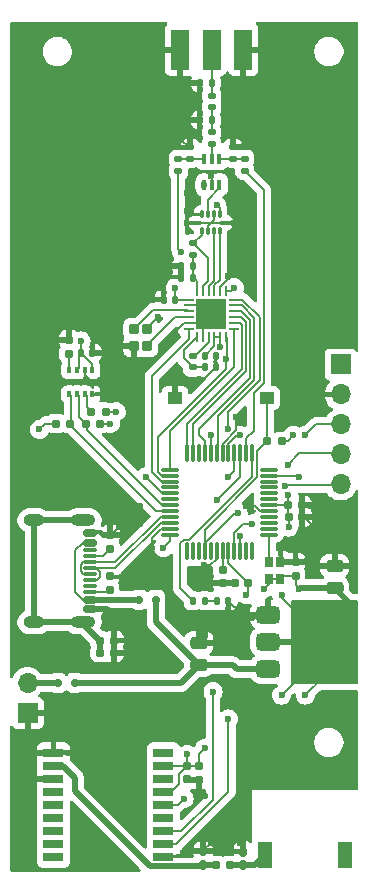
<source format=gtl>
G04 #@! TF.GenerationSoftware,KiCad,Pcbnew,8.0.1*
G04 #@! TF.CreationDate,2025-06-08T13:02:34-04:00*
G04 #@! TF.ProjectId,Topaz,546f7061-7a2e-46b6-9963-61645f706362,rev?*
G04 #@! TF.SameCoordinates,Original*
G04 #@! TF.FileFunction,Copper,L1,Top*
G04 #@! TF.FilePolarity,Positive*
%FSLAX46Y46*%
G04 Gerber Fmt 4.6, Leading zero omitted, Abs format (unit mm)*
G04 Created by KiCad (PCBNEW 8.0.1) date 2025-06-08 13:02:34*
%MOMM*%
%LPD*%
G01*
G04 APERTURE LIST*
G04 Aperture macros list*
%AMRoundRect*
0 Rectangle with rounded corners*
0 $1 Rounding radius*
0 $2 $3 $4 $5 $6 $7 $8 $9 X,Y pos of 4 corners*
0 Add a 4 corners polygon primitive as box body*
4,1,4,$2,$3,$4,$5,$6,$7,$8,$9,$2,$3,0*
0 Add four circle primitives for the rounded corners*
1,1,$1+$1,$2,$3*
1,1,$1+$1,$4,$5*
1,1,$1+$1,$6,$7*
1,1,$1+$1,$8,$9*
0 Add four rect primitives between the rounded corners*
20,1,$1+$1,$2,$3,$4,$5,0*
20,1,$1+$1,$4,$5,$6,$7,0*
20,1,$1+$1,$6,$7,$8,$9,0*
20,1,$1+$1,$8,$9,$2,$3,0*%
G04 Aperture macros list end*
G04 #@! TA.AperFunction,Conductor*
%ADD10C,0.200000*%
G04 #@! TD*
G04 #@! TA.AperFunction,SMDPad,CuDef*
%ADD11R,1.800000X0.800000*%
G04 #@! TD*
G04 #@! TA.AperFunction,SMDPad,CuDef*
%ADD12RoundRect,0.160000X-0.160000X0.222500X-0.160000X-0.222500X0.160000X-0.222500X0.160000X0.222500X0*%
G04 #@! TD*
G04 #@! TA.AperFunction,SMDPad,CuDef*
%ADD13RoundRect,0.155000X0.155000X-0.212500X0.155000X0.212500X-0.155000X0.212500X-0.155000X-0.212500X0*%
G04 #@! TD*
G04 #@! TA.AperFunction,SMDPad,CuDef*
%ADD14RoundRect,0.155000X-0.212500X-0.155000X0.212500X-0.155000X0.212500X0.155000X-0.212500X0.155000X0*%
G04 #@! TD*
G04 #@! TA.AperFunction,SMDPad,CuDef*
%ADD15R,1.168400X2.209800*%
G04 #@! TD*
G04 #@! TA.AperFunction,SMDPad,CuDef*
%ADD16RoundRect,0.160000X-0.160000X0.197500X-0.160000X-0.197500X0.160000X-0.197500X0.160000X0.197500X0*%
G04 #@! TD*
G04 #@! TA.AperFunction,SMDPad,CuDef*
%ADD17RoundRect,0.140000X0.140000X0.170000X-0.140000X0.170000X-0.140000X-0.170000X0.140000X-0.170000X0*%
G04 #@! TD*
G04 #@! TA.AperFunction,SMDPad,CuDef*
%ADD18RoundRect,0.135000X0.135000X0.185000X-0.135000X0.185000X-0.135000X-0.185000X0.135000X-0.185000X0*%
G04 #@! TD*
G04 #@! TA.AperFunction,SMDPad,CuDef*
%ADD19RoundRect,0.140000X-0.170000X0.140000X-0.170000X-0.140000X0.170000X-0.140000X0.170000X0.140000X0*%
G04 #@! TD*
G04 #@! TA.AperFunction,SMDPad,CuDef*
%ADD20RoundRect,0.147500X-0.172500X0.147500X-0.172500X-0.147500X0.172500X-0.147500X0.172500X0.147500X0*%
G04 #@! TD*
G04 #@! TA.AperFunction,SMDPad,CuDef*
%ADD21RoundRect,0.075000X0.075000X-0.225000X0.075000X0.225000X-0.075000X0.225000X-0.075000X-0.225000X0*%
G04 #@! TD*
G04 #@! TA.AperFunction,SMDPad,CuDef*
%ADD22RoundRect,0.075000X0.237500X-0.075000X0.237500X0.075000X-0.237500X0.075000X-0.237500X-0.075000X0*%
G04 #@! TD*
G04 #@! TA.AperFunction,SMDPad,CuDef*
%ADD23RoundRect,0.160000X-0.197500X-0.160000X0.197500X-0.160000X0.197500X0.160000X-0.197500X0.160000X0*%
G04 #@! TD*
G04 #@! TA.AperFunction,SMDPad,CuDef*
%ADD24R,1.500000X3.500000*%
G04 #@! TD*
G04 #@! TA.AperFunction,SMDPad,CuDef*
%ADD25RoundRect,0.250000X0.475000X-0.250000X0.475000X0.250000X-0.475000X0.250000X-0.475000X-0.250000X0*%
G04 #@! TD*
G04 #@! TA.AperFunction,SMDPad,CuDef*
%ADD26RoundRect,0.140000X-0.140000X-0.170000X0.140000X-0.170000X0.140000X0.170000X-0.140000X0.170000X0*%
G04 #@! TD*
G04 #@! TA.AperFunction,SMDPad,CuDef*
%ADD27RoundRect,0.155000X-0.155000X0.212500X-0.155000X-0.212500X0.155000X-0.212500X0.155000X0.212500X0*%
G04 #@! TD*
G04 #@! TA.AperFunction,SMDPad,CuDef*
%ADD28RoundRect,0.050000X0.150000X-0.400000X0.150000X0.400000X-0.150000X0.400000X-0.150000X-0.400000X0*%
G04 #@! TD*
G04 #@! TA.AperFunction,SMDPad,CuDef*
%ADD29RoundRect,0.140000X0.170000X-0.140000X0.170000X0.140000X-0.170000X0.140000X-0.170000X-0.140000X0*%
G04 #@! TD*
G04 #@! TA.AperFunction,SMDPad,CuDef*
%ADD30RoundRect,0.135000X-0.185000X0.135000X-0.185000X-0.135000X0.185000X-0.135000X0.185000X0.135000X0*%
G04 #@! TD*
G04 #@! TA.AperFunction,SMDPad,CuDef*
%ADD31RoundRect,0.062500X-0.350000X-0.062500X0.350000X-0.062500X0.350000X0.062500X-0.350000X0.062500X0*%
G04 #@! TD*
G04 #@! TA.AperFunction,SMDPad,CuDef*
%ADD32RoundRect,0.062500X-0.062500X-0.350000X0.062500X-0.350000X0.062500X0.350000X-0.062500X0.350000X0*%
G04 #@! TD*
G04 #@! TA.AperFunction,HeatsinkPad*
%ADD33R,2.600000X2.600000*%
G04 #@! TD*
G04 #@! TA.AperFunction,SMDPad,CuDef*
%ADD34RoundRect,0.155000X0.212500X0.155000X-0.212500X0.155000X-0.212500X-0.155000X0.212500X-0.155000X0*%
G04 #@! TD*
G04 #@! TA.AperFunction,SMDPad,CuDef*
%ADD35RoundRect,0.075000X0.662500X0.075000X-0.662500X0.075000X-0.662500X-0.075000X0.662500X-0.075000X0*%
G04 #@! TD*
G04 #@! TA.AperFunction,SMDPad,CuDef*
%ADD36RoundRect,0.075000X0.075000X0.662500X-0.075000X0.662500X-0.075000X-0.662500X0.075000X-0.662500X0*%
G04 #@! TD*
G04 #@! TA.AperFunction,SMDPad,CuDef*
%ADD37RoundRect,0.079000X-0.316000X0.366000X-0.316000X-0.366000X0.316000X-0.366000X0.316000X0.366000X0*%
G04 #@! TD*
G04 #@! TA.AperFunction,SMDPad,CuDef*
%ADD38RoundRect,0.147500X0.147500X0.172500X-0.147500X0.172500X-0.147500X-0.172500X0.147500X-0.172500X0*%
G04 #@! TD*
G04 #@! TA.AperFunction,SMDPad,CuDef*
%ADD39RoundRect,0.160000X0.160000X-0.197500X0.160000X0.197500X-0.160000X0.197500X-0.160000X-0.197500X0*%
G04 #@! TD*
G04 #@! TA.AperFunction,ComponentPad*
%ADD40O,1.700000X1.700000*%
G04 #@! TD*
G04 #@! TA.AperFunction,ComponentPad*
%ADD41R,1.700000X1.700000*%
G04 #@! TD*
G04 #@! TA.AperFunction,SMDPad,CuDef*
%ADD42R,0.700000X0.850000*%
G04 #@! TD*
G04 #@! TA.AperFunction,SMDPad,CuDef*
%ADD43R,1.250000X1.000000*%
G04 #@! TD*
G04 #@! TA.AperFunction,SMDPad,CuDef*
%ADD44RoundRect,0.147500X0.172500X-0.147500X0.172500X0.147500X-0.172500X0.147500X-0.172500X-0.147500X0*%
G04 #@! TD*
G04 #@! TA.AperFunction,SMDPad,CuDef*
%ADD45RoundRect,0.150000X-0.150000X-0.200000X0.150000X-0.200000X0.150000X0.200000X-0.150000X0.200000X0*%
G04 #@! TD*
G04 #@! TA.AperFunction,SMDPad,CuDef*
%ADD46R,0.350000X0.500000*%
G04 #@! TD*
G04 #@! TA.AperFunction,SMDPad,CuDef*
%ADD47RoundRect,0.150000X-0.425000X0.150000X-0.425000X-0.150000X0.425000X-0.150000X0.425000X0.150000X0*%
G04 #@! TD*
G04 #@! TA.AperFunction,SMDPad,CuDef*
%ADD48RoundRect,0.075000X-0.500000X0.075000X-0.500000X-0.075000X0.500000X-0.075000X0.500000X0.075000X0*%
G04 #@! TD*
G04 #@! TA.AperFunction,ComponentPad*
%ADD49O,2.100000X1.000000*%
G04 #@! TD*
G04 #@! TA.AperFunction,ComponentPad*
%ADD50O,1.800000X1.000000*%
G04 #@! TD*
G04 #@! TA.AperFunction,SMDPad,CuDef*
%ADD51RoundRect,0.160000X0.197500X0.160000X-0.197500X0.160000X-0.197500X-0.160000X0.197500X-0.160000X0*%
G04 #@! TD*
G04 #@! TA.AperFunction,SMDPad,CuDef*
%ADD52RoundRect,0.375000X-0.625000X-0.375000X0.625000X-0.375000X0.625000X0.375000X-0.625000X0.375000X0*%
G04 #@! TD*
G04 #@! TA.AperFunction,SMDPad,CuDef*
%ADD53RoundRect,0.500000X-0.500000X-1.400000X0.500000X-1.400000X0.500000X1.400000X-0.500000X1.400000X0*%
G04 #@! TD*
G04 #@! TA.AperFunction,ViaPad*
%ADD54C,0.600000*%
G04 #@! TD*
G04 #@! TA.AperFunction,Conductor*
%ADD55C,0.500000*%
G04 #@! TD*
G04 APERTURE END LIST*
D10*
X178361356Y-85499684D02*
X183861356Y-85499684D01*
X183861356Y-92499684D01*
X178361356Y-92499684D01*
X178361356Y-85499684D01*
G04 #@! TA.AperFunction,Conductor*
G36*
X178361356Y-85499684D02*
G01*
X183861356Y-85499684D01*
X183861356Y-92499684D01*
X178361356Y-92499684D01*
X178361356Y-85499684D01*
G37*
G04 #@! TD.AperFunction*
D11*
X167500000Y-107200000D03*
X167500000Y-106100000D03*
X167500000Y-105000000D03*
X167500000Y-103900000D03*
X167500000Y-102800000D03*
X167500000Y-101700000D03*
X167500000Y-100600000D03*
X167500000Y-99500000D03*
X167500000Y-98400000D03*
X158185000Y-98400000D03*
X158185000Y-99500000D03*
X158185000Y-100600000D03*
X158185000Y-101700000D03*
X158185000Y-102800000D03*
X158185000Y-103900000D03*
X158185000Y-105000000D03*
X158185000Y-106100000D03*
X158185000Y-107200000D03*
D12*
X170856596Y-106723050D03*
X170856596Y-107868050D03*
X174268339Y-106735829D03*
X174268339Y-107880829D03*
D13*
X169500000Y-100637538D03*
X169500000Y-99502538D03*
X170486991Y-100642630D03*
X170486991Y-99507630D03*
D14*
X171974425Y-107906443D03*
X173109425Y-107906443D03*
D15*
X182865500Y-107000000D03*
X176134500Y-107000000D03*
D16*
X163000000Y-79902500D03*
X163000000Y-81097500D03*
D17*
X171575556Y-44835393D03*
X170615556Y-44835393D03*
D18*
X171000000Y-85500000D03*
X169980000Y-85500000D03*
D19*
X173363907Y-47120589D03*
X173363907Y-48080589D03*
D14*
X173546743Y-84014938D03*
X174681743Y-84014938D03*
D20*
X170000000Y-55246201D03*
X170000000Y-56216201D03*
D21*
X170750000Y-54200000D03*
X171250000Y-54200000D03*
X171750000Y-54200000D03*
X172250000Y-54200000D03*
D22*
X172562500Y-53500000D03*
D21*
X172250000Y-52800000D03*
X171750000Y-52800000D03*
X171250000Y-52800000D03*
X170750000Y-52800000D03*
D22*
X170437500Y-53500000D03*
D23*
X158402500Y-70500000D03*
X159597500Y-70500000D03*
D24*
X174266373Y-38837975D03*
X171566373Y-38837975D03*
X168866373Y-38837975D03*
D25*
X182000000Y-84450000D03*
X182000000Y-82550000D03*
D26*
X171020000Y-64747409D03*
X171980000Y-64747409D03*
X169020000Y-58140985D03*
X169980000Y-58140985D03*
D27*
X172500000Y-82865000D03*
X172500000Y-84000000D03*
D28*
X170932096Y-50276849D03*
X171582096Y-50276849D03*
X172232096Y-50276849D03*
X172232096Y-48076849D03*
X171582096Y-48076849D03*
X170932096Y-48076849D03*
D14*
X178089579Y-78432384D03*
X179224579Y-78432384D03*
D29*
X171572341Y-46801272D03*
X171572341Y-45841272D03*
D30*
X174378902Y-48085242D03*
X174378902Y-49105242D03*
D31*
X169625000Y-60000000D03*
X169625000Y-60500000D03*
X169625000Y-61000000D03*
X169625000Y-61500000D03*
X169625000Y-62000000D03*
X169625000Y-62500000D03*
D32*
X170312500Y-63187500D03*
X170812500Y-63187500D03*
X171312500Y-63187500D03*
X171812500Y-63187500D03*
X172312500Y-63187500D03*
X172812500Y-63187500D03*
D31*
X173500000Y-62500000D03*
X173500000Y-62000000D03*
X173500000Y-61500000D03*
X173500000Y-61000000D03*
X173500000Y-60500000D03*
X173500000Y-60000000D03*
D32*
X172812500Y-59312500D03*
X172312500Y-59312500D03*
X171812500Y-59312500D03*
X171312500Y-59312500D03*
X170812500Y-59312500D03*
X170312500Y-59312500D03*
D33*
X171562500Y-61250000D03*
D26*
X171000970Y-65727634D03*
X171960970Y-65727634D03*
D34*
X163282857Y-89911817D03*
X162147857Y-89911817D03*
D35*
X176412500Y-79912500D03*
X176412500Y-79412500D03*
X176412500Y-78912500D03*
X176412500Y-78412500D03*
X176412500Y-77912500D03*
X176412500Y-77412500D03*
X176412500Y-76912500D03*
X176412500Y-76412500D03*
X176412500Y-75912500D03*
X176412500Y-75412500D03*
X176412500Y-74912500D03*
X176412500Y-74412500D03*
D36*
X175000000Y-73000000D03*
X174500000Y-73000000D03*
X174000000Y-73000000D03*
X173500000Y-73000000D03*
X173000000Y-73000000D03*
X172500000Y-73000000D03*
X172000000Y-73000000D03*
X171500000Y-73000000D03*
X171000000Y-73000000D03*
X170500000Y-73000000D03*
X170000000Y-73000000D03*
X169500000Y-73000000D03*
D35*
X168087500Y-74412500D03*
X168087500Y-74912500D03*
X168087500Y-75412500D03*
X168087500Y-75912500D03*
X168087500Y-76412500D03*
X168087500Y-76912500D03*
X168087500Y-77412500D03*
X168087500Y-77912500D03*
X168087500Y-78412500D03*
X168087500Y-78912500D03*
X168087500Y-79412500D03*
X168087500Y-79912500D03*
D36*
X169500000Y-81325000D03*
X170000000Y-81325000D03*
X170500000Y-81325000D03*
X171000000Y-81325000D03*
X171500000Y-81325000D03*
X172000000Y-81325000D03*
X172500000Y-81325000D03*
X173000000Y-81325000D03*
X173500000Y-81325000D03*
X174000000Y-81325000D03*
X174500000Y-81325000D03*
X175000000Y-81325000D03*
D20*
X169961020Y-64760267D03*
X169961020Y-65730267D03*
D37*
X165000000Y-62500000D03*
X165000000Y-63930000D03*
X166130000Y-63930000D03*
X166130000Y-62500000D03*
D38*
X172985000Y-85500000D03*
X172015000Y-85500000D03*
D39*
X159500000Y-64597500D03*
X159500000Y-63402500D03*
D40*
X182500000Y-75660000D03*
X182500000Y-73120000D03*
X182500000Y-70580000D03*
X182500000Y-68040000D03*
D41*
X182500000Y-65500000D03*
D42*
X177405767Y-83695588D03*
X177405767Y-82245588D03*
X176405767Y-82245588D03*
X176405767Y-83695588D03*
D23*
X160902500Y-70500000D03*
X162097500Y-70500000D03*
D43*
X168471443Y-68345995D03*
X176221443Y-68345995D03*
D23*
X176305000Y-72000000D03*
X177500000Y-72000000D03*
D44*
X171585607Y-43720488D03*
X171585607Y-42750488D03*
D45*
X159985894Y-92463015D03*
X158585894Y-92463015D03*
D26*
X160520000Y-64500000D03*
X161480000Y-64500000D03*
D17*
X171577111Y-41673144D03*
X170617111Y-41673144D03*
D26*
X167520000Y-60000000D03*
X168480000Y-60000000D03*
D16*
X162930078Y-83399212D03*
X162930078Y-84594212D03*
D30*
X168759660Y-48081644D03*
X168759660Y-49101644D03*
D46*
X161475000Y-68025000D03*
X160825000Y-68025000D03*
X160175000Y-68025000D03*
X159525000Y-68025000D03*
X159525000Y-65975000D03*
X160175000Y-65975000D03*
X160825000Y-65975000D03*
X161475000Y-65975000D03*
D19*
X169774808Y-47126496D03*
X169774808Y-48086496D03*
D25*
X170500000Y-90950000D03*
X170500000Y-89050000D03*
D26*
X169020000Y-57171566D03*
X169980000Y-57171566D03*
D47*
X161288452Y-79799646D03*
X161288452Y-80599646D03*
D48*
X161288452Y-81749646D03*
X161288452Y-82749646D03*
X161288452Y-83249646D03*
X161288452Y-84249646D03*
D47*
X161288452Y-85399646D03*
X161288452Y-86199646D03*
X161288452Y-86199646D03*
X161288452Y-85399646D03*
D48*
X161288452Y-84749646D03*
X161288452Y-83749646D03*
X161288452Y-82249646D03*
X161288452Y-81249646D03*
D47*
X161288452Y-80599646D03*
X161288452Y-79799646D03*
D49*
X160713452Y-78679646D03*
D50*
X156533452Y-78679646D03*
D49*
X160713452Y-87319646D03*
D50*
X156533452Y-87319646D03*
D14*
X178071501Y-77415025D03*
X179206501Y-77415025D03*
D23*
X162111277Y-88870574D03*
X163306277Y-88870574D03*
D51*
X162597500Y-69500000D03*
X161402500Y-69500000D03*
D27*
X178679447Y-82247291D03*
X178679447Y-83382291D03*
D45*
X166864124Y-85410598D03*
X165464124Y-85410598D03*
D41*
X156000000Y-95000000D03*
D40*
X156000000Y-92460000D03*
D52*
X176350000Y-86700000D03*
X176350000Y-89000000D03*
D53*
X182650000Y-89000000D03*
D52*
X176350000Y-91300000D03*
D54*
X165500000Y-79000000D03*
X165500000Y-77500000D03*
X164000000Y-76500000D03*
X162000000Y-75000000D03*
X160500000Y-73500000D03*
X159500000Y-72500000D03*
X168000000Y-82500000D03*
X167000000Y-84000000D03*
X165500000Y-84000000D03*
X168500000Y-86500000D03*
X169000000Y-87500000D03*
X174000000Y-88000000D03*
X160000000Y-98500000D03*
X165000000Y-103500000D03*
X161500000Y-101000000D03*
X163000000Y-107000000D03*
X161500000Y-106500000D03*
X160500000Y-105500000D03*
X164000000Y-101500000D03*
X170500000Y-95500000D03*
X174500000Y-95000000D03*
X174500000Y-97500000D03*
X163000000Y-62500000D03*
X163500000Y-61000000D03*
X164500000Y-59500000D03*
X166000000Y-58500000D03*
X183500000Y-94500000D03*
X181500000Y-94500000D03*
X175000000Y-93500000D03*
X169500000Y-94000000D03*
X166507222Y-93996773D03*
X164132327Y-93996773D03*
X161500000Y-94000000D03*
X167500000Y-91000000D03*
X166072790Y-91042636D03*
X164000000Y-91000000D03*
X162061535Y-91201928D03*
X160000000Y-90000000D03*
X158500000Y-90000000D03*
X157500000Y-90000000D03*
X174500000Y-101000000D03*
X174000000Y-103500000D03*
X156000000Y-106000000D03*
X156000000Y-103500000D03*
X182500000Y-78500000D03*
X173500000Y-56500000D03*
X174500000Y-53000000D03*
X170000000Y-46000000D03*
X173000000Y-45500000D03*
X174500000Y-45000000D03*
X170000000Y-43000000D03*
X173000000Y-44500000D03*
X173000000Y-43000000D03*
X169500000Y-51000000D03*
X174500000Y-56500000D03*
X174000000Y-55000000D03*
X174000000Y-51500000D03*
X165000000Y-70000000D03*
X165000000Y-68500000D03*
X165000000Y-71500000D03*
X165000000Y-73000000D03*
X165000000Y-67000000D03*
X158500000Y-76500000D03*
X157000000Y-76500000D03*
X160000000Y-76500000D03*
X161500000Y-76500000D03*
X155500000Y-76500000D03*
X162500000Y-96500000D03*
X161000000Y-96500000D03*
X164000000Y-96500000D03*
X165500000Y-96500000D03*
X159500000Y-96500000D03*
X179500000Y-100500000D03*
X178000000Y-100500000D03*
X181000000Y-100500000D03*
X182500000Y-100500000D03*
X176500000Y-100500000D03*
X163500000Y-52500000D03*
X163500000Y-51000000D03*
X163500000Y-54000000D03*
X163500000Y-55500000D03*
X163500000Y-49500000D03*
X163500000Y-42500000D03*
X163500000Y-41000000D03*
X163500000Y-44000000D03*
X163500000Y-45500000D03*
X163500000Y-39500000D03*
X177500000Y-43000000D03*
X177500000Y-41500000D03*
X177500000Y-44500000D03*
X177500000Y-46000000D03*
X177500000Y-40000000D03*
X178500000Y-62000000D03*
X178500000Y-60500000D03*
X178500000Y-63500000D03*
X178500000Y-65000000D03*
X178500000Y-59000000D03*
X177500000Y-53500000D03*
X177500000Y-52000000D03*
X177500000Y-55000000D03*
X177500000Y-56500000D03*
X177500000Y-50500000D03*
X167500000Y-51000000D03*
X167500000Y-49500000D03*
X167500000Y-52500000D03*
X167500000Y-54000000D03*
X167500000Y-48000000D03*
X155500000Y-61000000D03*
X155500000Y-59500000D03*
X155500000Y-62500000D03*
X155500000Y-64000000D03*
X155500000Y-58000000D03*
X155500000Y-53000000D03*
X155500000Y-51500000D03*
X155500000Y-54500000D03*
X155500000Y-56000000D03*
X155500000Y-50000000D03*
X155500000Y-45000000D03*
X155500000Y-43500000D03*
X155500000Y-46500000D03*
X155500000Y-48000000D03*
X155500000Y-42000000D03*
X182500000Y-60000000D03*
X182500000Y-58500000D03*
X182500000Y-61500000D03*
X182500000Y-63000000D03*
X182500000Y-57000000D03*
X182500000Y-53000000D03*
X182500000Y-51500000D03*
X182500000Y-54500000D03*
X182500000Y-56000000D03*
X182500000Y-50000000D03*
X182500000Y-48500000D03*
X182500000Y-47000000D03*
X182500000Y-45500000D03*
X182500000Y-44000000D03*
X182500000Y-42500000D03*
X164000000Y-83500000D03*
X164500000Y-90000000D03*
X163000000Y-86500000D03*
X174000000Y-106000000D03*
X171500000Y-106000000D03*
X169500000Y-98500000D03*
X171000000Y-98000000D03*
X171000000Y-102000000D03*
X169250000Y-102250000D03*
X179000000Y-75000000D03*
X173000000Y-75000000D03*
X173000000Y-95500000D03*
X172000000Y-77000000D03*
X171693480Y-93193480D03*
X156500000Y-100500000D03*
X156000000Y-99000000D03*
X159000000Y-94500000D03*
X183500000Y-88500000D03*
X178500000Y-71500000D03*
X172312500Y-64000000D03*
X179000000Y-84500000D03*
X179500000Y-92000000D03*
X177500000Y-93500000D03*
X157000000Y-71000000D03*
X179500000Y-93500000D03*
X177500000Y-85000000D03*
X178068202Y-76541970D03*
X183500000Y-86500000D03*
X179500000Y-86500000D03*
X179500000Y-90500000D03*
X178089579Y-79265980D03*
X182000000Y-86500000D03*
X174003643Y-71503643D03*
X183500000Y-90500000D03*
X167500000Y-81000000D03*
X176000000Y-84500000D03*
X182000000Y-88500000D03*
X163000000Y-70500000D03*
X181988821Y-90597449D03*
X179500000Y-88500000D03*
X174500000Y-85000000D03*
X182000000Y-92000000D03*
X183500000Y-92000000D03*
X163500000Y-69500000D03*
X168500000Y-59000000D03*
X160520000Y-63500000D03*
X169500000Y-52500000D03*
X159500000Y-62000000D03*
X171000000Y-88000000D03*
X169500000Y-42000000D03*
X180500000Y-79500000D03*
X175000000Y-87000000D03*
X168000000Y-57000000D03*
X174500000Y-77500000D03*
X180000000Y-77500000D03*
X182000000Y-81500000D03*
X166500000Y-81000000D03*
X169500000Y-45000000D03*
X169500000Y-53500000D03*
X165000000Y-65500000D03*
X174000000Y-86000000D03*
X169000000Y-46500000D03*
X173500000Y-53500000D03*
X173000000Y-58000000D03*
X174500000Y-46500000D03*
X170500000Y-67000000D03*
X168000000Y-42000000D03*
X175000000Y-42000000D03*
X162500000Y-64500000D03*
X168500000Y-63000000D03*
X167000000Y-61500000D03*
X171500000Y-49500000D03*
X173672873Y-69940718D03*
X166500000Y-60000000D03*
X180000000Y-81500000D03*
X162000000Y-67000000D03*
X163000000Y-68500000D03*
X171000000Y-84000000D03*
X163750000Y-79250000D03*
X168000000Y-58000000D03*
X168500000Y-67000000D03*
X170894400Y-82514873D03*
X164500000Y-89000000D03*
X172000000Y-52000000D03*
X170932096Y-50276849D03*
X177755054Y-75755054D03*
X175000000Y-79000000D03*
X173815127Y-78064625D03*
X179500000Y-71500000D03*
X178000000Y-74000000D03*
X174000000Y-80000000D03*
X172812500Y-65009469D03*
X169000000Y-56000000D03*
X171500000Y-71500000D03*
X173000000Y-71000000D03*
X173500000Y-59000000D03*
X166000000Y-75000000D03*
D10*
X171750000Y-58392631D02*
X171750000Y-54200000D01*
X181250000Y-91750000D02*
X181250000Y-89000000D01*
X179500000Y-93500000D02*
X181250000Y-91750000D01*
X171000000Y-79500000D02*
X171000000Y-81325000D01*
X175448000Y-75052000D02*
X171000000Y-79500000D01*
X175448000Y-72857000D02*
X175448000Y-75052000D01*
X176305000Y-72000000D02*
X175448000Y-72857000D01*
X168899069Y-84419069D02*
X169980000Y-85500000D01*
X169202979Y-80331619D02*
X168899069Y-80635529D01*
X169668381Y-80331619D02*
X169202979Y-80331619D01*
X175000000Y-73000000D02*
X175000000Y-75000000D01*
X175000000Y-75000000D02*
X169668381Y-80331619D01*
X168899069Y-80635529D02*
X168899069Y-84419069D01*
X163097500Y-79902500D02*
X163000000Y-79902500D01*
X163750000Y-79250000D02*
X163097500Y-79902500D01*
X161288452Y-81749646D02*
X162347854Y-81749646D01*
X162897146Y-79799646D02*
X163000000Y-79902500D01*
X161288452Y-79799646D02*
X162897146Y-79799646D01*
X162347854Y-81749646D02*
X163000000Y-81097500D01*
X163899212Y-83399212D02*
X164000000Y-83500000D01*
X162930078Y-83399212D02*
X163899212Y-83399212D01*
X162774644Y-84749646D02*
X162930078Y-84594212D01*
X161288452Y-84749646D02*
X162774644Y-84749646D01*
X164411817Y-89911817D02*
X164500000Y-90000000D01*
X163282857Y-89911817D02*
X164411817Y-89911817D01*
D55*
X162699646Y-86199646D02*
X163000000Y-86500000D01*
X161288452Y-86199646D02*
X162699646Y-86199646D01*
X160713452Y-87472749D02*
X162111277Y-88870574D01*
X160713452Y-87319646D02*
X160713452Y-87472749D01*
X161288806Y-85400000D02*
X165453526Y-85400000D01*
X161288452Y-85399646D02*
X161288806Y-85400000D01*
D10*
X160486452Y-83022645D02*
X160486452Y-82476647D01*
X160486452Y-82476647D02*
X160713453Y-82249646D01*
X161288452Y-82249646D02*
X163428897Y-82249646D01*
X161858452Y-83749646D02*
X161288452Y-83749646D01*
X167266043Y-78412500D02*
X168087500Y-78412500D01*
X161288452Y-83249646D02*
X160713453Y-83249646D01*
X160713453Y-82249646D02*
X161288452Y-82249646D01*
X160678046Y-80599646D02*
X160041595Y-81236097D01*
X161288452Y-82749646D02*
X161792622Y-82749646D01*
X161288452Y-80599646D02*
X160678046Y-80599646D01*
X160713453Y-83249646D02*
X160486452Y-83022645D01*
X160041595Y-81236097D02*
X160041595Y-84727788D01*
X160041595Y-84727788D02*
X160713453Y-85399646D01*
X160713453Y-85399646D02*
X161288452Y-85399646D01*
X161792622Y-82749646D02*
X162108452Y-83065476D01*
D55*
X160713452Y-78679646D02*
X156533452Y-78679646D01*
D10*
X162108452Y-83065476D02*
X162108452Y-83499646D01*
D55*
X156533452Y-87319646D02*
X156533452Y-78679646D01*
D10*
X161288452Y-82749646D02*
X163424702Y-82749646D01*
X167261848Y-78912500D02*
X168087500Y-78912500D01*
X163428897Y-82249646D02*
X167266043Y-78412500D01*
D55*
X160713452Y-87319646D02*
X156533452Y-87319646D01*
D10*
X163424702Y-82749646D02*
X167261848Y-78912500D01*
X162108452Y-83499646D02*
X161858452Y-83749646D01*
X174268339Y-106268339D02*
X174000000Y-106000000D01*
X174268339Y-106735829D02*
X174268339Y-106268339D01*
X170856596Y-106643404D02*
X171500000Y-106000000D01*
X170856596Y-106723050D02*
X170856596Y-106643404D01*
D55*
X160000000Y-100495000D02*
X159005000Y-99500000D01*
X159005000Y-99500000D02*
X158185000Y-99500000D01*
X166380000Y-108000000D02*
X160000000Y-101620000D01*
X170724646Y-108000000D02*
X166380000Y-108000000D01*
X171936032Y-107868050D02*
X171974425Y-107906443D01*
X170856596Y-107868050D02*
X171936032Y-107868050D01*
X170856596Y-107868050D02*
X170724646Y-108000000D01*
X160000000Y-101620000D02*
X160000000Y-100495000D01*
X175253671Y-107880829D02*
X176134500Y-107000000D01*
X174268339Y-107880829D02*
X175253671Y-107880829D01*
X174242725Y-107906443D02*
X174268339Y-107880829D01*
X173109425Y-107906443D02*
X174242725Y-107906443D01*
X176129888Y-107495388D02*
X176134500Y-107490776D01*
X176134500Y-107490776D02*
X176134500Y-107000000D01*
D10*
X173485000Y-86000000D02*
X172985000Y-85500000D01*
X174000000Y-86000000D02*
X173485000Y-86000000D01*
X173522876Y-78064625D02*
X171000000Y-80587501D01*
X173815127Y-78064625D02*
X173522876Y-78064625D01*
X171000000Y-80587501D02*
X171000000Y-81325000D01*
X172000000Y-77000000D02*
X174000000Y-75000000D01*
X174000000Y-75000000D02*
X174000000Y-73260000D01*
X173724571Y-71503643D02*
X173000000Y-72228214D01*
X174003643Y-71503643D02*
X173724571Y-71503643D01*
X173000000Y-72228214D02*
X173000000Y-73000000D01*
X174500000Y-71762501D02*
X174500000Y-73000000D01*
X175129354Y-71133147D02*
X174500000Y-71762501D01*
X171662516Y-102337484D02*
X169000000Y-105000000D01*
X171662516Y-93224444D02*
X171662516Y-102337484D01*
X171693480Y-93193480D02*
X171662516Y-93224444D01*
X169000000Y-105000000D02*
X167500000Y-105000000D01*
X172500000Y-84000000D02*
X171000000Y-84000000D01*
D55*
X171000000Y-88550000D02*
X170500000Y-89050000D01*
X171000000Y-88000000D02*
X171000000Y-88550000D01*
D10*
X182420416Y-75739584D02*
X182500000Y-75660000D01*
X177770524Y-75739584D02*
X182420416Y-75739584D01*
X177755054Y-75755054D02*
X177770524Y-75739584D01*
X168816836Y-101037164D02*
X168816836Y-100185702D01*
X168154000Y-101700000D02*
X168816836Y-101037164D01*
X167500000Y-101700000D02*
X168154000Y-101700000D01*
X168816836Y-100185702D02*
X169500000Y-99502538D01*
X168700000Y-102800000D02*
X169250000Y-102250000D01*
X167500000Y-102800000D02*
X168700000Y-102800000D01*
X169500000Y-99502538D02*
X169500000Y-98500000D01*
X170486991Y-98513009D02*
X171000000Y-98000000D01*
X170486991Y-99507630D02*
X170486991Y-98513009D01*
X170486991Y-101486991D02*
X171000000Y-102000000D01*
X170486991Y-100642630D02*
X170486991Y-101486991D01*
X170481899Y-100637538D02*
X170486991Y-100642630D01*
X169500000Y-100637538D02*
X170481899Y-100637538D01*
X178912500Y-74912500D02*
X179000000Y-75000000D01*
X176412500Y-74912500D02*
X178912500Y-74912500D01*
X173000000Y-75000000D02*
X173500000Y-74500000D01*
X173500000Y-74500000D02*
X173500000Y-73000000D01*
X173000000Y-101700000D02*
X173000000Y-95500000D01*
X168600000Y-106100000D02*
X173000000Y-101700000D01*
X167500000Y-106100000D02*
X168600000Y-106100000D01*
X167500000Y-106100000D02*
X168000000Y-106100000D01*
D55*
X156600000Y-100600000D02*
X156500000Y-100500000D01*
X158185000Y-100600000D02*
X156600000Y-100600000D01*
X156600000Y-98400000D02*
X156000000Y-99000000D01*
X158185000Y-98400000D02*
X156600000Y-98400000D01*
D10*
X169497462Y-99500000D02*
X169500000Y-99502538D01*
X167500000Y-99500000D02*
X169497462Y-99500000D01*
X169500000Y-99502538D02*
X170481899Y-99502538D01*
X170481899Y-99502538D02*
X170486991Y-99507630D01*
D55*
X158500000Y-95000000D02*
X159000000Y-94500000D01*
X156000000Y-95000000D02*
X158500000Y-95000000D01*
X168986985Y-92463015D02*
X170500000Y-90950000D01*
X159985894Y-92463015D02*
X168986985Y-92463015D01*
X158582879Y-92460000D02*
X158585894Y-92463015D01*
X156000000Y-92460000D02*
X158582879Y-92460000D01*
D10*
X179000000Y-73000000D02*
X178000000Y-74000000D01*
X182380000Y-73000000D02*
X179000000Y-73000000D01*
X182500000Y-73120000D02*
X182380000Y-73000000D01*
X180420000Y-70580000D02*
X179500000Y-71500000D01*
X182500000Y-70580000D02*
X180420000Y-70580000D01*
X172500000Y-82848684D02*
X172505636Y-82854320D01*
X172500000Y-81325000D02*
X172500000Y-82848684D01*
X161475000Y-65975000D02*
X161475000Y-65455000D01*
X178071501Y-78414306D02*
X178089579Y-78432384D01*
D55*
X176350000Y-89000000D02*
X181250000Y-89000000D01*
D10*
X169613434Y-60011566D02*
X169625000Y-60000000D01*
D55*
X179050000Y-84450000D02*
X179000000Y-84500000D01*
D10*
X171812500Y-63954909D02*
X171020000Y-64747409D01*
D55*
X182000000Y-84450000D02*
X179050000Y-84450000D01*
D10*
X177719064Y-83382291D02*
X177405767Y-83695588D01*
X157500000Y-70500000D02*
X158402500Y-70500000D01*
X168429397Y-60011566D02*
X169613434Y-60011566D01*
X177500000Y-93500000D02*
X181250000Y-89750000D01*
X174681743Y-84014938D02*
X174681743Y-84818257D01*
X181250000Y-89750000D02*
X181250000Y-89000000D01*
X160520000Y-64500000D02*
X160350133Y-64669867D01*
X178089579Y-78432384D02*
X178089579Y-79265980D01*
X177500000Y-85000000D02*
X177500000Y-85250000D01*
X160520000Y-63500000D02*
X160520000Y-64500000D01*
X168087500Y-80412500D02*
X167500000Y-81000000D01*
X173000000Y-82333195D02*
X174681743Y-84014938D01*
X177500000Y-85250000D02*
X181250000Y-89000000D01*
X172312500Y-63187500D02*
X172312500Y-64000000D01*
X157000000Y-71000000D02*
X157500000Y-70500000D01*
X163500000Y-69500000D02*
X162597500Y-69500000D01*
X173000000Y-81325000D02*
X173000000Y-82333195D01*
X178071501Y-77415025D02*
X178071501Y-76545269D01*
X176405767Y-84094233D02*
X176000000Y-84500000D01*
X168087500Y-79912500D02*
X168087500Y-80412500D01*
X176405767Y-83695588D02*
X177405767Y-83695588D01*
X171812500Y-63187500D02*
X172312500Y-63187500D01*
X178679447Y-83382291D02*
X177719064Y-83382291D01*
X160350133Y-65799867D02*
X160175000Y-65975000D01*
X178071501Y-76545269D02*
X178068202Y-76541970D01*
D55*
X183300000Y-85750000D02*
X182000000Y-84450000D01*
D10*
X176405767Y-83695588D02*
X176405767Y-84094233D01*
X161475000Y-65455000D02*
X160520000Y-64500000D01*
D55*
X182650000Y-89000000D02*
X183300000Y-88350000D01*
D10*
X160350133Y-64669867D02*
X160350133Y-65799867D01*
X174681743Y-84818257D02*
X174500000Y-85000000D01*
X178679447Y-83382291D02*
X178679447Y-84179447D01*
X178071501Y-77415025D02*
X178071501Y-78414306D01*
X168480000Y-60000000D02*
X168480000Y-59020000D01*
X177500000Y-72000000D02*
X178000000Y-72000000D01*
X176412500Y-77412500D02*
X178068976Y-77412500D01*
X171812500Y-63187500D02*
X171812500Y-63954909D01*
X178000000Y-72000000D02*
X178500000Y-71500000D01*
X178068976Y-77412500D02*
X178071501Y-77415025D01*
D55*
X183300000Y-88350000D02*
X183300000Y-85750000D01*
D10*
X168480000Y-59020000D02*
X168500000Y-59000000D01*
X178679447Y-84179447D02*
X179000000Y-84500000D01*
X163000000Y-70500000D02*
X162097500Y-70500000D01*
D55*
X162111277Y-89875237D02*
X162147857Y-89911817D01*
X162111277Y-88870574D02*
X162111277Y-89875237D01*
D10*
X179206501Y-78414306D02*
X179224579Y-78432384D01*
X170437500Y-53500000D02*
X169500000Y-53500000D01*
X160825000Y-66400000D02*
X160825000Y-65975000D01*
X175262501Y-77500000D02*
X174500000Y-77500000D01*
D55*
X182000000Y-82550000D02*
X182000000Y-81500000D01*
D10*
X169774808Y-47126496D02*
X169626496Y-47126496D01*
X170617111Y-41673144D02*
X169826856Y-41673144D01*
X173363907Y-47120589D02*
X173879411Y-47120589D01*
X171476797Y-82514873D02*
X172000000Y-81991670D01*
X165000000Y-63930000D02*
X165000000Y-65500000D01*
X168471443Y-68345995D02*
X168471443Y-67028557D01*
X172312500Y-58951300D02*
X173000000Y-58263800D01*
X162500000Y-64500000D02*
X161480000Y-64500000D01*
X168140985Y-58140985D02*
X169020000Y-58140985D01*
X166130000Y-62500000D02*
X166130000Y-62370000D01*
X166500000Y-80171332D02*
X166500000Y-81000000D01*
X179224579Y-78432384D02*
X179432384Y-78432384D01*
X170894400Y-82514873D02*
X171476797Y-82514873D01*
X172000000Y-81991670D02*
X172000000Y-81325000D01*
X168087500Y-79412500D02*
X167258832Y-79412500D01*
X174266373Y-38837975D02*
X174266373Y-41266373D01*
X172985000Y-85500000D02*
X173000000Y-85500000D01*
X164370574Y-88870574D02*
X164500000Y-89000000D01*
X169826856Y-41673144D02*
X169500000Y-42000000D01*
X167520000Y-60000000D02*
X166500000Y-60000000D01*
X170750000Y-52800000D02*
X169800000Y-52800000D01*
X179206501Y-77415025D02*
X179915025Y-77415025D01*
X170812500Y-60500000D02*
X171562500Y-61250000D01*
X168000000Y-57000000D02*
X168171566Y-57171566D01*
X170615556Y-44835393D02*
X169664607Y-44835393D01*
X169625000Y-60500000D02*
X170812500Y-60500000D01*
X169625000Y-62000000D02*
X170812500Y-62000000D01*
X172562500Y-53500000D02*
X173500000Y-53500000D01*
X179252709Y-82247291D02*
X180000000Y-81500000D01*
X163000000Y-68500000D02*
X162525000Y-68025000D01*
X171582096Y-49582096D02*
X171500000Y-49500000D01*
X171500000Y-53500000D02*
X172562500Y-53500000D01*
D55*
X176350000Y-86700000D02*
X175300000Y-86700000D01*
D10*
X171960970Y-65727634D02*
X170688604Y-67000000D01*
X162000000Y-67000000D02*
X161425000Y-67000000D01*
X170812500Y-62000000D02*
X171562500Y-61250000D01*
X171980000Y-64747409D02*
X171980000Y-65708604D01*
X168866373Y-41133627D02*
X168000000Y-42000000D01*
X163306277Y-88870574D02*
X164370574Y-88870574D01*
X169212501Y-62000000D02*
X169625000Y-62000000D01*
X163306277Y-88870574D02*
X163306277Y-89888397D01*
X170688604Y-67000000D02*
X170500000Y-67000000D01*
X168500000Y-63000000D02*
X168500000Y-62712501D01*
X167258832Y-79412500D02*
X166500000Y-80171332D01*
X173000000Y-58263800D02*
X173000000Y-58000000D01*
X173546743Y-84014938D02*
X172514938Y-84014938D01*
X162525000Y-68025000D02*
X161475000Y-68025000D01*
X179915025Y-77415025D02*
X180000000Y-77500000D01*
X172514938Y-84014938D02*
X172500000Y-84000000D01*
X169664607Y-44835393D02*
X169500000Y-45000000D01*
X166130000Y-62370000D02*
X167000000Y-61500000D01*
X168171566Y-57171566D02*
X169020000Y-57171566D01*
X171250000Y-53750000D02*
X171500000Y-53500000D01*
X174266373Y-41266373D02*
X175000000Y-42000000D01*
X171750000Y-53250000D02*
X171750000Y-52800000D01*
X171980000Y-65708604D02*
X171960970Y-65727634D01*
X163306277Y-89888397D02*
X163282857Y-89911817D01*
X171582096Y-50276849D02*
X171582096Y-49582096D01*
X161425000Y-67000000D02*
X160825000Y-66400000D01*
X175675001Y-77912500D02*
X175262501Y-77500000D01*
X168000000Y-58000000D02*
X168140985Y-58140985D01*
X178679447Y-82247291D02*
X179252709Y-82247291D01*
X179432384Y-78432384D02*
X180500000Y-79500000D01*
X177405767Y-82245588D02*
X178677744Y-82245588D01*
X168500000Y-62712501D02*
X169212501Y-62000000D01*
X171500000Y-53500000D02*
X170437500Y-53500000D01*
X176412500Y-77912500D02*
X175675001Y-77912500D01*
X169800000Y-52800000D02*
X169500000Y-52500000D01*
X172312500Y-59312500D02*
X172312500Y-58951300D01*
X171500000Y-53500000D02*
X171750000Y-53250000D01*
X172500000Y-72261994D02*
X172500000Y-73000000D01*
X168866373Y-38837975D02*
X168866373Y-41133627D01*
X178677744Y-82245588D02*
X178679447Y-82247291D01*
X170812500Y-63187500D02*
X170812500Y-62000000D01*
X171250000Y-54200000D02*
X171250000Y-53750000D01*
X173672873Y-69940718D02*
X173672873Y-71089121D01*
D55*
X175300000Y-86700000D02*
X175000000Y-87000000D01*
D10*
X159500000Y-62000000D02*
X159500000Y-63402500D01*
X168471443Y-67028557D02*
X168500000Y-67000000D01*
X169626496Y-47126496D02*
X169000000Y-46500000D01*
X173879411Y-47120589D02*
X174500000Y-46500000D01*
X179206501Y-77415025D02*
X179206501Y-78414306D01*
X173672873Y-71089121D02*
X172500000Y-72261994D01*
X169961020Y-65730267D02*
X170998337Y-65730267D01*
X170312500Y-63187500D02*
X169196841Y-64303159D01*
X169196841Y-64303159D02*
X169196841Y-64966088D01*
X169196841Y-64966088D02*
X169961020Y-65730267D01*
X170998337Y-65730267D02*
X171000970Y-65727634D01*
X169980000Y-58140985D02*
X170312500Y-58473485D01*
X170000000Y-57151566D02*
X169980000Y-57171566D01*
X169980000Y-57171566D02*
X169980000Y-58140985D01*
X170312500Y-58473485D02*
X170312500Y-59312500D01*
X170000000Y-56216201D02*
X170000000Y-57151566D01*
X173363907Y-48080589D02*
X174374249Y-48080589D01*
X172232096Y-48076849D02*
X173360167Y-48076849D01*
X174374249Y-48080589D02*
X174378902Y-48085242D01*
X173360167Y-48076849D02*
X173363907Y-48080589D01*
X169784455Y-48076849D02*
X169774808Y-48086496D01*
X169774808Y-48086496D02*
X168764512Y-48086496D01*
X170932096Y-48076849D02*
X169784455Y-48076849D01*
X168764512Y-48086496D02*
X168759660Y-48081644D01*
X171572341Y-48067094D02*
X171582096Y-48076849D01*
X171572341Y-46801272D02*
X171572341Y-48067094D01*
X171585607Y-43720488D02*
X171585607Y-44825342D01*
X171575556Y-45838057D02*
X171572341Y-45841272D01*
X171575556Y-44835393D02*
X171575556Y-45838057D01*
X171585607Y-44825342D02*
X171575556Y-44835393D01*
X171566373Y-41662406D02*
X171577111Y-41673144D01*
X171577111Y-41673144D02*
X171577111Y-42741992D01*
X171566373Y-38837975D02*
X171566373Y-41662406D01*
X171577111Y-42741992D02*
X171585607Y-42750488D01*
D55*
X173350000Y-90950000D02*
X173700000Y-91300000D01*
X173700000Y-91300000D02*
X176350000Y-91300000D01*
X166864124Y-85410598D02*
X166864124Y-87314124D01*
X170500000Y-90950000D02*
X173350000Y-90950000D01*
X166864124Y-87314124D02*
X170500000Y-90950000D01*
D10*
X165453526Y-85400000D02*
X165464124Y-85410598D01*
X171000000Y-85500000D02*
X172015000Y-85500000D01*
X172232096Y-50588734D02*
X171250000Y-51570830D01*
X172232096Y-50276849D02*
X172232096Y-50588734D01*
X171250000Y-51570830D02*
X171250000Y-52800000D01*
X171812500Y-58792579D02*
X172250000Y-58355079D01*
X171812500Y-59312500D02*
X171812500Y-58792579D01*
X172250000Y-58355079D02*
X172250000Y-54200000D01*
X171238262Y-56484463D02*
X171238262Y-58441921D01*
X170812500Y-58867683D02*
X170812500Y-59312500D01*
X170000000Y-55246201D02*
X171238262Y-56484463D01*
X171238262Y-58441921D02*
X170812500Y-58867683D01*
X170750000Y-54496201D02*
X170000000Y-55246201D01*
X170750000Y-54200000D02*
X170750000Y-54496201D01*
X172250000Y-52250000D02*
X172000000Y-52000000D01*
X172250000Y-52800000D02*
X172250000Y-52250000D01*
X171750000Y-58392631D02*
X171312500Y-58830131D01*
X171312500Y-58830131D02*
X171312500Y-59312500D01*
X173500000Y-81325000D02*
X173500000Y-80500000D01*
X173500000Y-81325000D02*
X173473000Y-81298000D01*
X173473000Y-80473000D02*
X173473000Y-79781709D01*
X173473000Y-79781709D02*
X174254709Y-79000000D01*
X174254709Y-79000000D02*
X175000000Y-79000000D01*
X173500000Y-80500000D02*
X173473000Y-80473000D01*
X176221443Y-71916443D02*
X176305000Y-72000000D01*
X176221443Y-68345995D02*
X176221443Y-71916443D01*
X174000000Y-80000000D02*
X174000000Y-81325000D01*
X171312500Y-63187500D02*
X171312500Y-63599999D01*
X171312500Y-63599999D02*
X170152232Y-64760267D01*
X170152232Y-64760267D02*
X169961020Y-64760267D01*
X160350000Y-69947500D02*
X160902500Y-70500000D01*
X161000000Y-71062499D02*
X161000000Y-70597500D01*
X167350001Y-77412500D02*
X161000000Y-71062499D01*
X160175000Y-68025000D02*
X160350000Y-68200000D01*
X161000000Y-70597500D02*
X160902500Y-70500000D01*
X168087500Y-77412500D02*
X167350001Y-77412500D01*
X160350000Y-68200000D02*
X160350000Y-69947500D01*
X159700000Y-70397500D02*
X159597500Y-70500000D01*
X159525000Y-68025000D02*
X159700000Y-68200000D01*
X159700000Y-68200000D02*
X159700000Y-70397500D01*
X159597500Y-70500000D02*
X159695000Y-70597500D01*
X166872395Y-77912500D02*
X168087500Y-77912500D01*
X159695000Y-70735105D02*
X166872395Y-77912500D01*
X159695000Y-70597500D02*
X159695000Y-70735105D01*
X167000000Y-74562499D02*
X167350001Y-74912500D01*
X168759660Y-55759660D02*
X169000000Y-56000000D01*
X172812500Y-65009469D02*
X172913091Y-64908878D01*
X172913091Y-64908878D02*
X172913091Y-63288091D01*
X172913091Y-63288091D02*
X172812500Y-63187500D01*
X168759660Y-49101644D02*
X168759660Y-55759660D01*
X172812500Y-65009469D02*
X172812500Y-65844515D01*
X172812500Y-65844515D02*
X167000000Y-71657015D01*
X167350001Y-74912500D02*
X168087500Y-74912500D01*
X167000000Y-71657015D02*
X167000000Y-74562499D01*
X176000000Y-67042438D02*
X175129354Y-67913084D01*
X174378902Y-49105242D02*
X176000000Y-50726340D01*
X176000000Y-50726340D02*
X176000000Y-67042438D01*
X175129354Y-67913084D02*
X175129354Y-71133147D01*
X175649973Y-61493180D02*
X174156793Y-60000000D01*
X173000000Y-71000000D02*
X173000000Y-69500000D01*
X174156793Y-60000000D02*
X173500000Y-60000000D01*
X173000000Y-69500000D02*
X175649973Y-66850027D01*
X175649973Y-66850027D02*
X175649973Y-61493180D01*
X171500000Y-71500000D02*
X171500000Y-73000000D01*
X175197501Y-61569729D02*
X175197501Y-66802499D01*
X172097637Y-72273875D02*
X172000000Y-72371512D01*
X174127772Y-60500000D02*
X175197501Y-61569729D01*
X175197501Y-66802499D02*
X172097637Y-69902363D01*
X172000000Y-72371512D02*
X172000000Y-73000000D01*
X173500000Y-60500000D02*
X174127772Y-60500000D01*
X172097637Y-69902363D02*
X172097637Y-72273875D01*
X176412500Y-82238855D02*
X176405767Y-82245588D01*
X176412500Y-79912500D02*
X176412500Y-82238855D01*
X166000000Y-75000000D02*
X167412500Y-76412500D01*
X172812500Y-59312500D02*
X173187500Y-59312500D01*
X173187500Y-59312500D02*
X173500000Y-59000000D01*
X167412500Y-76412500D02*
X168087500Y-76412500D01*
X173500000Y-61000000D02*
X174088464Y-61000000D01*
X174088464Y-61000000D02*
X174842244Y-61753780D01*
X170500000Y-71000000D02*
X170500000Y-71500000D01*
X174842244Y-66657756D02*
X170500000Y-71000000D01*
X174842244Y-61753780D02*
X174842244Y-66657756D01*
X170500000Y-71500000D02*
X171000000Y-72000000D01*
X171000000Y-72000000D02*
X171000000Y-73000000D01*
X168500000Y-61500000D02*
X166130000Y-63870000D01*
X169625000Y-61500000D02*
X168500000Y-61500000D01*
X166130000Y-63870000D02*
X166130000Y-63930000D01*
X174155411Y-65844589D02*
X169500000Y-70500000D01*
X174155411Y-62155411D02*
X174155411Y-65844589D01*
X173500000Y-62000000D02*
X174000000Y-62000000D01*
X169500000Y-70500000D02*
X169500000Y-73000000D01*
X174000000Y-62000000D02*
X174155411Y-62155411D01*
X174483426Y-66016574D02*
X170000000Y-70500000D01*
X173500000Y-61500000D02*
X174074042Y-61500000D01*
X174483426Y-61909384D02*
X174483426Y-66016574D01*
X170000000Y-70500000D02*
X170000000Y-73000000D01*
X174074042Y-61500000D02*
X174483426Y-61909384D01*
X173500000Y-65715702D02*
X168087500Y-71128202D01*
X168087500Y-71128202D02*
X168087500Y-74412500D01*
X173500000Y-62500000D02*
X173500000Y-65715702D01*
X169625000Y-63375000D02*
X166500000Y-66500000D01*
X169625000Y-62500000D02*
X169625000Y-63375000D01*
X167350001Y-75412500D02*
X168087500Y-75412500D01*
X166500000Y-74562499D02*
X167350001Y-75412500D01*
X166500000Y-66500000D02*
X166500000Y-74562499D01*
X165000000Y-62500000D02*
X166608583Y-60891417D01*
X169516417Y-60891417D02*
X169625000Y-61000000D01*
X166608583Y-60891417D02*
X169516417Y-60891417D01*
X159525000Y-64622500D02*
X159525000Y-65975000D01*
X159500000Y-64597500D02*
X159525000Y-64622500D01*
X161000000Y-68200000D02*
X161000000Y-69097500D01*
X160825000Y-68025000D02*
X161000000Y-68200000D01*
X161000000Y-69097500D02*
X161402500Y-69500000D01*
X176984420Y-75412500D02*
X176412500Y-75412500D01*
G04 #@! TA.AperFunction,Conductor*
G36*
X173054809Y-91720185D02*
G01*
X173075451Y-91736819D01*
X173221586Y-91882954D01*
X173251058Y-91902645D01*
X173295268Y-91932184D01*
X173295270Y-91932187D01*
X173295271Y-91932187D01*
X173344496Y-91965079D01*
X173344511Y-91965087D01*
X173401079Y-91988518D01*
X173401080Y-91988518D01*
X173481088Y-92021659D01*
X173597241Y-92044763D01*
X173616468Y-92048587D01*
X173626081Y-92050500D01*
X173626082Y-92050500D01*
X173626083Y-92050500D01*
X173773918Y-92050500D01*
X174857058Y-92050500D01*
X174924097Y-92070185D01*
X174968146Y-92119406D01*
X174982969Y-92149295D01*
X175102277Y-92297721D01*
X175102278Y-92297722D01*
X175250704Y-92417030D01*
X175250707Y-92417032D01*
X175421302Y-92501639D01*
X175421303Y-92501639D01*
X175421307Y-92501641D01*
X175606111Y-92547600D01*
X175648877Y-92550500D01*
X177051122Y-92550499D01*
X177070224Y-92549204D01*
X177138441Y-92564309D01*
X177187663Y-92613897D01*
X177202261Y-92682225D01*
X177177602Y-92747598D01*
X177144584Y-92777913D01*
X176997739Y-92870182D01*
X176870184Y-92997737D01*
X176774211Y-93150476D01*
X176714631Y-93320745D01*
X176714630Y-93320750D01*
X176694435Y-93499996D01*
X176694435Y-93500003D01*
X176714630Y-93679249D01*
X176714631Y-93679254D01*
X176774211Y-93849523D01*
X176822838Y-93926912D01*
X176870184Y-94002262D01*
X176997738Y-94129816D01*
X177150478Y-94225789D01*
X177320745Y-94285368D01*
X177320750Y-94285369D01*
X177499996Y-94305565D01*
X177500000Y-94305565D01*
X177500004Y-94305565D01*
X177679249Y-94285369D01*
X177679252Y-94285368D01*
X177679255Y-94285368D01*
X177849522Y-94225789D01*
X178002262Y-94129816D01*
X178129816Y-94002262D01*
X178225789Y-93849522D01*
X178285368Y-93679255D01*
X178295161Y-93592329D01*
X178322226Y-93527918D01*
X178330680Y-93518553D01*
X178487693Y-93361541D01*
X178549013Y-93328059D01*
X178618705Y-93333043D01*
X178674638Y-93374915D01*
X178699055Y-93440379D01*
X178698591Y-93463108D01*
X178694435Y-93499995D01*
X178694435Y-93500003D01*
X178714630Y-93679249D01*
X178714631Y-93679254D01*
X178774211Y-93849523D01*
X178822838Y-93926912D01*
X178870184Y-94002262D01*
X178997738Y-94129816D01*
X179150478Y-94225789D01*
X179320745Y-94285368D01*
X179320750Y-94285369D01*
X179499996Y-94305565D01*
X179500000Y-94305565D01*
X179500004Y-94305565D01*
X179679249Y-94285369D01*
X179679252Y-94285368D01*
X179679255Y-94285368D01*
X179849522Y-94225789D01*
X180002262Y-94129816D01*
X180129816Y-94002262D01*
X180225789Y-93849522D01*
X180285368Y-93679255D01*
X180295161Y-93592329D01*
X180322226Y-93527918D01*
X180330690Y-93518544D01*
X180712732Y-93136503D01*
X180774055Y-93103018D01*
X180800413Y-93100184D01*
X183875500Y-93100184D01*
X183942539Y-93119869D01*
X183988294Y-93172673D01*
X183999500Y-93224184D01*
X183999500Y-101376000D01*
X183979815Y-101443039D01*
X183927011Y-101488794D01*
X183875500Y-101500000D01*
X175000000Y-101500000D01*
X175000000Y-105867827D01*
X174980315Y-105934866D01*
X174927511Y-105980621D01*
X174858353Y-105990565D01*
X174811851Y-105973944D01*
X174701202Y-105907055D01*
X174701198Y-105907053D01*
X174548182Y-105859372D01*
X174548183Y-105859372D01*
X174518339Y-105856660D01*
X174518339Y-106861829D01*
X174498654Y-106928868D01*
X174445850Y-106974623D01*
X174394339Y-106985829D01*
X173448339Y-106985829D01*
X173442566Y-106991601D01*
X173428654Y-107038982D01*
X173375850Y-107084737D01*
X173324339Y-107095943D01*
X172830734Y-107095943D01*
X172830709Y-107095944D01*
X172793570Y-107098866D01*
X172634523Y-107145073D01*
X172605044Y-107162507D01*
X172537319Y-107179688D01*
X172478806Y-107162507D01*
X172449325Y-107145073D01*
X172449320Y-107145071D01*
X172290287Y-107098867D01*
X172290281Y-107098866D01*
X172253135Y-107095943D01*
X171800596Y-107095943D01*
X171733557Y-107076258D01*
X171687802Y-107023454D01*
X171676903Y-106973357D01*
X171676596Y-106973050D01*
X170036596Y-106973050D01*
X170036596Y-106998887D01*
X170042639Y-107065391D01*
X170049874Y-107088609D01*
X170051026Y-107158470D01*
X170014225Y-107217862D01*
X169951156Y-107247930D01*
X169931489Y-107249500D01*
X167374000Y-107249500D01*
X167306961Y-107229815D01*
X167261206Y-107177011D01*
X167250000Y-107125500D01*
X167250000Y-107124499D01*
X167269685Y-107057460D01*
X167322489Y-107011705D01*
X167373997Y-107000499D01*
X168447872Y-107000499D01*
X168507483Y-106994091D01*
X168604736Y-106957817D01*
X168648069Y-106950000D01*
X168900000Y-106950000D01*
X168900000Y-106752172D01*
X168899999Y-106752162D01*
X168895270Y-106708184D01*
X168907673Y-106639424D01*
X168955282Y-106588285D01*
X168956458Y-106587596D01*
X168968716Y-106580520D01*
X169063407Y-106485829D01*
X173448339Y-106485829D01*
X174018339Y-106485829D01*
X174018339Y-105856660D01*
X173988494Y-105859372D01*
X173835479Y-105907053D01*
X173835475Y-105907055D01*
X173698319Y-105989968D01*
X173698315Y-105989971D01*
X173584981Y-106103305D01*
X173584978Y-106103309D01*
X173502065Y-106240465D01*
X173502063Y-106240469D01*
X173454382Y-106393485D01*
X173448339Y-106459991D01*
X173448339Y-106485829D01*
X169063407Y-106485829D01*
X169076186Y-106473050D01*
X170036596Y-106473050D01*
X170606596Y-106473050D01*
X170606596Y-105843881D01*
X171106596Y-105843881D01*
X171106596Y-106473050D01*
X171676596Y-106473050D01*
X171676596Y-106447212D01*
X171670552Y-106380706D01*
X171622871Y-106227690D01*
X171622869Y-106227686D01*
X171539956Y-106090530D01*
X171539953Y-106090526D01*
X171426619Y-105977192D01*
X171426615Y-105977189D01*
X171289459Y-105894276D01*
X171289455Y-105894274D01*
X171136439Y-105846593D01*
X171136440Y-105846593D01*
X171106596Y-105843881D01*
X170606596Y-105843881D01*
X170576751Y-105846593D01*
X170423736Y-105894274D01*
X170423732Y-105894276D01*
X170286576Y-105977189D01*
X170286572Y-105977192D01*
X170173238Y-106090526D01*
X170173235Y-106090530D01*
X170090322Y-106227686D01*
X170090320Y-106227690D01*
X170042639Y-106380706D01*
X170036596Y-106447212D01*
X170036596Y-106473050D01*
X169076186Y-106473050D01*
X169080520Y-106468716D01*
X169080520Y-106468714D01*
X169090724Y-106458511D01*
X169090727Y-106458506D01*
X173480520Y-102068716D01*
X173559577Y-101931784D01*
X173600501Y-101779057D01*
X173600501Y-101620942D01*
X173600501Y-101613347D01*
X173600500Y-101613329D01*
X173600500Y-97597634D01*
X180259500Y-97597634D01*
X180290045Y-97790485D01*
X180350381Y-97976184D01*
X180350382Y-97976187D01*
X180410629Y-98094426D01*
X180438945Y-98150000D01*
X180439031Y-98150167D01*
X180553793Y-98308125D01*
X180553797Y-98308130D01*
X180691869Y-98446202D01*
X180691874Y-98446206D01*
X180829653Y-98546307D01*
X180849836Y-98560971D01*
X180938030Y-98605908D01*
X181023812Y-98649617D01*
X181023815Y-98649618D01*
X181116664Y-98679786D01*
X181209516Y-98709955D01*
X181298835Y-98724101D01*
X181402366Y-98740500D01*
X181402371Y-98740500D01*
X181597634Y-98740500D01*
X181691125Y-98725691D01*
X181790484Y-98709955D01*
X181976187Y-98649617D01*
X182150164Y-98560971D01*
X182308132Y-98446201D01*
X182446201Y-98308132D01*
X182560971Y-98150164D01*
X182649617Y-97976187D01*
X182709955Y-97790484D01*
X182733344Y-97642812D01*
X182740500Y-97597634D01*
X182740500Y-97402365D01*
X182722730Y-97290174D01*
X182709955Y-97209516D01*
X182679786Y-97116664D01*
X182649618Y-97023815D01*
X182649617Y-97023812D01*
X182618919Y-96963565D01*
X182560971Y-96849836D01*
X182546307Y-96829653D01*
X182446206Y-96691874D01*
X182446202Y-96691869D01*
X182308130Y-96553797D01*
X182308125Y-96553793D01*
X182150167Y-96439031D01*
X182150166Y-96439030D01*
X182150164Y-96439029D01*
X182094426Y-96410629D01*
X181976187Y-96350382D01*
X181976184Y-96350381D01*
X181790485Y-96290045D01*
X181597634Y-96259500D01*
X181597629Y-96259500D01*
X181402371Y-96259500D01*
X181402366Y-96259500D01*
X181209514Y-96290045D01*
X181023815Y-96350381D01*
X181023812Y-96350382D01*
X180849832Y-96439031D01*
X180691874Y-96553793D01*
X180691869Y-96553797D01*
X180553797Y-96691869D01*
X180553793Y-96691874D01*
X180439031Y-96849832D01*
X180350382Y-97023812D01*
X180350381Y-97023815D01*
X180290045Y-97209514D01*
X180259500Y-97402365D01*
X180259500Y-97597634D01*
X173600500Y-97597634D01*
X173600500Y-96082412D01*
X173620185Y-96015373D01*
X173627555Y-96005097D01*
X173629810Y-96002267D01*
X173629816Y-96002262D01*
X173725789Y-95849522D01*
X173785368Y-95679255D01*
X173805565Y-95500000D01*
X173785368Y-95320745D01*
X173725789Y-95150478D01*
X173629816Y-94997738D01*
X173502262Y-94870184D01*
X173349523Y-94774211D01*
X173179254Y-94714631D01*
X173179249Y-94714630D01*
X173000004Y-94694435D01*
X172999996Y-94694435D01*
X172820750Y-94714630D01*
X172820745Y-94714631D01*
X172650476Y-94774211D01*
X172497737Y-94870184D01*
X172474697Y-94893225D01*
X172413374Y-94926710D01*
X172343682Y-94921726D01*
X172287749Y-94879854D01*
X172263332Y-94814390D01*
X172263016Y-94805544D01*
X172263016Y-93807384D01*
X172282701Y-93740345D01*
X172299335Y-93719703D01*
X172323296Y-93695742D01*
X172419269Y-93543002D01*
X172478848Y-93372735D01*
X172483505Y-93331402D01*
X172499045Y-93193483D01*
X172499045Y-93193476D01*
X172478849Y-93014230D01*
X172478848Y-93014225D01*
X172447159Y-92923663D01*
X172419269Y-92843958D01*
X172323296Y-92691218D01*
X172195742Y-92563664D01*
X172174790Y-92550499D01*
X172043003Y-92467691D01*
X171872734Y-92408111D01*
X171872729Y-92408110D01*
X171693484Y-92387915D01*
X171693476Y-92387915D01*
X171514230Y-92408110D01*
X171514225Y-92408111D01*
X171343956Y-92467691D01*
X171191217Y-92563664D01*
X171063664Y-92691217D01*
X170967691Y-92843956D01*
X170908111Y-93014225D01*
X170908110Y-93014230D01*
X170887915Y-93193476D01*
X170887915Y-93193483D01*
X170908110Y-93372729D01*
X170908111Y-93372734D01*
X170959129Y-93518533D01*
X170967691Y-93543002D01*
X171039683Y-93657577D01*
X171043010Y-93662871D01*
X171062016Y-93728843D01*
X171062016Y-97076634D01*
X171042331Y-97143673D01*
X170989527Y-97189428D01*
X170951899Y-97199854D01*
X170820750Y-97214630D01*
X170820745Y-97214631D01*
X170650476Y-97274211D01*
X170497737Y-97370184D01*
X170370184Y-97497737D01*
X170274210Y-97650478D01*
X170236705Y-97757664D01*
X170214632Y-97820745D01*
X170214631Y-97820747D01*
X170212333Y-97827317D01*
X170209646Y-97826376D01*
X170181755Y-97876186D01*
X170120078Y-97909015D01*
X170050443Y-97903287D01*
X170007333Y-97875255D01*
X170002262Y-97870184D01*
X169849523Y-97774211D01*
X169679254Y-97714631D01*
X169679249Y-97714630D01*
X169500004Y-97694435D01*
X169499996Y-97694435D01*
X169320750Y-97714630D01*
X169320745Y-97714631D01*
X169150476Y-97774211D01*
X169035960Y-97846167D01*
X168968723Y-97865167D01*
X168901888Y-97844799D01*
X168856674Y-97791531D01*
X168853806Y-97784506D01*
X168843797Y-97757671D01*
X168843793Y-97757664D01*
X168757547Y-97642455D01*
X168757544Y-97642452D01*
X168642335Y-97556206D01*
X168642328Y-97556202D01*
X168507482Y-97505908D01*
X168507483Y-97505908D01*
X168447883Y-97499501D01*
X168447881Y-97499500D01*
X168447873Y-97499500D01*
X168447864Y-97499500D01*
X166552129Y-97499500D01*
X166552123Y-97499501D01*
X166492516Y-97505908D01*
X166357671Y-97556202D01*
X166357664Y-97556206D01*
X166242455Y-97642452D01*
X166242452Y-97642455D01*
X166156206Y-97757664D01*
X166156202Y-97757671D01*
X166105908Y-97892517D01*
X166099501Y-97952116D01*
X166099500Y-97952135D01*
X166099500Y-98847870D01*
X166099501Y-98847876D01*
X166105908Y-98907479D01*
X166107692Y-98915026D01*
X166106229Y-98915371D01*
X166110585Y-98976371D01*
X166106173Y-98991396D01*
X166105908Y-98992517D01*
X166099501Y-99052116D01*
X166099500Y-99052135D01*
X166099500Y-99947870D01*
X166099501Y-99947876D01*
X166105908Y-100007479D01*
X166107692Y-100015026D01*
X166106229Y-100015371D01*
X166110585Y-100076371D01*
X166106173Y-100091396D01*
X166105908Y-100092517D01*
X166099501Y-100152116D01*
X166099500Y-100152135D01*
X166099500Y-101047870D01*
X166099501Y-101047876D01*
X166105908Y-101107479D01*
X166107692Y-101115026D01*
X166106229Y-101115371D01*
X166110585Y-101176371D01*
X166106173Y-101191396D01*
X166105908Y-101192517D01*
X166099501Y-101252116D01*
X166099500Y-101252135D01*
X166099500Y-102147870D01*
X166099501Y-102147876D01*
X166105908Y-102207479D01*
X166107692Y-102215026D01*
X166106229Y-102215371D01*
X166110585Y-102276371D01*
X166106173Y-102291396D01*
X166105908Y-102292517D01*
X166099501Y-102352116D01*
X166099500Y-102352135D01*
X166099500Y-103247870D01*
X166099501Y-103247876D01*
X166105908Y-103307479D01*
X166107692Y-103315026D01*
X166106229Y-103315371D01*
X166110585Y-103376371D01*
X166106173Y-103391396D01*
X166105908Y-103392517D01*
X166099811Y-103449230D01*
X166099501Y-103452123D01*
X166099500Y-103452135D01*
X166099500Y-104347870D01*
X166099501Y-104347876D01*
X166105908Y-104407479D01*
X166107692Y-104415026D01*
X166106229Y-104415371D01*
X166110585Y-104476371D01*
X166106173Y-104491396D01*
X166105908Y-104492517D01*
X166099501Y-104552116D01*
X166099501Y-104552123D01*
X166099500Y-104552135D01*
X166099500Y-105447870D01*
X166099501Y-105447876D01*
X166105908Y-105507479D01*
X166107692Y-105515026D01*
X166106229Y-105515371D01*
X166110585Y-105576371D01*
X166106173Y-105591396D01*
X166105908Y-105592517D01*
X166099501Y-105652116D01*
X166099501Y-105652123D01*
X166099500Y-105652135D01*
X166099500Y-106358771D01*
X166079815Y-106425810D01*
X166027011Y-106471565D01*
X165957853Y-106481509D01*
X165894297Y-106452484D01*
X165887819Y-106446452D01*
X163401116Y-103959749D01*
X160786819Y-101345451D01*
X160753334Y-101284128D01*
X160750500Y-101257770D01*
X160750500Y-100421079D01*
X160721659Y-100276092D01*
X160721658Y-100276091D01*
X160721658Y-100276087D01*
X160670316Y-100152135D01*
X160665087Y-100139511D01*
X160665080Y-100139498D01*
X160582952Y-100016585D01*
X160573846Y-100007479D01*
X160478416Y-99912049D01*
X159610185Y-99043817D01*
X159581688Y-98999480D01*
X159579132Y-98992629D01*
X159574141Y-98922938D01*
X159578132Y-98909347D01*
X159578598Y-98907375D01*
X159584999Y-98847844D01*
X159585000Y-98847827D01*
X159585000Y-98650000D01*
X159333069Y-98650000D01*
X159289736Y-98642182D01*
X159192482Y-98605908D01*
X159192483Y-98605908D01*
X159132883Y-98599501D01*
X159132881Y-98599500D01*
X159132873Y-98599500D01*
X159132864Y-98599500D01*
X157237129Y-98599500D01*
X157237123Y-98599501D01*
X157177516Y-98605908D01*
X157080264Y-98642182D01*
X157036931Y-98650000D01*
X156785000Y-98650000D01*
X156785000Y-98847844D01*
X156791401Y-98907372D01*
X156793187Y-98914930D01*
X156791542Y-98915318D01*
X156795851Y-98975656D01*
X156790943Y-98992371D01*
X156790908Y-98992520D01*
X156784501Y-99052116D01*
X156784500Y-99052135D01*
X156784500Y-99947870D01*
X156784501Y-99947876D01*
X156790909Y-100007487D01*
X156792692Y-100015031D01*
X156791438Y-100015327D01*
X156795856Y-100077069D01*
X156791864Y-100090664D01*
X156791401Y-100092624D01*
X156785000Y-100152155D01*
X156785000Y-100350000D01*
X157036931Y-100350000D01*
X157080264Y-100357818D01*
X157177517Y-100394091D01*
X157177516Y-100394091D01*
X157184444Y-100394835D01*
X157237127Y-100400500D01*
X158311001Y-100400499D01*
X158378039Y-100420183D01*
X158423794Y-100472987D01*
X158435000Y-100524499D01*
X158435000Y-100675500D01*
X158415315Y-100742539D01*
X158362511Y-100788294D01*
X158311000Y-100799500D01*
X157237129Y-100799500D01*
X157237123Y-100799501D01*
X157177516Y-100805908D01*
X157080264Y-100842182D01*
X157036931Y-100850000D01*
X156785000Y-100850000D01*
X156785000Y-101047844D01*
X156791401Y-101107372D01*
X156793187Y-101114930D01*
X156791542Y-101115318D01*
X156795851Y-101175656D01*
X156790943Y-101192371D01*
X156790908Y-101192520D01*
X156784501Y-101252116D01*
X156784500Y-101252135D01*
X156784500Y-102147870D01*
X156784501Y-102147876D01*
X156790908Y-102207479D01*
X156792692Y-102215026D01*
X156791229Y-102215371D01*
X156795585Y-102276371D01*
X156791173Y-102291396D01*
X156790908Y-102292517D01*
X156784501Y-102352116D01*
X156784500Y-102352135D01*
X156784500Y-103247870D01*
X156784501Y-103247876D01*
X156790908Y-103307479D01*
X156792692Y-103315026D01*
X156791229Y-103315371D01*
X156795585Y-103376371D01*
X156791173Y-103391396D01*
X156790908Y-103392517D01*
X156784811Y-103449230D01*
X156784501Y-103452123D01*
X156784500Y-103452135D01*
X156784500Y-104347870D01*
X156784501Y-104347876D01*
X156790908Y-104407479D01*
X156792692Y-104415026D01*
X156791229Y-104415371D01*
X156795585Y-104476371D01*
X156791173Y-104491396D01*
X156790908Y-104492517D01*
X156784501Y-104552116D01*
X156784501Y-104552123D01*
X156784500Y-104552135D01*
X156784500Y-105447870D01*
X156784501Y-105447876D01*
X156790908Y-105507479D01*
X156792692Y-105515026D01*
X156791229Y-105515371D01*
X156795585Y-105576371D01*
X156791173Y-105591396D01*
X156790908Y-105592517D01*
X156784501Y-105652116D01*
X156784501Y-105652123D01*
X156784500Y-105652135D01*
X156784500Y-106547870D01*
X156784501Y-106547876D01*
X156790908Y-106607479D01*
X156792692Y-106615026D01*
X156791229Y-106615371D01*
X156795585Y-106676371D01*
X156791173Y-106691396D01*
X156790908Y-106692517D01*
X156785553Y-106742331D01*
X156784501Y-106752123D01*
X156784500Y-106752135D01*
X156784500Y-107647870D01*
X156784501Y-107647876D01*
X156790908Y-107707483D01*
X156841202Y-107842328D01*
X156841206Y-107842335D01*
X156927452Y-107957544D01*
X156927455Y-107957547D01*
X157042664Y-108043793D01*
X157042671Y-108043797D01*
X157177517Y-108094091D01*
X157177516Y-108094091D01*
X157184444Y-108094835D01*
X157237127Y-108100500D01*
X159132872Y-108100499D01*
X159192483Y-108094091D01*
X159327331Y-108043796D01*
X159442546Y-107957546D01*
X159528796Y-107842331D01*
X159579091Y-107707483D01*
X159585500Y-107647873D01*
X159585499Y-106752128D01*
X159579091Y-106692517D01*
X159579090Y-106692515D01*
X159579090Y-106692512D01*
X159577308Y-106684969D01*
X159578773Y-106684622D01*
X159574409Y-106623651D01*
X159578819Y-106608633D01*
X159579089Y-106607488D01*
X159579091Y-106607483D01*
X159585500Y-106547873D01*
X159585499Y-105652128D01*
X159579091Y-105592517D01*
X159579090Y-105592515D01*
X159579090Y-105592512D01*
X159577308Y-105584969D01*
X159578773Y-105584622D01*
X159574409Y-105523651D01*
X159578819Y-105508633D01*
X159579089Y-105507488D01*
X159579091Y-105507483D01*
X159585500Y-105447873D01*
X159585499Y-104552128D01*
X159579091Y-104492517D01*
X159579090Y-104492515D01*
X159579090Y-104492512D01*
X159577308Y-104484969D01*
X159578773Y-104484622D01*
X159574409Y-104423651D01*
X159578819Y-104408633D01*
X159579089Y-104407488D01*
X159579091Y-104407483D01*
X159585500Y-104347873D01*
X159585499Y-103452128D01*
X159579091Y-103392517D01*
X159579090Y-103392515D01*
X159579090Y-103392512D01*
X159577308Y-103384969D01*
X159578773Y-103384622D01*
X159574409Y-103323651D01*
X159578819Y-103308633D01*
X159579089Y-103307488D01*
X159579091Y-103307483D01*
X159585500Y-103247873D01*
X159585499Y-102566228D01*
X159605183Y-102499190D01*
X159657987Y-102453435D01*
X159727146Y-102443491D01*
X159790702Y-102472516D01*
X159797180Y-102478548D01*
X165535779Y-108217146D01*
X165569264Y-108278469D01*
X165564280Y-108348161D01*
X165522408Y-108404094D01*
X165456944Y-108428511D01*
X165448098Y-108428827D01*
X154624500Y-108428827D01*
X154557461Y-108409142D01*
X154511706Y-108356338D01*
X154500500Y-108304827D01*
X154500500Y-98150000D01*
X156785000Y-98150000D01*
X157935000Y-98150000D01*
X157935000Y-97500000D01*
X158435000Y-97500000D01*
X158435000Y-98150000D01*
X159585000Y-98150000D01*
X159585000Y-97952172D01*
X159584999Y-97952155D01*
X159578598Y-97892627D01*
X159578596Y-97892620D01*
X159528354Y-97757913D01*
X159528350Y-97757906D01*
X159442190Y-97642812D01*
X159442187Y-97642809D01*
X159327093Y-97556649D01*
X159327086Y-97556645D01*
X159192379Y-97506403D01*
X159192372Y-97506401D01*
X159132844Y-97500000D01*
X158435000Y-97500000D01*
X157935000Y-97500000D01*
X157237155Y-97500000D01*
X157177627Y-97506401D01*
X157177620Y-97506403D01*
X157042913Y-97556645D01*
X157042906Y-97556649D01*
X156927812Y-97642809D01*
X156927809Y-97642812D01*
X156841649Y-97757906D01*
X156841645Y-97757913D01*
X156791403Y-97892620D01*
X156791401Y-97892627D01*
X156785000Y-97952155D01*
X156785000Y-98150000D01*
X154500500Y-98150000D01*
X154500500Y-96189269D01*
X154520185Y-96122230D01*
X154572989Y-96076475D01*
X154642147Y-96066531D01*
X154705703Y-96095556D01*
X154723766Y-96114958D01*
X154792809Y-96207187D01*
X154792812Y-96207190D01*
X154907906Y-96293350D01*
X154907913Y-96293354D01*
X155042620Y-96343596D01*
X155042627Y-96343598D01*
X155102155Y-96349999D01*
X155102172Y-96350000D01*
X155750000Y-96350000D01*
X155750000Y-95433012D01*
X155807007Y-95465925D01*
X155934174Y-95500000D01*
X156065826Y-95500000D01*
X156192993Y-95465925D01*
X156250000Y-95433012D01*
X156250000Y-96350000D01*
X156897828Y-96350000D01*
X156897844Y-96349999D01*
X156957372Y-96343598D01*
X156957379Y-96343596D01*
X157092086Y-96293354D01*
X157092093Y-96293350D01*
X157207187Y-96207190D01*
X157207190Y-96207187D01*
X157293350Y-96092093D01*
X157293354Y-96092086D01*
X157343596Y-95957379D01*
X157343598Y-95957372D01*
X157349999Y-95897844D01*
X157350000Y-95897827D01*
X157350000Y-95250000D01*
X156433012Y-95250000D01*
X156465925Y-95192993D01*
X156500000Y-95065826D01*
X156500000Y-94934174D01*
X156465925Y-94807007D01*
X156433012Y-94750000D01*
X157350000Y-94750000D01*
X157350000Y-94102172D01*
X157349999Y-94102155D01*
X157343598Y-94042627D01*
X157343596Y-94042620D01*
X157293354Y-93907913D01*
X157293350Y-93907906D01*
X157207190Y-93792812D01*
X157207187Y-93792809D01*
X157092093Y-93706649D01*
X157092088Y-93706646D01*
X156960528Y-93657577D01*
X156904595Y-93615705D01*
X156880178Y-93550241D01*
X156895030Y-93481968D01*
X156916175Y-93453720D01*
X157038495Y-93331401D01*
X157085158Y-93264760D01*
X157086127Y-93263376D01*
X157140704Y-93219751D01*
X157187701Y-93210500D01*
X158049827Y-93210500D01*
X158112947Y-93227767D01*
X158175496Y-93264759D01*
X158217118Y-93276851D01*
X158333320Y-93310612D01*
X158333323Y-93310612D01*
X158333325Y-93310613D01*
X158370200Y-93313515D01*
X158370208Y-93313515D01*
X158801580Y-93313515D01*
X158801588Y-93313515D01*
X158838463Y-93310613D01*
X158838465Y-93310612D01*
X158838467Y-93310612D01*
X158880085Y-93298520D01*
X158996292Y-93264759D01*
X159137759Y-93181096D01*
X159146182Y-93172673D01*
X159198213Y-93120643D01*
X159259536Y-93087158D01*
X159329228Y-93092142D01*
X159373575Y-93120643D01*
X159434023Y-93181091D01*
X159434027Y-93181094D01*
X159434029Y-93181096D01*
X159575496Y-93264759D01*
X159617118Y-93276851D01*
X159733320Y-93310612D01*
X159733323Y-93310612D01*
X159733325Y-93310613D01*
X159770200Y-93313515D01*
X159770208Y-93313515D01*
X160201580Y-93313515D01*
X160201588Y-93313515D01*
X160238463Y-93310613D01*
X160238465Y-93310612D01*
X160238467Y-93310612D01*
X160280085Y-93298520D01*
X160396292Y-93264759D01*
X160453742Y-93230782D01*
X160516863Y-93213515D01*
X169060905Y-93213515D01*
X169161643Y-93193476D01*
X169205898Y-93184673D01*
X169342480Y-93128099D01*
X169391714Y-93095201D01*
X169396293Y-93092142D01*
X169437094Y-93064880D01*
X169465401Y-93045967D01*
X170524548Y-91986817D01*
X170585871Y-91953333D01*
X170612229Y-91950499D01*
X171025002Y-91950499D01*
X171025008Y-91950499D01*
X171127797Y-91939999D01*
X171294334Y-91884814D01*
X171443656Y-91792712D01*
X171499549Y-91736819D01*
X171560872Y-91703334D01*
X171587230Y-91700500D01*
X172987770Y-91700500D01*
X173054809Y-91720185D01*
G37*
G04 #@! TD.AperFunction*
G04 #@! TA.AperFunction,Conductor*
G36*
X170313887Y-100392630D02*
G01*
X170612991Y-100392630D01*
X170680030Y-100412315D01*
X170725785Y-100465119D01*
X170736991Y-100516630D01*
X170736991Y-101507858D01*
X170736992Y-101507859D01*
X170745266Y-101507209D01*
X170745273Y-101507207D01*
X170903421Y-101461261D01*
X170973290Y-101461460D01*
X171031960Y-101499402D01*
X171060804Y-101563040D01*
X171062016Y-101580337D01*
X171062016Y-102037386D01*
X171042331Y-102104425D01*
X171025697Y-102125067D01*
X169112180Y-104038584D01*
X169050857Y-104072069D01*
X168981165Y-104067085D01*
X168925232Y-104025213D01*
X168900815Y-103959749D01*
X168900499Y-103950903D01*
X168900499Y-103449230D01*
X168920184Y-103382191D01*
X168962493Y-103341846D01*
X168981904Y-103330639D01*
X169068716Y-103280520D01*
X169180520Y-103168716D01*
X169180520Y-103168714D01*
X169190728Y-103158507D01*
X169190730Y-103158504D01*
X169268535Y-103080698D01*
X169329856Y-103047215D01*
X169342311Y-103045163D01*
X169429255Y-103035368D01*
X169599522Y-102975789D01*
X169752262Y-102879816D01*
X169879816Y-102752262D01*
X169975789Y-102599522D01*
X170035368Y-102429255D01*
X170035369Y-102429249D01*
X170055565Y-102250003D01*
X170055565Y-102249996D01*
X170035369Y-102070750D01*
X170035368Y-102070745D01*
X170023695Y-102037386D01*
X169975789Y-101900478D01*
X169879816Y-101747738D01*
X169810388Y-101678310D01*
X169776903Y-101616987D01*
X169781887Y-101547295D01*
X169823759Y-101491362D01*
X169863476Y-101471552D01*
X169917199Y-101455945D01*
X169917200Y-101455944D01*
X169926066Y-101450701D01*
X169993789Y-101433516D01*
X170052310Y-101450698D01*
X170069795Y-101461038D01*
X170069796Y-101461039D01*
X170228708Y-101507207D01*
X170228715Y-101507209D01*
X170236989Y-101507859D01*
X170236991Y-101507858D01*
X170236991Y-100892630D01*
X169690445Y-100892630D01*
X169673104Y-100887538D01*
X169541336Y-100887538D01*
X169474297Y-100867853D01*
X169428542Y-100815049D01*
X169417336Y-100763538D01*
X169417336Y-100511538D01*
X169437021Y-100444499D01*
X169489825Y-100398744D01*
X169541336Y-100387538D01*
X170296546Y-100387538D01*
X170313887Y-100392630D01*
G37*
G04 #@! TD.AperFunction*
G04 #@! TA.AperFunction,Conductor*
G36*
X167761289Y-36520185D02*
G01*
X167807044Y-36572989D01*
X167816988Y-36642147D01*
X167787963Y-36705703D01*
X167768561Y-36723766D01*
X167759185Y-36730784D01*
X167759182Y-36730787D01*
X167673022Y-36845881D01*
X167673018Y-36845888D01*
X167622776Y-36980595D01*
X167622774Y-36980602D01*
X167616373Y-37040130D01*
X167616373Y-38587975D01*
X168992373Y-38587975D01*
X169059412Y-38607660D01*
X169105167Y-38660464D01*
X169116373Y-38711975D01*
X169116373Y-41087975D01*
X169664201Y-41087975D01*
X169664217Y-41087974D01*
X169723745Y-41081573D01*
X169723753Y-41081571D01*
X169728723Y-41079718D01*
X169798414Y-41074732D01*
X169859738Y-41108216D01*
X169893224Y-41169539D01*
X169888240Y-41239231D01*
X169885860Y-41245145D01*
X169885077Y-41246953D01*
X169839966Y-41402225D01*
X169839965Y-41402231D01*
X169838320Y-41423143D01*
X169838321Y-41423144D01*
X170672611Y-41423144D01*
X170739650Y-41442829D01*
X170785405Y-41495633D01*
X170796611Y-41547144D01*
X170796611Y-41907841D01*
X170799467Y-41944135D01*
X170799468Y-41944141D01*
X170844614Y-42099533D01*
X170844616Y-42099537D01*
X170844617Y-42099539D01*
X170849843Y-42108377D01*
X170867111Y-42171496D01*
X170867111Y-42219314D01*
X170849844Y-42282434D01*
X170813674Y-42343594D01*
X170813673Y-42343595D01*
X170767998Y-42500808D01*
X170767997Y-42500814D01*
X170765107Y-42537540D01*
X170765107Y-42963435D01*
X170767997Y-43000161D01*
X170767998Y-43000167D01*
X170813674Y-43157382D01*
X170822538Y-43172371D01*
X170839717Y-43240096D01*
X170822538Y-43298605D01*
X170813674Y-43313593D01*
X170767998Y-43470808D01*
X170767997Y-43470814D01*
X170765107Y-43507540D01*
X170765107Y-43933435D01*
X170767997Y-43970161D01*
X170767998Y-43970167D01*
X170813673Y-44127380D01*
X170813675Y-44127383D01*
X170813676Y-44127385D01*
X170848288Y-44185912D01*
X170865556Y-44249031D01*
X170865556Y-44337038D01*
X170848290Y-44400156D01*
X170843063Y-44408993D01*
X170843060Y-44409001D01*
X170797913Y-44564395D01*
X170797912Y-44564401D01*
X170795056Y-44600695D01*
X170795056Y-45070090D01*
X170797912Y-45106384D01*
X170797913Y-45106390D01*
X170843060Y-45261783D01*
X170843061Y-45261787D01*
X170843265Y-45262131D01*
X170843342Y-45262435D01*
X170846159Y-45268944D01*
X170845108Y-45269398D01*
X170860445Y-45329856D01*
X170843264Y-45388368D01*
X170809846Y-45444877D01*
X170764698Y-45600274D01*
X170764697Y-45600280D01*
X170761841Y-45636574D01*
X170761841Y-46045969D01*
X170764697Y-46082263D01*
X170764698Y-46082269D01*
X170809845Y-46237663D01*
X170809847Y-46237669D01*
X170821961Y-46258152D01*
X170839142Y-46325876D01*
X170821961Y-46384392D01*
X170809847Y-46404874D01*
X170809845Y-46404880D01*
X170764698Y-46560274D01*
X170764697Y-46560280D01*
X170761841Y-46596574D01*
X170761841Y-46657489D01*
X170742156Y-46724528D01*
X170689352Y-46770283D01*
X170620194Y-46780227D01*
X170556638Y-46751202D01*
X170531109Y-46720610D01*
X170454529Y-46591121D01*
X170454522Y-46591112D01*
X170340191Y-46476781D01*
X170340182Y-46476774D01*
X170201003Y-46394464D01*
X170200998Y-46394462D01*
X170045726Y-46349351D01*
X170045720Y-46349350D01*
X170024808Y-46347705D01*
X170024808Y-47181996D01*
X170005123Y-47249035D01*
X169952319Y-47294790D01*
X169900808Y-47305996D01*
X169540110Y-47305996D01*
X169503816Y-47308852D01*
X169503810Y-47308853D01*
X169348416Y-47354000D01*
X169348408Y-47354003D01*
X169339575Y-47359228D01*
X169276454Y-47376496D01*
X169262940Y-47376496D01*
X169206559Y-47361071D01*
X169206212Y-47361873D01*
X169200577Y-47359434D01*
X169199816Y-47359226D01*
X169199053Y-47358775D01*
X169199051Y-47358774D01*
X169199049Y-47358773D01*
X169044868Y-47313979D01*
X169044862Y-47313978D01*
X169008841Y-47311144D01*
X168510490Y-47311144D01*
X168510468Y-47311145D01*
X168474454Y-47313979D01*
X168320271Y-47358773D01*
X168320266Y-47358775D01*
X168182064Y-47440507D01*
X168182056Y-47440513D01*
X168068529Y-47554040D01*
X168068523Y-47554048D01*
X167986791Y-47692250D01*
X167986789Y-47692255D01*
X167941995Y-47846435D01*
X167941994Y-47846441D01*
X167939160Y-47882455D01*
X167939160Y-48280813D01*
X167939161Y-48280835D01*
X167941995Y-48316849D01*
X167986789Y-48471032D01*
X167986792Y-48471039D01*
X168020788Y-48528525D01*
X168037969Y-48596249D01*
X168020788Y-48654763D01*
X167986792Y-48712248D01*
X167986789Y-48712255D01*
X167941995Y-48866435D01*
X167941994Y-48866441D01*
X167939160Y-48902455D01*
X167939160Y-49300813D01*
X167939161Y-49300835D01*
X167941995Y-49336849D01*
X167986789Y-49491032D01*
X167986791Y-49491037D01*
X168053895Y-49604505D01*
X168068525Y-49629242D01*
X168122842Y-49683559D01*
X168156326Y-49744880D01*
X168159160Y-49771239D01*
X168159160Y-55672990D01*
X168159159Y-55673008D01*
X168159159Y-55838716D01*
X168190713Y-55956478D01*
X168193455Y-55993039D01*
X168194435Y-55993039D01*
X168194435Y-56000003D01*
X168214630Y-56179249D01*
X168214631Y-56179254D01*
X168274211Y-56349522D01*
X168361671Y-56488713D01*
X168380671Y-56555949D01*
X168363409Y-56617806D01*
X168287968Y-56745369D01*
X168287966Y-56745375D01*
X168242855Y-56900647D01*
X168242854Y-56900653D01*
X168241209Y-56921565D01*
X168241210Y-56921566D01*
X169075500Y-56921566D01*
X169142539Y-56941251D01*
X169188294Y-56994055D01*
X169199500Y-57045566D01*
X169199500Y-57406263D01*
X169202356Y-57442557D01*
X169202357Y-57442563D01*
X169247504Y-57597956D01*
X169250603Y-57605117D01*
X169247984Y-57606250D01*
X169261846Y-57660867D01*
X169248454Y-57706497D01*
X169250605Y-57707428D01*
X169247504Y-57714593D01*
X169202357Y-57869987D01*
X169202356Y-57869993D01*
X169199500Y-57906287D01*
X169199500Y-58266985D01*
X169179815Y-58334024D01*
X169127011Y-58379779D01*
X169075500Y-58390985D01*
X169071090Y-58390985D01*
X169005118Y-58371979D01*
X169002263Y-58370185D01*
X169002262Y-58370184D01*
X168849522Y-58274211D01*
X168679254Y-58214631D01*
X168679249Y-58214630D01*
X168500004Y-58194435D01*
X168499996Y-58194435D01*
X168320750Y-58214630D01*
X168320745Y-58214631D01*
X168150476Y-58274211D01*
X167997737Y-58370184D01*
X167870184Y-58497737D01*
X167774211Y-58650476D01*
X167714631Y-58820745D01*
X167714630Y-58820750D01*
X167694435Y-58999996D01*
X167694435Y-59000003D01*
X167714630Y-59179246D01*
X167714632Y-59179257D01*
X167763041Y-59317599D01*
X167770000Y-59358554D01*
X167770000Y-59501645D01*
X167752734Y-59564763D01*
X167747507Y-59573600D01*
X167747504Y-59573608D01*
X167702357Y-59729002D01*
X167702356Y-59729008D01*
X167699500Y-59765302D01*
X167699500Y-60126000D01*
X167679815Y-60193039D01*
X167627011Y-60238794D01*
X167575500Y-60250000D01*
X166741210Y-60250000D01*
X166740203Y-60251089D01*
X166680241Y-60286955D01*
X166649149Y-60290916D01*
X166529526Y-60290916D01*
X166422170Y-60319682D01*
X166376793Y-60331841D01*
X166376792Y-60331842D01*
X166326679Y-60360776D01*
X166326678Y-60360777D01*
X166302043Y-60375000D01*
X166239868Y-60410896D01*
X166239865Y-60410898D01*
X166128061Y-60522703D01*
X165132584Y-61518181D01*
X165071261Y-61551666D01*
X165044903Y-61554500D01*
X164646019Y-61554500D01*
X164532721Y-61569415D01*
X164532719Y-61569416D01*
X164391752Y-61627806D01*
X164270696Y-61720696D01*
X164177806Y-61841752D01*
X164119416Y-61982719D01*
X164119415Y-61982721D01*
X164104500Y-62096019D01*
X164104500Y-62903980D01*
X164119415Y-63017278D01*
X164119416Y-63017280D01*
X164180918Y-63165759D01*
X164178304Y-63166841D01*
X164191539Y-63221416D01*
X164179169Y-63263588D01*
X164181355Y-63264494D01*
X164119903Y-63412850D01*
X164119903Y-63412851D01*
X164105000Y-63526043D01*
X164105000Y-63680000D01*
X165110500Y-63680000D01*
X165177539Y-63699685D01*
X165223294Y-63752489D01*
X165234500Y-63804000D01*
X165234500Y-64333980D01*
X165244201Y-64407671D01*
X165248939Y-64443655D01*
X165250000Y-64459840D01*
X165250000Y-64874999D01*
X165353951Y-64874999D01*
X165467140Y-64860099D01*
X165467149Y-64860096D01*
X165516891Y-64839492D01*
X165586361Y-64832022D01*
X165611790Y-64839488D01*
X165662720Y-64860584D01*
X165719370Y-64868042D01*
X165776019Y-64875500D01*
X165776020Y-64875500D01*
X166483981Y-64875500D01*
X166521746Y-64870528D01*
X166597280Y-64860584D01*
X166738250Y-64802192D01*
X166859304Y-64709304D01*
X166952192Y-64588250D01*
X167010584Y-64447280D01*
X167025500Y-64333980D01*
X167025500Y-63875096D01*
X167045185Y-63808057D01*
X167061814Y-63787420D01*
X168500323Y-62348911D01*
X168561642Y-62315429D01*
X168631334Y-62320413D01*
X168687267Y-62362285D01*
X168711684Y-62427749D01*
X168712000Y-62436594D01*
X168712000Y-62599403D01*
X168726488Y-62709463D01*
X168726491Y-62709472D01*
X168783221Y-62846429D01*
X168873464Y-62964036D01*
X168917385Y-62997738D01*
X168938541Y-63013971D01*
X168979744Y-63070399D01*
X168983899Y-63140145D01*
X168950736Y-63200028D01*
X166019481Y-66131282D01*
X166019479Y-66131285D01*
X165975891Y-66206784D01*
X165975889Y-66206786D01*
X165940425Y-66268209D01*
X165940423Y-66268212D01*
X165937776Y-66278092D01*
X165899499Y-66420943D01*
X165899499Y-66420945D01*
X165899499Y-66589046D01*
X165899500Y-66589059D01*
X165899500Y-74099092D01*
X165879815Y-74166131D01*
X165827011Y-74211886D01*
X165816463Y-74216130D01*
X165768361Y-74232962D01*
X165650478Y-74274210D01*
X165497739Y-74370183D01*
X165415010Y-74452912D01*
X165353686Y-74486396D01*
X165283995Y-74481412D01*
X165239648Y-74452911D01*
X162314535Y-71527799D01*
X162281050Y-71466476D01*
X162286034Y-71396784D01*
X162327906Y-71340851D01*
X162390995Y-71316626D01*
X162414933Y-71314452D01*
X162568069Y-71266733D01*
X162591199Y-71252749D01*
X162658754Y-71234913D01*
X162696305Y-71241825D01*
X162820737Y-71285366D01*
X162820743Y-71285367D01*
X162820745Y-71285368D01*
X162820746Y-71285368D01*
X162820750Y-71285369D01*
X162999996Y-71305565D01*
X163000000Y-71305565D01*
X163000004Y-71305565D01*
X163179249Y-71285369D01*
X163179252Y-71285368D01*
X163179255Y-71285368D01*
X163349522Y-71225789D01*
X163502262Y-71129816D01*
X163629816Y-71002262D01*
X163725789Y-70849522D01*
X163785368Y-70679255D01*
X163786490Y-70669298D01*
X163805565Y-70500003D01*
X163805565Y-70499996D01*
X163788342Y-70347136D01*
X163800397Y-70278315D01*
X163845590Y-70228259D01*
X163849519Y-70225789D01*
X163849522Y-70225789D01*
X164002262Y-70129816D01*
X164129816Y-70002262D01*
X164225789Y-69849522D01*
X164285368Y-69679255D01*
X164285368Y-69679253D01*
X164285370Y-69679246D01*
X164305565Y-69500003D01*
X164305565Y-69499996D01*
X164285369Y-69320750D01*
X164285368Y-69320745D01*
X164265056Y-69262696D01*
X164225789Y-69150478D01*
X164129816Y-68997738D01*
X164002262Y-68870184D01*
X163931772Y-68825892D01*
X163849523Y-68774211D01*
X163679254Y-68714631D01*
X163679249Y-68714630D01*
X163500004Y-68694435D01*
X163499996Y-68694435D01*
X163320750Y-68714630D01*
X163320737Y-68714633D01*
X163196305Y-68758175D01*
X163126526Y-68761737D01*
X163091203Y-68747251D01*
X163068069Y-68733267D01*
X163068062Y-68733264D01*
X162914933Y-68685548D01*
X162914935Y-68685548D01*
X162888312Y-68683128D01*
X162848381Y-68679500D01*
X162848378Y-68679500D01*
X162346611Y-68679500D01*
X162280073Y-68685546D01*
X162280068Y-68685547D01*
X162236822Y-68699023D01*
X162166962Y-68700173D01*
X162107570Y-68663371D01*
X162077503Y-68600302D01*
X162086307Y-68530989D01*
X162091107Y-68521200D01*
X162093355Y-68517082D01*
X162143596Y-68382379D01*
X162143598Y-68382372D01*
X162149999Y-68322844D01*
X162150000Y-68322827D01*
X162150000Y-68200000D01*
X161716831Y-68200000D01*
X161649792Y-68180315D01*
X161604037Y-68127511D01*
X161597057Y-68108097D01*
X161595975Y-68104057D01*
X161589534Y-68080019D01*
X161569726Y-68006093D01*
X161571389Y-67936243D01*
X161610552Y-67878381D01*
X161674780Y-67850877D01*
X161689501Y-67850000D01*
X162150000Y-67850000D01*
X162150000Y-67727172D01*
X162149999Y-67727155D01*
X162143598Y-67667627D01*
X162143596Y-67667620D01*
X162093354Y-67532913D01*
X162093350Y-67532906D01*
X162007190Y-67417812D01*
X162007187Y-67417809D01*
X161892093Y-67331649D01*
X161892086Y-67331645D01*
X161757379Y-67281403D01*
X161757372Y-67281401D01*
X161697844Y-67275000D01*
X161650000Y-67275000D01*
X161650000Y-67435565D01*
X161630315Y-67502604D01*
X161577511Y-67548359D01*
X161508353Y-67558303D01*
X161444797Y-67529278D01*
X161426734Y-67509876D01*
X161357547Y-67417455D01*
X161357546Y-67417454D01*
X161349685Y-67411569D01*
X161307816Y-67355633D01*
X161300000Y-67312305D01*
X161300000Y-67275000D01*
X161252155Y-67275000D01*
X161192624Y-67281401D01*
X161185073Y-67283186D01*
X161184684Y-67281542D01*
X161124348Y-67285853D01*
X161107614Y-67280939D01*
X161107491Y-67280910D01*
X161107483Y-67280909D01*
X161047873Y-67274500D01*
X161047863Y-67274500D01*
X160602129Y-67274500D01*
X160602123Y-67274501D01*
X160542520Y-67280908D01*
X160534974Y-67282692D01*
X160534628Y-67281230D01*
X160473622Y-67285584D01*
X160458600Y-67281172D01*
X160457482Y-67280908D01*
X160397882Y-67274501D01*
X160397873Y-67274500D01*
X160397863Y-67274500D01*
X159952129Y-67274500D01*
X159952123Y-67274501D01*
X159892520Y-67280908D01*
X159884974Y-67282692D01*
X159884628Y-67281230D01*
X159823622Y-67285584D01*
X159808600Y-67281172D01*
X159807482Y-67280908D01*
X159747882Y-67274501D01*
X159747873Y-67274500D01*
X159747863Y-67274500D01*
X159302129Y-67274500D01*
X159302123Y-67274501D01*
X159242516Y-67280908D01*
X159107671Y-67331202D01*
X159107664Y-67331206D01*
X158992455Y-67417452D01*
X158992452Y-67417455D01*
X158906206Y-67532664D01*
X158906202Y-67532671D01*
X158855910Y-67667513D01*
X158855909Y-67667517D01*
X158849500Y-67727127D01*
X158849500Y-67727134D01*
X158849500Y-67727135D01*
X158849500Y-68322870D01*
X158849501Y-68322876D01*
X158855908Y-68382483D01*
X158906202Y-68517328D01*
X158906203Y-68517329D01*
X158906204Y-68517331D01*
X158992452Y-68632543D01*
X158992455Y-68632547D01*
X159049810Y-68675482D01*
X159091682Y-68731415D01*
X159099500Y-68774749D01*
X159099500Y-69650291D01*
X159079815Y-69717330D01*
X159027011Y-69763085D01*
X158957853Y-69773029D01*
X158911352Y-69756409D01*
X158873068Y-69733266D01*
X158873066Y-69733265D01*
X158719933Y-69685548D01*
X158719935Y-69685548D01*
X158693312Y-69683128D01*
X158653381Y-69679500D01*
X158653378Y-69679500D01*
X158151611Y-69679500D01*
X158085073Y-69685546D01*
X158085066Y-69685548D01*
X157931933Y-69733265D01*
X157931929Y-69733267D01*
X157794670Y-69816242D01*
X157794665Y-69816246D01*
X157747731Y-69863181D01*
X157686408Y-69896666D01*
X157660050Y-69899500D01*
X157586670Y-69899500D01*
X157586654Y-69899499D01*
X157579058Y-69899499D01*
X157420943Y-69899499D01*
X157344579Y-69919961D01*
X157268214Y-69940423D01*
X157268209Y-69940426D01*
X157131290Y-70019475D01*
X157131286Y-70019478D01*
X156981465Y-70169299D01*
X156920142Y-70202783D01*
X156907668Y-70204837D01*
X156820750Y-70214630D01*
X156650478Y-70274210D01*
X156497737Y-70370184D01*
X156370184Y-70497737D01*
X156274211Y-70650476D01*
X156214631Y-70820745D01*
X156214630Y-70820750D01*
X156194435Y-70999996D01*
X156194435Y-71000003D01*
X156214630Y-71179246D01*
X156214631Y-71179254D01*
X156274211Y-71349523D01*
X156347698Y-71466476D01*
X156370184Y-71502262D01*
X156497738Y-71629816D01*
X156650478Y-71725789D01*
X156762951Y-71765145D01*
X156820745Y-71785368D01*
X156820750Y-71785369D01*
X156999996Y-71805565D01*
X157000000Y-71805565D01*
X157000004Y-71805565D01*
X157179249Y-71785369D01*
X157179252Y-71785368D01*
X157179255Y-71785368D01*
X157349522Y-71725789D01*
X157502262Y-71629816D01*
X157629816Y-71502262D01*
X157725789Y-71349522D01*
X157735236Y-71322525D01*
X157775956Y-71265748D01*
X157840909Y-71239999D01*
X157909470Y-71253454D01*
X157916422Y-71257357D01*
X157931931Y-71266733D01*
X157931933Y-71266734D01*
X157986100Y-71283612D01*
X158085067Y-71314452D01*
X158151619Y-71320500D01*
X158653380Y-71320499D01*
X158653388Y-71320499D01*
X158719926Y-71314453D01*
X158719927Y-71314452D01*
X158719933Y-71314452D01*
X158873069Y-71266733D01*
X158935850Y-71228779D01*
X159003405Y-71210944D01*
X159064149Y-71228779D01*
X159126931Y-71266733D01*
X159126934Y-71266734D01*
X159126933Y-71266734D01*
X159181100Y-71283612D01*
X159280067Y-71314452D01*
X159346619Y-71320500D01*
X159379796Y-71320499D01*
X159446834Y-71340182D01*
X159467478Y-71356818D01*
X166382302Y-78271642D01*
X166415787Y-78332965D01*
X166410803Y-78402657D01*
X166382302Y-78447004D01*
X164015274Y-80814032D01*
X163953951Y-80847517D01*
X163884259Y-80842533D01*
X163828326Y-80800661D01*
X163809210Y-80763247D01*
X163766733Y-80626931D01*
X163732423Y-80570175D01*
X163728488Y-80563665D01*
X163710652Y-80496111D01*
X163728489Y-80435365D01*
X163766273Y-80372862D01*
X163813957Y-80219838D01*
X163820000Y-80153337D01*
X163820000Y-80152500D01*
X162364192Y-80152500D01*
X162297153Y-80132815D01*
X162257460Y-80091621D01*
X162231535Y-80047784D01*
X162231528Y-80047775D01*
X162115322Y-79931569D01*
X162115314Y-79931563D01*
X161973848Y-79847901D01*
X161973845Y-79847900D01*
X161816025Y-79802048D01*
X161816019Y-79802047D01*
X161785375Y-79799636D01*
X161720087Y-79774752D01*
X161678616Y-79718521D01*
X161674129Y-79648795D01*
X161708051Y-79587713D01*
X161736664Y-79566653D01*
X161741103Y-79564281D01*
X161799543Y-79549646D01*
X162282452Y-79549646D01*
X162349491Y-79569331D01*
X162395246Y-79622135D01*
X162400572Y-79646620D01*
X162406452Y-79652500D01*
X162750000Y-79652500D01*
X162750000Y-79048331D01*
X163250000Y-79048331D01*
X163250000Y-79652500D01*
X163820000Y-79652500D01*
X163820000Y-79651662D01*
X163813956Y-79585156D01*
X163766275Y-79432140D01*
X163766273Y-79432136D01*
X163683360Y-79294980D01*
X163683357Y-79294976D01*
X163570023Y-79181642D01*
X163570019Y-79181639D01*
X163432863Y-79098726D01*
X163432859Y-79098724D01*
X163279843Y-79051043D01*
X163279844Y-79051043D01*
X163250000Y-79048331D01*
X162750000Y-79048331D01*
X162720155Y-79051043D01*
X162567140Y-79098724D01*
X162567136Y-79098726D01*
X162429980Y-79181639D01*
X162429975Y-79181643D01*
X162385012Y-79226606D01*
X162323689Y-79260090D01*
X162253997Y-79255105D01*
X162209651Y-79226605D01*
X162204723Y-79221677D01*
X162171238Y-79160354D01*
X162176222Y-79090662D01*
X162177843Y-79086544D01*
X162216993Y-78992026D01*
X162225503Y-78971481D01*
X162263952Y-78778187D01*
X162263952Y-78581105D01*
X162263952Y-78581102D01*
X162225504Y-78387816D01*
X162225503Y-78387815D01*
X162225503Y-78387811D01*
X162225501Y-78387806D01*
X162150087Y-78205738D01*
X162150080Y-78205725D01*
X162040591Y-78041864D01*
X162040588Y-78041860D01*
X161901237Y-77902509D01*
X161901233Y-77902506D01*
X161737372Y-77793017D01*
X161737359Y-77793010D01*
X161555291Y-77717596D01*
X161555281Y-77717593D01*
X161361995Y-77679146D01*
X161361993Y-77679146D01*
X160064911Y-77679146D01*
X160064909Y-77679146D01*
X159871622Y-77717593D01*
X159871612Y-77717596D01*
X159689544Y-77793010D01*
X159689531Y-77793017D01*
X159520605Y-77905891D01*
X159519584Y-77904363D01*
X159463197Y-77928312D01*
X159448842Y-77929146D01*
X157648062Y-77929146D01*
X157581023Y-77909461D01*
X157574093Y-77904417D01*
X157407372Y-77793017D01*
X157407359Y-77793010D01*
X157225291Y-77717596D01*
X157225281Y-77717593D01*
X157031995Y-77679146D01*
X157031993Y-77679146D01*
X156034911Y-77679146D01*
X156034909Y-77679146D01*
X155841622Y-77717593D01*
X155841612Y-77717596D01*
X155659544Y-77793010D01*
X155659531Y-77793017D01*
X155495670Y-77902506D01*
X155495666Y-77902509D01*
X155356315Y-78041860D01*
X155356312Y-78041864D01*
X155246823Y-78205725D01*
X155246816Y-78205738D01*
X155171402Y-78387806D01*
X155171399Y-78387816D01*
X155132952Y-78581102D01*
X155132952Y-78581105D01*
X155132952Y-78778187D01*
X155132952Y-78778189D01*
X155132951Y-78778189D01*
X155171399Y-78971475D01*
X155171402Y-78971485D01*
X155246816Y-79153553D01*
X155246823Y-79153566D01*
X155356312Y-79317427D01*
X155356315Y-79317431D01*
X155495669Y-79456785D01*
X155581280Y-79513988D01*
X155659538Y-79566278D01*
X155706405Y-79585690D01*
X155760807Y-79629530D01*
X155782873Y-79695824D01*
X155782952Y-79700251D01*
X155782952Y-86299039D01*
X155763267Y-86366078D01*
X155710463Y-86411833D01*
X155706406Y-86413599D01*
X155659546Y-86433009D01*
X155659531Y-86433017D01*
X155495670Y-86542506D01*
X155495666Y-86542509D01*
X155356315Y-86681860D01*
X155356312Y-86681864D01*
X155246823Y-86845725D01*
X155246816Y-86845738D01*
X155171402Y-87027806D01*
X155171399Y-87027816D01*
X155132952Y-87221102D01*
X155132952Y-87221105D01*
X155132952Y-87418187D01*
X155132952Y-87418189D01*
X155132951Y-87418189D01*
X155171399Y-87611475D01*
X155171402Y-87611485D01*
X155246816Y-87793553D01*
X155246823Y-87793566D01*
X155356312Y-87957427D01*
X155356315Y-87957431D01*
X155495666Y-88096782D01*
X155495670Y-88096785D01*
X155659531Y-88206274D01*
X155659544Y-88206281D01*
X155841612Y-88281695D01*
X155841617Y-88281697D01*
X155841621Y-88281697D01*
X155841622Y-88281698D01*
X156034908Y-88320146D01*
X156034911Y-88320146D01*
X157031995Y-88320146D01*
X157162034Y-88294278D01*
X157225287Y-88281697D01*
X157407366Y-88206278D01*
X157435899Y-88187213D01*
X157576299Y-88093401D01*
X157577319Y-88094928D01*
X157633707Y-88070980D01*
X157648062Y-88070146D01*
X159448842Y-88070146D01*
X159515881Y-88089831D01*
X159522810Y-88094874D01*
X159689531Y-88206274D01*
X159689544Y-88206281D01*
X159871612Y-88281695D01*
X159871617Y-88281697D01*
X159871621Y-88281697D01*
X159871622Y-88281698D01*
X160064908Y-88320146D01*
X160064911Y-88320146D01*
X160448119Y-88320146D01*
X160515158Y-88339831D01*
X160535800Y-88356465D01*
X161220529Y-89041194D01*
X161254014Y-89102517D01*
X161256339Y-89117654D01*
X161259323Y-89150500D01*
X161259325Y-89150507D01*
X161307042Y-89303639D01*
X161307043Y-89303641D01*
X161307044Y-89303643D01*
X161336809Y-89352881D01*
X161354645Y-89420433D01*
X161337426Y-89480147D01*
X161328986Y-89494418D01*
X161328985Y-89494421D01*
X161282781Y-89653454D01*
X161282780Y-89653460D01*
X161279857Y-89690606D01*
X161279857Y-90133007D01*
X161279858Y-90133032D01*
X161282780Y-90170171D01*
X161282780Y-90170174D01*
X161282781Y-90170175D01*
X161328927Y-90329011D01*
X161328987Y-90329217D01*
X161413291Y-90471767D01*
X161413298Y-90471776D01*
X161530397Y-90588875D01*
X161530401Y-90588878D01*
X161530403Y-90588880D01*
X161672957Y-90673187D01*
X161714898Y-90685372D01*
X161831994Y-90719392D01*
X161831997Y-90719392D01*
X161831999Y-90719393D01*
X161869154Y-90722317D01*
X162426559Y-90722316D01*
X162463715Y-90719393D01*
X162622757Y-90673187D01*
X162652726Y-90655462D01*
X162720445Y-90638278D01*
X162778970Y-90655462D01*
X162808157Y-90672723D01*
X162808162Y-90672725D01*
X162967073Y-90718894D01*
X162967079Y-90718895D01*
X163004199Y-90721816D01*
X163004215Y-90721817D01*
X163032857Y-90721817D01*
X163032857Y-90161817D01*
X163532857Y-90161817D01*
X163532857Y-90721817D01*
X163561499Y-90721817D01*
X163561514Y-90721816D01*
X163598634Y-90718895D01*
X163598640Y-90718894D01*
X163757551Y-90672725D01*
X163757554Y-90672724D01*
X163899999Y-90588483D01*
X163900007Y-90588477D01*
X164017017Y-90471467D01*
X164017023Y-90471459D01*
X164101264Y-90329014D01*
X164101266Y-90329011D01*
X164147435Y-90170098D01*
X164148087Y-90161817D01*
X163532857Y-90161817D01*
X163032857Y-90161817D01*
X163032857Y-89133599D01*
X163036682Y-89120574D01*
X163556277Y-89120574D01*
X163556277Y-89661817D01*
X164148087Y-89661817D01*
X164147435Y-89653535D01*
X164101266Y-89494622D01*
X164101265Y-89494621D01*
X164086198Y-89469143D01*
X164069017Y-89401419D01*
X164086815Y-89341871D01*
X164110052Y-89303432D01*
X164157733Y-89150418D01*
X164160446Y-89120574D01*
X163556277Y-89120574D01*
X163036682Y-89120574D01*
X163052542Y-89066560D01*
X163056277Y-89061925D01*
X163056277Y-88050574D01*
X163556277Y-88050574D01*
X163556277Y-88620574D01*
X164160445Y-88620574D01*
X164157733Y-88590729D01*
X164110052Y-88437714D01*
X164110050Y-88437710D01*
X164027137Y-88300554D01*
X164027134Y-88300550D01*
X163913800Y-88187216D01*
X163913796Y-88187213D01*
X163776640Y-88104300D01*
X163776636Y-88104298D01*
X163623619Y-88056617D01*
X163623620Y-88056617D01*
X163557114Y-88050574D01*
X163556277Y-88050574D01*
X163056277Y-88050574D01*
X163055440Y-88050574D01*
X162988933Y-88056617D01*
X162835918Y-88104298D01*
X162773409Y-88142086D01*
X162705854Y-88159921D01*
X162645111Y-88142085D01*
X162581847Y-88103841D01*
X162581843Y-88103839D01*
X162428710Y-88056122D01*
X162428712Y-88056122D01*
X162395854Y-88053136D01*
X162330871Y-88027464D01*
X162319397Y-88017326D01*
X162192721Y-87890650D01*
X162159236Y-87829327D01*
X162164220Y-87759635D01*
X162165817Y-87755574D01*
X162225503Y-87611481D01*
X162263952Y-87418187D01*
X162263952Y-87221105D01*
X162263952Y-87221102D01*
X162225504Y-87027816D01*
X162225503Y-87027815D01*
X162225503Y-87027811D01*
X162177841Y-86912745D01*
X162170373Y-86843279D01*
X162201648Y-86780799D01*
X162204723Y-86777612D01*
X162231135Y-86751199D01*
X162231138Y-86751196D01*
X162314733Y-86609844D01*
X162360552Y-86452132D01*
X162360747Y-86449647D01*
X162360747Y-86449646D01*
X161799543Y-86449646D01*
X161741084Y-86435001D01*
X161736645Y-86432628D01*
X161686803Y-86383663D01*
X161671346Y-86315525D01*
X161695182Y-86249846D01*
X161750741Y-86207480D01*
X161785374Y-86199655D01*
X161816021Y-86197244D01*
X161816023Y-86197243D01*
X161816025Y-86197243D01*
X161959966Y-86155424D01*
X161994561Y-86150500D01*
X164915234Y-86150500D01*
X164978354Y-86167767D01*
X165053726Y-86212342D01*
X165060242Y-86214235D01*
X165211550Y-86258195D01*
X165211553Y-86258195D01*
X165211555Y-86258196D01*
X165248430Y-86261098D01*
X165248438Y-86261098D01*
X165679810Y-86261098D01*
X165679818Y-86261098D01*
X165716693Y-86258196D01*
X165716695Y-86258195D01*
X165716697Y-86258195D01*
X165874517Y-86212344D01*
X165874518Y-86212342D01*
X165874522Y-86212342D01*
X165926505Y-86181599D01*
X165994226Y-86164417D01*
X166060489Y-86186577D01*
X166104253Y-86241042D01*
X166113624Y-86288332D01*
X166113624Y-87388042D01*
X166113624Y-87388044D01*
X166113623Y-87388044D01*
X166142464Y-87533031D01*
X166142467Y-87533041D01*
X166199037Y-87669614D01*
X166199038Y-87669615D01*
X166199040Y-87669619D01*
X166217579Y-87697364D01*
X166218554Y-87698823D01*
X166218555Y-87698825D01*
X166281175Y-87792544D01*
X166281176Y-87792545D01*
X169238181Y-90749548D01*
X169271666Y-90810871D01*
X169274500Y-90837229D01*
X169274500Y-91062769D01*
X169254815Y-91129808D01*
X169238181Y-91150450D01*
X168712436Y-91676196D01*
X168651113Y-91709681D01*
X168624755Y-91712515D01*
X160516863Y-91712515D01*
X160453742Y-91695247D01*
X160396290Y-91661270D01*
X160396287Y-91661269D01*
X160238467Y-91615417D01*
X160238461Y-91615416D01*
X160201595Y-91612515D01*
X160201588Y-91612515D01*
X159770200Y-91612515D01*
X159770192Y-91612515D01*
X159733326Y-91615416D01*
X159733320Y-91615417D01*
X159575500Y-91661269D01*
X159575497Y-91661270D01*
X159434031Y-91744932D01*
X159434023Y-91744938D01*
X159373575Y-91805387D01*
X159312252Y-91838872D01*
X159242560Y-91833888D01*
X159198213Y-91805387D01*
X159137764Y-91744938D01*
X159137756Y-91744932D01*
X159059575Y-91698696D01*
X158996292Y-91661271D01*
X158996291Y-91661270D01*
X158996290Y-91661270D01*
X158996287Y-91661269D01*
X158838467Y-91615417D01*
X158838461Y-91615416D01*
X158801595Y-91612515D01*
X158801588Y-91612515D01*
X158370200Y-91612515D01*
X158370192Y-91612515D01*
X158333326Y-91615416D01*
X158333320Y-91615417D01*
X158175500Y-91661269D01*
X158175497Y-91661270D01*
X158123144Y-91692232D01*
X158060023Y-91709500D01*
X157187701Y-91709500D01*
X157120662Y-91689815D01*
X157086126Y-91656623D01*
X157038494Y-91588597D01*
X156871402Y-91421506D01*
X156871395Y-91421501D01*
X156677834Y-91285967D01*
X156677830Y-91285965D01*
X156677828Y-91285964D01*
X156463663Y-91186097D01*
X156463659Y-91186096D01*
X156463655Y-91186094D01*
X156235413Y-91124938D01*
X156235403Y-91124936D01*
X156000001Y-91104341D01*
X155999999Y-91104341D01*
X155764596Y-91124936D01*
X155764586Y-91124938D01*
X155536344Y-91186094D01*
X155536335Y-91186098D01*
X155322171Y-91285964D01*
X155322169Y-91285965D01*
X155128597Y-91421505D01*
X154961505Y-91588597D01*
X154825965Y-91782169D01*
X154825964Y-91782171D01*
X154736882Y-91973208D01*
X154690709Y-92025647D01*
X154623516Y-92044799D01*
X154556635Y-92024583D01*
X154511300Y-91971418D01*
X154500500Y-91920803D01*
X154500500Y-64848388D01*
X158679500Y-64848388D01*
X158685546Y-64914926D01*
X158685548Y-64914933D01*
X158733265Y-65068066D01*
X158733267Y-65068070D01*
X158816242Y-65205329D01*
X158816246Y-65205334D01*
X158888181Y-65277269D01*
X158921666Y-65338592D01*
X158924500Y-65364950D01*
X158924500Y-65417513D01*
X158909333Y-65476939D01*
X158906203Y-65482670D01*
X158864016Y-65595780D01*
X158855909Y-65617517D01*
X158849500Y-65677127D01*
X158849500Y-65677134D01*
X158849500Y-65677135D01*
X158849500Y-66272870D01*
X158849501Y-66272876D01*
X158855908Y-66332483D01*
X158906202Y-66467328D01*
X158906206Y-66467335D01*
X158992452Y-66582544D01*
X158992455Y-66582547D01*
X159107664Y-66668793D01*
X159107671Y-66668797D01*
X159137121Y-66679781D01*
X159242517Y-66719091D01*
X159302127Y-66725500D01*
X159747872Y-66725499D01*
X159807483Y-66719091D01*
X159807485Y-66719090D01*
X159807487Y-66719090D01*
X159815031Y-66717308D01*
X159815377Y-66718775D01*
X159876342Y-66714408D01*
X159891378Y-66718822D01*
X159892511Y-66719089D01*
X159892517Y-66719091D01*
X159952127Y-66725500D01*
X160397872Y-66725499D01*
X160457483Y-66719091D01*
X160457489Y-66719088D01*
X160465025Y-66717308D01*
X160465321Y-66718561D01*
X160527063Y-66714142D01*
X160540655Y-66718132D01*
X160542627Y-66718598D01*
X160602155Y-66724999D01*
X160602172Y-66725000D01*
X160650000Y-66725000D01*
X160650000Y-66687694D01*
X160669685Y-66620655D01*
X160699690Y-66588426D01*
X160707546Y-66582546D01*
X160707546Y-66582544D01*
X160707548Y-66582544D01*
X160725733Y-66558252D01*
X160781666Y-66516380D01*
X160851358Y-66511396D01*
X160912681Y-66544881D01*
X160924267Y-66558252D01*
X160942451Y-66582544D01*
X160942454Y-66582546D01*
X160950308Y-66588425D01*
X160992180Y-66644356D01*
X161000000Y-66687694D01*
X161000000Y-66725000D01*
X161047828Y-66725000D01*
X161047844Y-66724999D01*
X161107375Y-66718598D01*
X161114926Y-66716814D01*
X161115315Y-66718462D01*
X161175624Y-66714140D01*
X161192387Y-66719060D01*
X161192511Y-66719088D01*
X161192517Y-66719091D01*
X161252127Y-66725500D01*
X161697872Y-66725499D01*
X161757483Y-66719091D01*
X161892331Y-66668796D01*
X162007546Y-66582546D01*
X162093796Y-66467331D01*
X162144091Y-66332483D01*
X162150500Y-66272873D01*
X162150499Y-65677128D01*
X162144091Y-65617517D01*
X162124450Y-65564858D01*
X162104635Y-65511731D01*
X162093796Y-65482669D01*
X162093793Y-65482666D01*
X162090668Y-65476940D01*
X162075501Y-65417514D01*
X162075501Y-65375945D01*
X162075501Y-65375943D01*
X162039857Y-65242920D01*
X162041520Y-65173071D01*
X162071951Y-65123145D01*
X162129717Y-65065379D01*
X162129721Y-65065374D01*
X162212031Y-64926195D01*
X162212033Y-64926190D01*
X162257144Y-64770918D01*
X162257145Y-64770912D01*
X162258790Y-64750000D01*
X161670597Y-64750000D01*
X161603558Y-64730315D01*
X161582916Y-64713681D01*
X161336819Y-64467584D01*
X161303334Y-64406261D01*
X161300500Y-64379903D01*
X161300500Y-64265317D01*
X161300499Y-64265302D01*
X161299295Y-64250000D01*
X161730000Y-64250000D01*
X162258790Y-64250000D01*
X162257145Y-64229089D01*
X162242883Y-64180000D01*
X164105001Y-64180000D01*
X164105001Y-64333951D01*
X164119900Y-64447140D01*
X164119903Y-64447149D01*
X164178244Y-64587997D01*
X164271052Y-64708947D01*
X164392002Y-64801755D01*
X164532850Y-64860096D01*
X164532852Y-64860097D01*
X164646042Y-64874998D01*
X164646058Y-64874999D01*
X164749999Y-64874999D01*
X164750000Y-64874998D01*
X164750000Y-64180000D01*
X164105001Y-64180000D01*
X162242883Y-64180000D01*
X162212031Y-64073804D01*
X162129721Y-63934625D01*
X162129714Y-63934616D01*
X162015383Y-63820285D01*
X162015374Y-63820278D01*
X161876193Y-63737967D01*
X161876190Y-63737965D01*
X161730001Y-63695493D01*
X161730000Y-63695494D01*
X161730000Y-64250000D01*
X161299295Y-64250000D01*
X161297643Y-64229008D01*
X161297642Y-64229002D01*
X161252495Y-64073608D01*
X161252492Y-64073600D01*
X161247266Y-64064763D01*
X161230000Y-64001645D01*
X161230000Y-63910374D01*
X161245363Y-63857049D01*
X161242766Y-63855799D01*
X161245782Y-63849531D01*
X161245789Y-63849522D01*
X161291166Y-63719843D01*
X161305366Y-63679262D01*
X161305369Y-63679249D01*
X161325565Y-63500003D01*
X161325565Y-63499996D01*
X161305369Y-63320750D01*
X161305368Y-63320745D01*
X161263127Y-63200028D01*
X161245789Y-63150478D01*
X161239296Y-63140145D01*
X161149815Y-62997737D01*
X161022262Y-62870184D01*
X160869523Y-62774211D01*
X160699254Y-62714631D01*
X160699249Y-62714630D01*
X160520004Y-62694435D01*
X160519996Y-62694435D01*
X160340750Y-62714630D01*
X160340742Y-62714632D01*
X160238176Y-62750521D01*
X160168397Y-62754082D01*
X160109541Y-62721160D01*
X160070023Y-62681642D01*
X160070019Y-62681639D01*
X159932863Y-62598726D01*
X159932859Y-62598724D01*
X159779843Y-62551043D01*
X159779844Y-62551043D01*
X159750000Y-62548331D01*
X159750000Y-63255756D01*
X159743042Y-63296710D01*
X159734631Y-63320747D01*
X159714435Y-63499996D01*
X159714435Y-63500000D01*
X159714435Y-63500003D01*
X159716082Y-63514614D01*
X159704028Y-63583436D01*
X159656680Y-63634817D01*
X159592862Y-63652500D01*
X158680000Y-63652500D01*
X158680000Y-63653337D01*
X158686043Y-63719843D01*
X158733724Y-63872859D01*
X158733726Y-63872863D01*
X158771511Y-63935367D01*
X158789347Y-64002921D01*
X158771512Y-64063664D01*
X158733267Y-64126931D01*
X158733264Y-64126937D01*
X158685548Y-64280065D01*
X158679500Y-64346621D01*
X158679500Y-64848388D01*
X154500500Y-64848388D01*
X154500500Y-63152500D01*
X158680000Y-63152500D01*
X159250000Y-63152500D01*
X159250000Y-62548331D01*
X159220155Y-62551043D01*
X159067140Y-62598724D01*
X159067136Y-62598726D01*
X158929980Y-62681639D01*
X158929976Y-62681642D01*
X158816642Y-62794976D01*
X158816639Y-62794980D01*
X158733726Y-62932136D01*
X158733724Y-62932140D01*
X158686043Y-63085156D01*
X158680000Y-63151662D01*
X158680000Y-63152500D01*
X154500500Y-63152500D01*
X154500500Y-59749999D01*
X166741209Y-59749999D01*
X166741210Y-59750000D01*
X167270000Y-59750000D01*
X167270000Y-59195494D01*
X167269998Y-59195493D01*
X167123809Y-59237965D01*
X167123806Y-59237967D01*
X166984625Y-59320278D01*
X166984616Y-59320285D01*
X166870285Y-59434616D01*
X166870278Y-59434625D01*
X166787968Y-59573804D01*
X166787966Y-59573809D01*
X166742855Y-59729081D01*
X166742854Y-59729087D01*
X166741209Y-59749999D01*
X154500500Y-59749999D01*
X154500500Y-57890984D01*
X168241209Y-57890984D01*
X168241210Y-57890985D01*
X168770000Y-57890985D01*
X168770000Y-57421566D01*
X168241210Y-57421566D01*
X168242854Y-57442476D01*
X168287968Y-57597761D01*
X168291066Y-57604919D01*
X168288513Y-57606023D01*
X168302424Y-57660907D01*
X168288973Y-57706722D01*
X168291067Y-57707629D01*
X168287966Y-57714794D01*
X168242855Y-57870066D01*
X168242854Y-57870072D01*
X168241209Y-57890984D01*
X154500500Y-57890984D01*
X154500500Y-46876496D01*
X168970304Y-46876496D01*
X169524808Y-46876496D01*
X169524808Y-46347706D01*
X169524807Y-46347705D01*
X169503895Y-46349350D01*
X169503889Y-46349351D01*
X169348617Y-46394462D01*
X169348612Y-46394464D01*
X169209433Y-46476774D01*
X169209424Y-46476781D01*
X169095093Y-46591112D01*
X169095086Y-46591121D01*
X169012776Y-46730300D01*
X168970304Y-46876496D01*
X154500500Y-46876496D01*
X154500500Y-45085393D01*
X169836766Y-45085393D01*
X169838410Y-45106303D01*
X169883524Y-45261588D01*
X169965834Y-45400767D01*
X169965841Y-45400776D01*
X170080172Y-45515107D01*
X170080181Y-45515114D01*
X170219360Y-45597424D01*
X170365556Y-45639897D01*
X170365556Y-45085393D01*
X169836766Y-45085393D01*
X154500500Y-45085393D01*
X154500500Y-44585392D01*
X169836765Y-44585392D01*
X169836766Y-44585393D01*
X170365556Y-44585393D01*
X170365556Y-44030887D01*
X170365554Y-44030886D01*
X170219365Y-44073358D01*
X170219362Y-44073360D01*
X170080181Y-44155671D01*
X170080172Y-44155678D01*
X169965841Y-44270009D01*
X169965834Y-44270018D01*
X169883524Y-44409197D01*
X169883522Y-44409202D01*
X169838411Y-44564474D01*
X169838410Y-44564480D01*
X169836765Y-44585392D01*
X154500500Y-44585392D01*
X154500500Y-41923144D01*
X169838321Y-41923144D01*
X169839965Y-41944054D01*
X169885079Y-42099339D01*
X169967389Y-42238518D01*
X169967396Y-42238527D01*
X170081727Y-42352858D01*
X170081736Y-42352865D01*
X170220915Y-42435175D01*
X170367111Y-42477648D01*
X170367111Y-41923144D01*
X169838321Y-41923144D01*
X154500500Y-41923144D01*
X154500500Y-39097634D01*
X157259500Y-39097634D01*
X157290045Y-39290485D01*
X157350381Y-39476184D01*
X157350382Y-39476187D01*
X157439031Y-39650167D01*
X157553793Y-39808125D01*
X157553797Y-39808130D01*
X157691869Y-39946202D01*
X157691874Y-39946206D01*
X157829653Y-40046307D01*
X157849836Y-40060971D01*
X157963565Y-40118919D01*
X158023812Y-40149617D01*
X158023815Y-40149618D01*
X158116664Y-40179786D01*
X158209516Y-40209955D01*
X158298835Y-40224101D01*
X158402366Y-40240500D01*
X158402371Y-40240500D01*
X158597634Y-40240500D01*
X158691125Y-40225691D01*
X158790484Y-40209955D01*
X158976187Y-40149617D01*
X159150164Y-40060971D01*
X159308132Y-39946201D01*
X159446201Y-39808132D01*
X159560971Y-39650164D01*
X159649617Y-39476187D01*
X159709955Y-39290484D01*
X159725691Y-39191125D01*
X159740500Y-39097634D01*
X159740500Y-39087975D01*
X167616373Y-39087975D01*
X167616373Y-40635819D01*
X167622774Y-40695347D01*
X167622776Y-40695354D01*
X167673018Y-40830061D01*
X167673022Y-40830068D01*
X167759182Y-40945162D01*
X167759185Y-40945165D01*
X167874279Y-41031325D01*
X167874286Y-41031329D01*
X168008993Y-41081571D01*
X168009000Y-41081573D01*
X168068528Y-41087974D01*
X168068545Y-41087975D01*
X168616373Y-41087975D01*
X168616373Y-39087975D01*
X167616373Y-39087975D01*
X159740500Y-39087975D01*
X159740500Y-38902365D01*
X159710344Y-38711975D01*
X159709955Y-38709516D01*
X159649617Y-38523813D01*
X159649617Y-38523812D01*
X159618919Y-38463565D01*
X159560971Y-38349836D01*
X159546307Y-38329653D01*
X159446206Y-38191874D01*
X159446202Y-38191869D01*
X159308130Y-38053797D01*
X159308125Y-38053793D01*
X159150167Y-37939031D01*
X159150166Y-37939030D01*
X159150164Y-37939029D01*
X159094426Y-37910629D01*
X158976187Y-37850382D01*
X158976184Y-37850381D01*
X158790485Y-37790045D01*
X158597634Y-37759500D01*
X158597629Y-37759500D01*
X158402371Y-37759500D01*
X158402366Y-37759500D01*
X158209514Y-37790045D01*
X158023815Y-37850381D01*
X158023812Y-37850382D01*
X157849832Y-37939031D01*
X157691874Y-38053793D01*
X157691869Y-38053797D01*
X157553797Y-38191869D01*
X157553793Y-38191874D01*
X157439031Y-38349832D01*
X157350382Y-38523812D01*
X157350381Y-38523815D01*
X157290045Y-38709514D01*
X157259500Y-38902365D01*
X157259500Y-39097634D01*
X154500500Y-39097634D01*
X154500500Y-36624500D01*
X154520185Y-36557461D01*
X154572989Y-36511706D01*
X154624500Y-36500500D01*
X167694250Y-36500500D01*
X167761289Y-36520185D01*
G37*
G04 #@! TD.AperFunction*
G04 #@! TA.AperFunction,Conductor*
G36*
X166805163Y-80320932D02*
G01*
X166861096Y-80362804D01*
X166885513Y-80428268D01*
X166870661Y-80496541D01*
X166866823Y-80503086D01*
X166774211Y-80650476D01*
X166714631Y-80820745D01*
X166714630Y-80820750D01*
X166694435Y-80999996D01*
X166694435Y-81000003D01*
X166714630Y-81179249D01*
X166714631Y-81179254D01*
X166774211Y-81349523D01*
X166833490Y-81443864D01*
X166870184Y-81502262D01*
X166997738Y-81629816D01*
X167088080Y-81686582D01*
X167130291Y-81713105D01*
X167150478Y-81725789D01*
X167284588Y-81772716D01*
X167320745Y-81785368D01*
X167320750Y-81785369D01*
X167499996Y-81805565D01*
X167500000Y-81805565D01*
X167500004Y-81805565D01*
X167679249Y-81785369D01*
X167679252Y-81785368D01*
X167679255Y-81785368D01*
X167849522Y-81725789D01*
X168002262Y-81629816D01*
X168086888Y-81545190D01*
X168148211Y-81511705D01*
X168217903Y-81516689D01*
X168273836Y-81558561D01*
X168298253Y-81624025D01*
X168298569Y-81632871D01*
X168298569Y-84332399D01*
X168298568Y-84332417D01*
X168298568Y-84498123D01*
X168298567Y-84498123D01*
X168333854Y-84629815D01*
X168339492Y-84650854D01*
X168364826Y-84694733D01*
X168399588Y-84754943D01*
X168418548Y-84787783D01*
X168418550Y-84787786D01*
X168537418Y-84906654D01*
X168537424Y-84906659D01*
X169173181Y-85542416D01*
X169206666Y-85603739D01*
X169209500Y-85630096D01*
X169209500Y-85749168D01*
X169209501Y-85749192D01*
X169212335Y-85785205D01*
X169257129Y-85939388D01*
X169257131Y-85939393D01*
X169338863Y-86077595D01*
X169338869Y-86077603D01*
X169452396Y-86191130D01*
X169452400Y-86191133D01*
X169452402Y-86191135D01*
X169590607Y-86272869D01*
X169590614Y-86272871D01*
X169744791Y-86317664D01*
X169744794Y-86317664D01*
X169744796Y-86317665D01*
X169780819Y-86320500D01*
X170179180Y-86320499D01*
X170215204Y-86317665D01*
X170369393Y-86272869D01*
X170426882Y-86238869D01*
X170494602Y-86221688D01*
X170553117Y-86238869D01*
X170610607Y-86272869D01*
X170610610Y-86272869D01*
X170610612Y-86272871D01*
X170764791Y-86317664D01*
X170764794Y-86317664D01*
X170764796Y-86317665D01*
X170800819Y-86320500D01*
X171199180Y-86320499D01*
X171235204Y-86317665D01*
X171389393Y-86272869D01*
X171436419Y-86245057D01*
X171504139Y-86227873D01*
X171562657Y-86245054D01*
X171608103Y-86271931D01*
X171608106Y-86271931D01*
X171608108Y-86271933D01*
X171608107Y-86271933D01*
X171765320Y-86317608D01*
X171765323Y-86317608D01*
X171765325Y-86317609D01*
X171802060Y-86320500D01*
X171802068Y-86320500D01*
X172227932Y-86320500D01*
X172227940Y-86320500D01*
X172264675Y-86317609D01*
X172264677Y-86317608D01*
X172264679Y-86317608D01*
X172421892Y-86271933D01*
X172421892Y-86271932D01*
X172421897Y-86271931D01*
X172437367Y-86262781D01*
X172505087Y-86245597D01*
X172563611Y-86262781D01*
X172578297Y-86271466D01*
X172578298Y-86271467D01*
X172735000Y-86316992D01*
X172735000Y-86011357D01*
X172752268Y-85948236D01*
X172761931Y-85931897D01*
X172761932Y-85931893D01*
X172761933Y-85931892D01*
X172807608Y-85774679D01*
X172807609Y-85774673D01*
X172809616Y-85749168D01*
X172810500Y-85737940D01*
X172810500Y-85374000D01*
X172830185Y-85306961D01*
X172882989Y-85261206D01*
X172934500Y-85250000D01*
X173111000Y-85250000D01*
X173178039Y-85269685D01*
X173223794Y-85322489D01*
X173235000Y-85374000D01*
X173235000Y-86316991D01*
X173391697Y-86271468D01*
X173532508Y-86188193D01*
X173532516Y-86188187D01*
X173648187Y-86072516D01*
X173648193Y-86072508D01*
X173731468Y-85931697D01*
X173731470Y-85931692D01*
X173777110Y-85774600D01*
X173777111Y-85774594D01*
X173779999Y-85737894D01*
X173779999Y-85711443D01*
X173799681Y-85644403D01*
X173852484Y-85598646D01*
X173921642Y-85588701D01*
X173985198Y-85617723D01*
X173991680Y-85623758D01*
X173997738Y-85629816D01*
X173998184Y-85630096D01*
X174130396Y-85713171D01*
X174150478Y-85725789D01*
X174290186Y-85774675D01*
X174320745Y-85785368D01*
X174320750Y-85785369D01*
X174499996Y-85805565D01*
X174500000Y-85805565D01*
X174500004Y-85805565D01*
X174679249Y-85785369D01*
X174679252Y-85785368D01*
X174679255Y-85785368D01*
X174679256Y-85785367D01*
X174679259Y-85785367D01*
X174733049Y-85766544D01*
X174799358Y-85743341D01*
X174869136Y-85739779D01*
X174929764Y-85774508D01*
X174961991Y-85836501D01*
X174955587Y-85906077D01*
X174951402Y-85915477D01*
X174898830Y-86021480D01*
X174852897Y-86206175D01*
X174850000Y-86248903D01*
X174850000Y-86450000D01*
X176100000Y-86450000D01*
X176100000Y-85401083D01*
X176119685Y-85334044D01*
X176172489Y-85288289D01*
X176183037Y-85284044D01*
X176349522Y-85225789D01*
X176502262Y-85129816D01*
X176507331Y-85124746D01*
X176568649Y-85091261D01*
X176638341Y-85096242D01*
X176694276Y-85138111D01*
X176710573Y-85173296D01*
X176712331Y-85172682D01*
X176751649Y-85285045D01*
X176755211Y-85354824D01*
X176720483Y-85415451D01*
X176658489Y-85447679D01*
X176634608Y-85450000D01*
X176600000Y-85450000D01*
X176600000Y-86826000D01*
X176580315Y-86893039D01*
X176527511Y-86938794D01*
X176476000Y-86950000D01*
X174850000Y-86950000D01*
X174850000Y-87151096D01*
X174852897Y-87193824D01*
X174898831Y-87378523D01*
X174983390Y-87549022D01*
X174983392Y-87549025D01*
X175102630Y-87697364D01*
X175171884Y-87753031D01*
X175211803Y-87810375D01*
X175214383Y-87880197D01*
X175178805Y-87940329D01*
X175171885Y-87946326D01*
X175102276Y-88002280D01*
X174982969Y-88150704D01*
X174982967Y-88150707D01*
X174898360Y-88321302D01*
X174852400Y-88506107D01*
X174849500Y-88548879D01*
X174849500Y-89451122D01*
X174849501Y-89451125D01*
X174852399Y-89493886D01*
X174852399Y-89493887D01*
X174852532Y-89494421D01*
X174892102Y-89653535D01*
X174898360Y-89678696D01*
X174982967Y-89849292D01*
X174982969Y-89849295D01*
X175102277Y-89997721D01*
X175102278Y-89997722D01*
X175171486Y-90053353D01*
X175211405Y-90110696D01*
X175213985Y-90180518D01*
X175178406Y-90240651D01*
X175171486Y-90246647D01*
X175102278Y-90302277D01*
X174982969Y-90450704D01*
X174968146Y-90480594D01*
X174920725Y-90531907D01*
X174857058Y-90549500D01*
X174062230Y-90549500D01*
X173995191Y-90529815D01*
X173974553Y-90513185D01*
X173828416Y-90367048D01*
X173828415Y-90367047D01*
X173828414Y-90367046D01*
X173731479Y-90302277D01*
X173731478Y-90302277D01*
X173705495Y-90284916D01*
X173705488Y-90284912D01*
X173568917Y-90228343D01*
X173568907Y-90228340D01*
X173423920Y-90199500D01*
X173423918Y-90199500D01*
X171587230Y-90199500D01*
X171520191Y-90179815D01*
X171499549Y-90163181D01*
X171443657Y-90107289D01*
X171443656Y-90107288D01*
X171440342Y-90105243D01*
X171438546Y-90103248D01*
X171437989Y-90102807D01*
X171438064Y-90102711D01*
X171393618Y-90053297D01*
X171382397Y-89984334D01*
X171410240Y-89920252D01*
X171440348Y-89894165D01*
X171443342Y-89892318D01*
X171567315Y-89768345D01*
X171659356Y-89619124D01*
X171659358Y-89619119D01*
X171714505Y-89452697D01*
X171714506Y-89452690D01*
X171724999Y-89349986D01*
X171725000Y-89349973D01*
X171725000Y-89300000D01*
X170374000Y-89300000D01*
X170306961Y-89280315D01*
X170261206Y-89227511D01*
X170250000Y-89176000D01*
X170250000Y-88050000D01*
X170750000Y-88050000D01*
X170750000Y-88800000D01*
X171724999Y-88800000D01*
X171724999Y-88750028D01*
X171724998Y-88750013D01*
X171714505Y-88647302D01*
X171659358Y-88480880D01*
X171659356Y-88480875D01*
X171567315Y-88331654D01*
X171443345Y-88207684D01*
X171294124Y-88115643D01*
X171294119Y-88115641D01*
X171127697Y-88060494D01*
X171127690Y-88060493D01*
X171024986Y-88050000D01*
X170750000Y-88050000D01*
X170250000Y-88050000D01*
X169975029Y-88050000D01*
X169975012Y-88050001D01*
X169872302Y-88060494D01*
X169705880Y-88115641D01*
X169705875Y-88115643D01*
X169556654Y-88207684D01*
X169432684Y-88331654D01*
X169340643Y-88480875D01*
X169337592Y-88487421D01*
X169335318Y-88486361D01*
X169302242Y-88534096D01*
X169237716Y-88560894D01*
X169168945Y-88548553D01*
X169136665Y-88525298D01*
X169049081Y-88437714D01*
X167650943Y-87039575D01*
X167617458Y-86978252D01*
X167614624Y-86951894D01*
X167614624Y-85892926D01*
X167619548Y-85858331D01*
X167661721Y-85713171D01*
X167661722Y-85713165D01*
X167663492Y-85690671D01*
X167664624Y-85676292D01*
X167664624Y-85144904D01*
X167661722Y-85108029D01*
X167656850Y-85091261D01*
X167624942Y-84981432D01*
X167615868Y-84950200D01*
X167532205Y-84808733D01*
X167532203Y-84808731D01*
X167532200Y-84808727D01*
X167415994Y-84692521D01*
X167415986Y-84692515D01*
X167309965Y-84629815D01*
X167274522Y-84608854D01*
X167274521Y-84608853D01*
X167274520Y-84608853D01*
X167274517Y-84608852D01*
X167116697Y-84563000D01*
X167116691Y-84562999D01*
X167079825Y-84560098D01*
X167079818Y-84560098D01*
X166648430Y-84560098D01*
X166648422Y-84560098D01*
X166611556Y-84562999D01*
X166611550Y-84563000D01*
X166453730Y-84608852D01*
X166453727Y-84608853D01*
X166312261Y-84692515D01*
X166312253Y-84692521D01*
X166251805Y-84752970D01*
X166190482Y-84786455D01*
X166120790Y-84781471D01*
X166076443Y-84752970D01*
X166015994Y-84692521D01*
X166015986Y-84692515D01*
X165909965Y-84629815D01*
X165874522Y-84608854D01*
X165874521Y-84608853D01*
X165874520Y-84608853D01*
X165874517Y-84608852D01*
X165716697Y-84563000D01*
X165716691Y-84562999D01*
X165679825Y-84560098D01*
X165679818Y-84560098D01*
X165248430Y-84560098D01*
X165248422Y-84560098D01*
X165211556Y-84562999D01*
X165211550Y-84563000D01*
X165053730Y-84608852D01*
X165053727Y-84608853D01*
X165014196Y-84632232D01*
X164951075Y-84649500D01*
X163874578Y-84649500D01*
X163807539Y-84629815D01*
X163761784Y-84577011D01*
X163750578Y-84525501D01*
X163750577Y-84343323D01*
X163744531Y-84276785D01*
X163744530Y-84276782D01*
X163744530Y-84276779D01*
X163713690Y-84177812D01*
X163696812Y-84123645D01*
X163696810Y-84123641D01*
X163658566Y-84060377D01*
X163640730Y-83992823D01*
X163658567Y-83932077D01*
X163696351Y-83869574D01*
X163744035Y-83716550D01*
X163750078Y-83650049D01*
X163750078Y-83649212D01*
X162832952Y-83649212D01*
X162765913Y-83629527D01*
X162720158Y-83576723D01*
X162708952Y-83525212D01*
X162708952Y-83474146D01*
X162728637Y-83407107D01*
X162781441Y-83361352D01*
X162832952Y-83350146D01*
X163338033Y-83350146D01*
X163338049Y-83350147D01*
X163345645Y-83350147D01*
X163503756Y-83350147D01*
X163503759Y-83350147D01*
X163656487Y-83309223D01*
X163706606Y-83280285D01*
X163793418Y-83230166D01*
X163905222Y-83118362D01*
X163905222Y-83118360D01*
X163915430Y-83108153D01*
X163915432Y-83108150D01*
X166674150Y-80349431D01*
X166735471Y-80315948D01*
X166805163Y-80320932D01*
G37*
G04 #@! TD.AperFunction*
G04 #@! TA.AperFunction,Conductor*
G36*
X183943365Y-76095416D02*
G01*
X183988700Y-76148581D01*
X183999500Y-76199196D01*
X183999500Y-84775184D01*
X183979815Y-84842223D01*
X183927011Y-84887978D01*
X183875500Y-84899184D01*
X183561913Y-84899184D01*
X183494874Y-84879499D01*
X183474232Y-84862865D01*
X183261818Y-84650451D01*
X183228333Y-84589128D01*
X183225499Y-84562770D01*
X183225499Y-84149998D01*
X183225498Y-84149981D01*
X183214999Y-84047203D01*
X183214998Y-84047200D01*
X183200741Y-84004176D01*
X183159814Y-83880666D01*
X183067712Y-83731344D01*
X182943656Y-83607288D01*
X182940342Y-83605243D01*
X182938546Y-83603248D01*
X182937989Y-83602807D01*
X182938064Y-83602711D01*
X182893618Y-83553297D01*
X182882397Y-83484334D01*
X182910240Y-83420252D01*
X182940348Y-83394165D01*
X182943342Y-83392318D01*
X183067315Y-83268345D01*
X183159356Y-83119124D01*
X183159358Y-83119119D01*
X183214505Y-82952697D01*
X183214506Y-82952690D01*
X183224999Y-82849986D01*
X183225000Y-82849973D01*
X183225000Y-82800000D01*
X180775001Y-82800000D01*
X180775001Y-82849986D01*
X180785494Y-82952697D01*
X180840641Y-83119119D01*
X180840643Y-83119124D01*
X180932684Y-83268345D01*
X181056655Y-83392316D01*
X181056659Y-83392319D01*
X181059656Y-83394168D01*
X181061279Y-83395972D01*
X181062323Y-83396798D01*
X181062181Y-83396976D01*
X181106381Y-83446116D01*
X181117602Y-83515079D01*
X181089759Y-83579161D01*
X181059661Y-83605241D01*
X181056349Y-83607283D01*
X181056343Y-83607288D01*
X181000451Y-83663181D01*
X180939128Y-83696666D01*
X180912770Y-83699500D01*
X179613947Y-83699500D01*
X179546908Y-83679815D01*
X179501153Y-83627011D01*
X179489947Y-83575500D01*
X179489946Y-83103600D01*
X179489945Y-83103575D01*
X179487023Y-83066436D01*
X179487023Y-83066433D01*
X179440817Y-82907391D01*
X179423091Y-82877419D01*
X179405909Y-82809696D01*
X179423093Y-82751177D01*
X179440352Y-82721993D01*
X179440355Y-82721985D01*
X179486524Y-82563074D01*
X179486525Y-82563068D01*
X179489446Y-82525948D01*
X179489447Y-82525933D01*
X179489447Y-82497291D01*
X177879512Y-82497291D01*
X177873712Y-82495588D01*
X177380267Y-82495588D01*
X177313228Y-82475903D01*
X177267473Y-82423099D01*
X177256267Y-82371588D01*
X177256267Y-82300000D01*
X180775000Y-82300000D01*
X181750000Y-82300000D01*
X181750000Y-81550000D01*
X182250000Y-81550000D01*
X182250000Y-82300000D01*
X183224999Y-82300000D01*
X183224999Y-82250028D01*
X183224998Y-82250013D01*
X183214505Y-82147302D01*
X183159358Y-81980880D01*
X183159356Y-81980875D01*
X183067315Y-81831654D01*
X182943345Y-81707684D01*
X182794124Y-81615643D01*
X182794119Y-81615641D01*
X182627697Y-81560494D01*
X182627690Y-81560493D01*
X182524986Y-81550000D01*
X182250000Y-81550000D01*
X181750000Y-81550000D01*
X181475029Y-81550000D01*
X181475012Y-81550001D01*
X181372302Y-81560494D01*
X181205880Y-81615641D01*
X181205875Y-81615643D01*
X181056654Y-81707684D01*
X180932684Y-81831654D01*
X180840643Y-81980875D01*
X180840641Y-81980880D01*
X180785494Y-82147302D01*
X180785493Y-82147309D01*
X180775000Y-82250013D01*
X180775000Y-82300000D01*
X177256267Y-82300000D01*
X177256266Y-81772717D01*
X177256265Y-81772711D01*
X177256252Y-81772593D01*
X177249858Y-81713105D01*
X177218793Y-81629816D01*
X177199564Y-81578259D01*
X177199562Y-81578256D01*
X177180500Y-81552792D01*
X177156083Y-81487327D01*
X177155767Y-81478481D01*
X177155767Y-81320588D01*
X177655767Y-81320588D01*
X177655767Y-81995588D01*
X178245702Y-81995588D01*
X178251502Y-81997291D01*
X178429447Y-81997291D01*
X178429447Y-81382060D01*
X178929447Y-81382060D01*
X178929447Y-81997291D01*
X179489447Y-81997291D01*
X179489447Y-81968648D01*
X179489446Y-81968633D01*
X179486525Y-81931513D01*
X179486524Y-81931507D01*
X179440355Y-81772596D01*
X179440354Y-81772593D01*
X179356113Y-81630148D01*
X179356107Y-81630140D01*
X179239097Y-81513130D01*
X179239089Y-81513124D01*
X179096644Y-81428883D01*
X179096641Y-81428881D01*
X178937727Y-81382712D01*
X178937728Y-81382712D01*
X178929447Y-81382060D01*
X178429447Y-81382060D01*
X178421165Y-81382712D01*
X178262252Y-81428882D01*
X178262245Y-81428884D01*
X178224292Y-81451330D01*
X178156568Y-81468511D01*
X178090305Y-81446351D01*
X178086861Y-81443864D01*
X177997856Y-81377235D01*
X177997853Y-81377233D01*
X177863146Y-81326991D01*
X177863139Y-81326989D01*
X177803611Y-81320588D01*
X177655767Y-81320588D01*
X177155767Y-81320588D01*
X177137000Y-81320588D01*
X177069961Y-81300903D01*
X177024206Y-81248099D01*
X177013000Y-81196588D01*
X177013000Y-80684873D01*
X177032685Y-80617834D01*
X177085489Y-80572079D01*
X177120813Y-80561934D01*
X177225236Y-80548187D01*
X177365233Y-80490198D01*
X177485451Y-80397951D01*
X177577698Y-80277733D01*
X177635687Y-80137736D01*
X177638743Y-80114520D01*
X177667006Y-80050629D01*
X177725329Y-80012156D01*
X177795194Y-80011323D01*
X177802636Y-80013667D01*
X177910316Y-80051346D01*
X177910322Y-80051347D01*
X177910324Y-80051348D01*
X177910325Y-80051348D01*
X177910329Y-80051349D01*
X178089575Y-80071545D01*
X178089579Y-80071545D01*
X178089583Y-80071545D01*
X178268828Y-80051349D01*
X178268831Y-80051348D01*
X178268834Y-80051348D01*
X178439101Y-79991769D01*
X178591841Y-79895796D01*
X178719395Y-79768242D01*
X178815368Y-79615502D01*
X178874947Y-79445235D01*
X178874948Y-79445229D01*
X178885396Y-79352501D01*
X178912462Y-79288087D01*
X178964865Y-79252097D01*
X178974579Y-79242384D01*
X178974579Y-78682384D01*
X179474579Y-78682384D01*
X179474579Y-79242384D01*
X179503221Y-79242384D01*
X179503236Y-79242383D01*
X179540356Y-79239462D01*
X179540362Y-79239461D01*
X179699273Y-79193292D01*
X179699276Y-79193291D01*
X179841721Y-79109050D01*
X179841729Y-79109044D01*
X179958739Y-78992034D01*
X179958745Y-78992026D01*
X180042986Y-78849581D01*
X180042988Y-78849578D01*
X180089157Y-78690665D01*
X180089809Y-78682384D01*
X179474579Y-78682384D01*
X178974579Y-78682384D01*
X178974579Y-78252437D01*
X178959844Y-78225452D01*
X178957392Y-78208816D01*
X178956883Y-78202344D01*
X178956501Y-78192622D01*
X178956501Y-77665025D01*
X179474579Y-77665025D01*
X179474579Y-78182384D01*
X180089809Y-78182384D01*
X180089157Y-78174102D01*
X180042988Y-78015189D01*
X180042986Y-78015186D01*
X180017175Y-77971541D01*
X179999992Y-77903817D01*
X180017177Y-77845296D01*
X180024907Y-77832225D01*
X180024909Y-77832219D01*
X180071079Y-77673306D01*
X180071731Y-77665025D01*
X179474579Y-77665025D01*
X178956501Y-77665025D01*
X178956501Y-76605025D01*
X179456501Y-76605025D01*
X179456501Y-77165025D01*
X180071731Y-77165025D01*
X180071079Y-77156743D01*
X180024910Y-76997830D01*
X180024908Y-76997827D01*
X179940667Y-76855382D01*
X179940661Y-76855374D01*
X179823651Y-76738364D01*
X179823643Y-76738358D01*
X179681198Y-76654117D01*
X179681195Y-76654116D01*
X179522284Y-76607947D01*
X179522278Y-76607946D01*
X179485158Y-76605025D01*
X179456501Y-76605025D01*
X178956501Y-76605025D01*
X178941875Y-76590399D01*
X178924646Y-76585340D01*
X178878891Y-76532536D01*
X178868465Y-76494910D01*
X178866556Y-76477969D01*
X178878610Y-76409147D01*
X178925958Y-76357767D01*
X178989776Y-76340084D01*
X181262993Y-76340084D01*
X181330032Y-76359769D01*
X181364565Y-76392957D01*
X181461505Y-76531401D01*
X181628599Y-76698495D01*
X181685538Y-76738364D01*
X181822165Y-76834032D01*
X181822167Y-76834033D01*
X181822170Y-76834035D01*
X182036337Y-76933903D01*
X182264592Y-76995063D01*
X182452918Y-77011539D01*
X182499999Y-77015659D01*
X182500000Y-77015659D01*
X182500001Y-77015659D01*
X182539234Y-77012226D01*
X182735408Y-76995063D01*
X182963663Y-76933903D01*
X183177830Y-76834035D01*
X183371401Y-76698495D01*
X183538495Y-76531401D01*
X183674035Y-76337830D01*
X183763118Y-76146790D01*
X183809290Y-76094352D01*
X183876484Y-76075200D01*
X183943365Y-76095416D01*
G37*
G04 #@! TD.AperFunction*
G04 #@! TA.AperFunction,Conductor*
G36*
X171274763Y-82548186D02*
G01*
X171274764Y-82548187D01*
X171387280Y-82563000D01*
X171387287Y-82563000D01*
X171565500Y-82563000D01*
X171632539Y-82582685D01*
X171678294Y-82635489D01*
X171689500Y-82687000D01*
X171689500Y-83143690D01*
X171689501Y-83143715D01*
X171692423Y-83180854D01*
X171692423Y-83180857D01*
X171692424Y-83180858D01*
X171704585Y-83222715D01*
X171738630Y-83339900D01*
X171756354Y-83369869D01*
X171773537Y-83437592D01*
X171756356Y-83496109D01*
X171739093Y-83525300D01*
X171739091Y-83525304D01*
X171692922Y-83684216D01*
X171692921Y-83684222D01*
X171690000Y-83721342D01*
X171690000Y-83750000D01*
X173286700Y-83750000D01*
X173337573Y-83764938D01*
X173531145Y-83764938D01*
X173598184Y-83784623D01*
X173618822Y-83801253D01*
X173760426Y-83942857D01*
X173793909Y-84004176D01*
X173796743Y-84030535D01*
X173796743Y-84140938D01*
X173777058Y-84207977D01*
X173724254Y-84253732D01*
X173672743Y-84264938D01*
X172702543Y-84264938D01*
X172651670Y-84250000D01*
X171690000Y-84250000D01*
X171690000Y-84278657D01*
X171692921Y-84315777D01*
X171692922Y-84315783D01*
X171739091Y-84474694D01*
X171739092Y-84474697D01*
X171766383Y-84520844D01*
X171783566Y-84588568D01*
X171761406Y-84654831D01*
X171706940Y-84698594D01*
X171694247Y-84703041D01*
X171608105Y-84728067D01*
X171608101Y-84728069D01*
X171562659Y-84754943D01*
X171494934Y-84772124D01*
X171436419Y-84754942D01*
X171390979Y-84728069D01*
X171389393Y-84727131D01*
X171389392Y-84727130D01*
X171389391Y-84727130D01*
X171389388Y-84727129D01*
X171235208Y-84682335D01*
X171235202Y-84682334D01*
X171199181Y-84679500D01*
X170800830Y-84679500D01*
X170800808Y-84679501D01*
X170764794Y-84682335D01*
X170610611Y-84727129D01*
X170610604Y-84727132D01*
X170553119Y-84761128D01*
X170485395Y-84778309D01*
X170426881Y-84761128D01*
X170369395Y-84727132D01*
X170369388Y-84727129D01*
X170215208Y-84682335D01*
X170215202Y-84682334D01*
X170179188Y-84679500D01*
X170179181Y-84679500D01*
X170060097Y-84679500D01*
X169993058Y-84659815D01*
X169972416Y-84643181D01*
X169535888Y-84206653D01*
X169502403Y-84145330D01*
X169499569Y-84118972D01*
X169499569Y-82686554D01*
X169519254Y-82619515D01*
X169572058Y-82573760D01*
X169608824Y-82564506D01*
X169608696Y-82563530D01*
X169733295Y-82547126D01*
X169733698Y-82550189D01*
X169766302Y-82550189D01*
X169766705Y-82547126D01*
X169774763Y-82548186D01*
X169774764Y-82548187D01*
X169887280Y-82563000D01*
X169887287Y-82563000D01*
X170112713Y-82563000D01*
X170112720Y-82563000D01*
X170225236Y-82548187D01*
X170225236Y-82548186D01*
X170233295Y-82547126D01*
X170233698Y-82550189D01*
X170266302Y-82550189D01*
X170266705Y-82547126D01*
X170274763Y-82548186D01*
X170274764Y-82548187D01*
X170387280Y-82563000D01*
X170387287Y-82563000D01*
X170612713Y-82563000D01*
X170612720Y-82563000D01*
X170725236Y-82548187D01*
X170725236Y-82548186D01*
X170733295Y-82547126D01*
X170733698Y-82550189D01*
X170766302Y-82550189D01*
X170766705Y-82547126D01*
X170774763Y-82548186D01*
X170774764Y-82548187D01*
X170887280Y-82563000D01*
X170887287Y-82563000D01*
X171112713Y-82563000D01*
X171112720Y-82563000D01*
X171225236Y-82548187D01*
X171225236Y-82548186D01*
X171233295Y-82547126D01*
X171233698Y-82550189D01*
X171266302Y-82550189D01*
X171266705Y-82547126D01*
X171274763Y-82548186D01*
G37*
G04 #@! TD.AperFunction*
G04 #@! TA.AperFunction,Conductor*
G36*
X175093834Y-76357914D02*
G01*
X175149767Y-76399786D01*
X175174184Y-76465250D01*
X175174500Y-76474096D01*
X175174500Y-76525227D01*
X175190374Y-76645792D01*
X175187399Y-76646183D01*
X175187399Y-76678816D01*
X175190374Y-76679208D01*
X175189313Y-76687262D01*
X175189313Y-76687264D01*
X175187834Y-76698498D01*
X175174500Y-76799772D01*
X175174500Y-77025227D01*
X175190374Y-77145792D01*
X175187399Y-77146183D01*
X175187399Y-77178816D01*
X175190374Y-77179208D01*
X175189313Y-77187262D01*
X175189313Y-77187264D01*
X175185938Y-77212893D01*
X175174500Y-77299772D01*
X175174500Y-77525227D01*
X175186328Y-77615064D01*
X175189114Y-77636228D01*
X175190374Y-77645793D01*
X175188593Y-77646027D01*
X175190804Y-77679770D01*
X175179911Y-77762499D01*
X175181801Y-77764654D01*
X175241503Y-77782185D01*
X175272838Y-77811012D01*
X175289269Y-77832425D01*
X175292791Y-77837015D01*
X175317984Y-77902184D01*
X175303945Y-77970629D01*
X175292791Y-77987984D01*
X175272839Y-78013986D01*
X175216413Y-78055189D01*
X175180894Y-78061379D01*
X175178982Y-78063559D01*
X175168797Y-78128880D01*
X175122417Y-78181136D01*
X175055148Y-78200021D01*
X175042740Y-78199250D01*
X175000004Y-78194435D01*
X174999996Y-78194435D01*
X174820750Y-78214630D01*
X174820738Y-78214633D01*
X174781154Y-78228484D01*
X174711375Y-78232045D01*
X174650748Y-78197315D01*
X174618522Y-78135321D01*
X174616981Y-78097559D01*
X174620692Y-78064625D01*
X174620326Y-78061379D01*
X174600496Y-77885375D01*
X174600495Y-77885370D01*
X174540916Y-77715103D01*
X174444943Y-77562363D01*
X174317389Y-77434809D01*
X174317386Y-77434807D01*
X174201577Y-77362038D01*
X174155286Y-77309703D01*
X174144639Y-77240650D01*
X174173014Y-77176802D01*
X174179857Y-77169376D01*
X174962819Y-76386415D01*
X175024142Y-76352930D01*
X175093834Y-76357914D01*
G37*
G04 #@! TD.AperFunction*
G04 #@! TA.AperFunction,Conductor*
G36*
X183942539Y-36520185D02*
G01*
X183988294Y-36572989D01*
X183999500Y-36624500D01*
X183999500Y-64309897D01*
X183979815Y-64376936D01*
X183927011Y-64422691D01*
X183857853Y-64432635D01*
X183794297Y-64403610D01*
X183776234Y-64384208D01*
X183707547Y-64292455D01*
X183707544Y-64292452D01*
X183592335Y-64206206D01*
X183592328Y-64206202D01*
X183457482Y-64155908D01*
X183457483Y-64155908D01*
X183397883Y-64149501D01*
X183397881Y-64149500D01*
X183397873Y-64149500D01*
X183397864Y-64149500D01*
X181602129Y-64149500D01*
X181602123Y-64149501D01*
X181542516Y-64155908D01*
X181407671Y-64206202D01*
X181407664Y-64206206D01*
X181292455Y-64292452D01*
X181292452Y-64292455D01*
X181206206Y-64407664D01*
X181206202Y-64407671D01*
X181155908Y-64542517D01*
X181149501Y-64602116D01*
X181149500Y-64602135D01*
X181149500Y-66397870D01*
X181149501Y-66397876D01*
X181155908Y-66457483D01*
X181206202Y-66592328D01*
X181206206Y-66592335D01*
X181292452Y-66707544D01*
X181292455Y-66707547D01*
X181407664Y-66793793D01*
X181407671Y-66793797D01*
X181407674Y-66793798D01*
X181539598Y-66843002D01*
X181595531Y-66884873D01*
X181619949Y-66950337D01*
X181605098Y-67018610D01*
X181583947Y-67046865D01*
X181461886Y-67168926D01*
X181326400Y-67362420D01*
X181326399Y-67362422D01*
X181226570Y-67576507D01*
X181226567Y-67576513D01*
X181169364Y-67789999D01*
X181169364Y-67790000D01*
X182066988Y-67790000D01*
X182034075Y-67847007D01*
X182000000Y-67974174D01*
X182000000Y-68105826D01*
X182034075Y-68232993D01*
X182066988Y-68290000D01*
X181169364Y-68290000D01*
X181226567Y-68503486D01*
X181226570Y-68503492D01*
X181326399Y-68717578D01*
X181461894Y-68911082D01*
X181628917Y-69078105D01*
X181814595Y-69208119D01*
X181858219Y-69262696D01*
X181865412Y-69332195D01*
X181833890Y-69394549D01*
X181814595Y-69411269D01*
X181628594Y-69541508D01*
X181461506Y-69708596D01*
X181325965Y-69902170D01*
X181325962Y-69902175D01*
X181323289Y-69907909D01*
X181277115Y-69960346D01*
X181210909Y-69979500D01*
X180499057Y-69979500D01*
X180340942Y-69979500D01*
X180333777Y-69981420D01*
X180188214Y-70020423D01*
X180188209Y-70020426D01*
X180051290Y-70099475D01*
X180051282Y-70099481D01*
X179939478Y-70211286D01*
X179481465Y-70669298D01*
X179420142Y-70702783D01*
X179407668Y-70704837D01*
X179320750Y-70714630D01*
X179150476Y-70774211D01*
X179065971Y-70827309D01*
X178998734Y-70846309D01*
X178934029Y-70827309D01*
X178849520Y-70774209D01*
X178679262Y-70714633D01*
X178679249Y-70714630D01*
X178500004Y-70694435D01*
X178499996Y-70694435D01*
X178320750Y-70714630D01*
X178320745Y-70714631D01*
X178150476Y-70774211D01*
X177997737Y-70870184D01*
X177870184Y-70997737D01*
X177792437Y-71121472D01*
X177740102Y-71167763D01*
X177687443Y-71179500D01*
X177249111Y-71179500D01*
X177182573Y-71185546D01*
X177182566Y-71185548D01*
X177029433Y-71233265D01*
X177029431Y-71233266D01*
X177010091Y-71244958D01*
X176942536Y-71262793D01*
X176876063Y-71241274D01*
X176831776Y-71187233D01*
X176821943Y-71138840D01*
X176821943Y-69465658D01*
X176841628Y-69398619D01*
X176894432Y-69352864D01*
X176932691Y-69342368D01*
X176953926Y-69340086D01*
X177088774Y-69289791D01*
X177203989Y-69203541D01*
X177290239Y-69088326D01*
X177340534Y-68953478D01*
X177346943Y-68893868D01*
X177346942Y-67798123D01*
X177340534Y-67738512D01*
X177336304Y-67727172D01*
X177290240Y-67603666D01*
X177290236Y-67603659D01*
X177203990Y-67488450D01*
X177203987Y-67488447D01*
X177088778Y-67402201D01*
X177088771Y-67402197D01*
X176953925Y-67351903D01*
X176953926Y-67351903D01*
X176894326Y-67345496D01*
X176894324Y-67345495D01*
X176894316Y-67345495D01*
X176894308Y-67345495D01*
X176702079Y-67345495D01*
X176635040Y-67325810D01*
X176589285Y-67273006D01*
X176579341Y-67203848D01*
X176582301Y-67189411D01*
X176600500Y-67121495D01*
X176600500Y-50815400D01*
X176600501Y-50815387D01*
X176600501Y-50647284D01*
X176594898Y-50626374D01*
X176559577Y-50494556D01*
X176537377Y-50456104D01*
X176480524Y-50357630D01*
X176480518Y-50357622D01*
X175235720Y-49112824D01*
X175202235Y-49051501D01*
X175199401Y-49025143D01*
X175199401Y-48906073D01*
X175199400Y-48906048D01*
X175198548Y-48895228D01*
X175196567Y-48870038D01*
X175151771Y-48715849D01*
X175117771Y-48658359D01*
X175100590Y-48590640D01*
X175117771Y-48532124D01*
X175151771Y-48474635D01*
X175152817Y-48471037D01*
X175196566Y-48320450D01*
X175196567Y-48320444D01*
X175199401Y-48284430D01*
X175199402Y-48284423D01*
X175199401Y-47886062D01*
X175196567Y-47850038D01*
X175151771Y-47695849D01*
X175070037Y-47557644D01*
X175070035Y-47557642D01*
X175070032Y-47557638D01*
X174956505Y-47444111D01*
X174956497Y-47444105D01*
X174818295Y-47362373D01*
X174818290Y-47362371D01*
X174664110Y-47317577D01*
X174664104Y-47317576D01*
X174628083Y-47314742D01*
X174129732Y-47314742D01*
X174129710Y-47314743D01*
X174093696Y-47317577D01*
X173932018Y-47364549D01*
X173931563Y-47362984D01*
X173894844Y-47370589D01*
X173862259Y-47370589D01*
X173799140Y-47353321D01*
X173790302Y-47348095D01*
X173790300Y-47348094D01*
X173790296Y-47348092D01*
X173634904Y-47302946D01*
X173634898Y-47302945D01*
X173598604Y-47300089D01*
X173598597Y-47300089D01*
X173237907Y-47300089D01*
X173170868Y-47280404D01*
X173125113Y-47227600D01*
X173113907Y-47176089D01*
X173113907Y-46341799D01*
X173113906Y-46341798D01*
X173613907Y-46341798D01*
X173613907Y-46870589D01*
X174168411Y-46870589D01*
X174125938Y-46724393D01*
X174043628Y-46585214D01*
X174043621Y-46585205D01*
X173929290Y-46470874D01*
X173929281Y-46470867D01*
X173790102Y-46388557D01*
X173790097Y-46388555D01*
X173634825Y-46343444D01*
X173634819Y-46343443D01*
X173613907Y-46341798D01*
X173113906Y-46341798D01*
X173092994Y-46343443D01*
X173092988Y-46343444D01*
X172937716Y-46388555D01*
X172937711Y-46388557D01*
X172798532Y-46470867D01*
X172798523Y-46470874D01*
X172684192Y-46585205D01*
X172684185Y-46585214D01*
X172613573Y-46704614D01*
X172562504Y-46752298D01*
X172493762Y-46764801D01*
X172429173Y-46738156D01*
X172389243Y-46680820D01*
X172382841Y-46641493D01*
X172382841Y-46596589D01*
X172382840Y-46596574D01*
X172382410Y-46591112D01*
X172379984Y-46560279D01*
X172334835Y-46404877D01*
X172322720Y-46384392D01*
X172305537Y-46316671D01*
X172322720Y-46258152D01*
X172334835Y-46237667D01*
X172379984Y-46082265D01*
X172382841Y-46045962D01*
X172382841Y-45636582D01*
X172379984Y-45600279D01*
X172334835Y-45444877D01*
X172304632Y-45393807D01*
X172287449Y-45326085D01*
X172304632Y-45267566D01*
X172308050Y-45261788D01*
X172353199Y-45106386D01*
X172356056Y-45070083D01*
X172356056Y-44600703D01*
X172353199Y-44564400D01*
X172308050Y-44408998D01*
X172286849Y-44373150D01*
X172269668Y-44305427D01*
X172286850Y-44246912D01*
X172357538Y-44127385D01*
X172357539Y-44127381D01*
X172357540Y-44127380D01*
X172403215Y-43970167D01*
X172403216Y-43970161D01*
X172406106Y-43933435D01*
X172406107Y-43933428D01*
X172406107Y-43507548D01*
X172403216Y-43470813D01*
X172403215Y-43470808D01*
X172357540Y-43313595D01*
X172357539Y-43313594D01*
X172357538Y-43313593D01*
X172357538Y-43313591D01*
X172348677Y-43298608D01*
X172331494Y-43230887D01*
X172348677Y-43172367D01*
X172357538Y-43157385D01*
X172357539Y-43157380D01*
X172357540Y-43157380D01*
X172403215Y-43000167D01*
X172403216Y-43000161D01*
X172406106Y-42963435D01*
X172406107Y-42963428D01*
X172406107Y-42537548D01*
X172403216Y-42500813D01*
X172396486Y-42477648D01*
X172357540Y-42343595D01*
X172357538Y-42343592D01*
X172357538Y-42343591D01*
X172298734Y-42244159D01*
X172281552Y-42176436D01*
X172298737Y-42117915D01*
X172309604Y-42099540D01*
X172309605Y-42099539D01*
X172354754Y-41944137D01*
X172357611Y-41907834D01*
X172357611Y-41438454D01*
X172354754Y-41402151D01*
X172309605Y-41246749D01*
X172307945Y-41241035D01*
X172308144Y-41171166D01*
X172346086Y-41112496D01*
X172409724Y-41083652D01*
X172413772Y-41083150D01*
X172413853Y-41083141D01*
X172423856Y-41082066D01*
X172558704Y-41031771D01*
X172673919Y-40945521D01*
X172760169Y-40830306D01*
X172760261Y-40830061D01*
X172800457Y-40722288D01*
X172842327Y-40666354D01*
X172907792Y-40641936D01*
X172976065Y-40656787D01*
X173025471Y-40706192D01*
X173032821Y-40722287D01*
X173073018Y-40830061D01*
X173073022Y-40830068D01*
X173159182Y-40945162D01*
X173159185Y-40945165D01*
X173274279Y-41031325D01*
X173274286Y-41031329D01*
X173408993Y-41081571D01*
X173409000Y-41081573D01*
X173468528Y-41087974D01*
X173468545Y-41087975D01*
X174016373Y-41087975D01*
X174016373Y-39087975D01*
X174516373Y-39087975D01*
X174516373Y-41087975D01*
X175064201Y-41087975D01*
X175064217Y-41087974D01*
X175123745Y-41081573D01*
X175123752Y-41081571D01*
X175258459Y-41031329D01*
X175258466Y-41031325D01*
X175373560Y-40945165D01*
X175373563Y-40945162D01*
X175459723Y-40830068D01*
X175459727Y-40830061D01*
X175509969Y-40695354D01*
X175509971Y-40695347D01*
X175516372Y-40635819D01*
X175516373Y-40635802D01*
X175516373Y-39097634D01*
X180259500Y-39097634D01*
X180290045Y-39290485D01*
X180350381Y-39476184D01*
X180350382Y-39476187D01*
X180439031Y-39650167D01*
X180553793Y-39808125D01*
X180553797Y-39808130D01*
X180691869Y-39946202D01*
X180691874Y-39946206D01*
X180829653Y-40046307D01*
X180849836Y-40060971D01*
X180963565Y-40118919D01*
X181023812Y-40149617D01*
X181023815Y-40149618D01*
X181116664Y-40179786D01*
X181209516Y-40209955D01*
X181298835Y-40224101D01*
X181402366Y-40240500D01*
X181402371Y-40240500D01*
X181597634Y-40240500D01*
X181691125Y-40225691D01*
X181790484Y-40209955D01*
X181976187Y-40149617D01*
X182150164Y-40060971D01*
X182308132Y-39946201D01*
X182446201Y-39808132D01*
X182560971Y-39650164D01*
X182649617Y-39476187D01*
X182709955Y-39290484D01*
X182725691Y-39191125D01*
X182740500Y-39097634D01*
X182740500Y-38902365D01*
X182710344Y-38711975D01*
X182709955Y-38709516D01*
X182649617Y-38523813D01*
X182649617Y-38523812D01*
X182618919Y-38463565D01*
X182560971Y-38349836D01*
X182546307Y-38329653D01*
X182446206Y-38191874D01*
X182446202Y-38191869D01*
X182308130Y-38053797D01*
X182308125Y-38053793D01*
X182150167Y-37939031D01*
X182150166Y-37939030D01*
X182150164Y-37939029D01*
X182094426Y-37910629D01*
X181976187Y-37850382D01*
X181976184Y-37850381D01*
X181790485Y-37790045D01*
X181597634Y-37759500D01*
X181597629Y-37759500D01*
X181402371Y-37759500D01*
X181402366Y-37759500D01*
X181209514Y-37790045D01*
X181023815Y-37850381D01*
X181023812Y-37850382D01*
X180849832Y-37939031D01*
X180691874Y-38053793D01*
X180691869Y-38053797D01*
X180553797Y-38191869D01*
X180553793Y-38191874D01*
X180439031Y-38349832D01*
X180350382Y-38523812D01*
X180350381Y-38523815D01*
X180290045Y-38709514D01*
X180259500Y-38902365D01*
X180259500Y-39097634D01*
X175516373Y-39097634D01*
X175516373Y-39087975D01*
X174516373Y-39087975D01*
X174016373Y-39087975D01*
X174016373Y-38711975D01*
X174036058Y-38644936D01*
X174088862Y-38599181D01*
X174140373Y-38587975D01*
X175516373Y-38587975D01*
X175516373Y-37040147D01*
X175516372Y-37040130D01*
X175509971Y-36980602D01*
X175509969Y-36980595D01*
X175459727Y-36845888D01*
X175459723Y-36845881D01*
X175373563Y-36730787D01*
X175373560Y-36730784D01*
X175364185Y-36723766D01*
X175322314Y-36667833D01*
X175317330Y-36598141D01*
X175350816Y-36536818D01*
X175412139Y-36503334D01*
X175438496Y-36500500D01*
X183875500Y-36500500D01*
X183942539Y-36520185D01*
G37*
G04 #@! TD.AperFunction*
G04 #@! TA.AperFunction,Conductor*
G36*
X174448188Y-69003561D02*
G01*
X174504121Y-69045433D01*
X174528538Y-69110897D01*
X174528854Y-69119743D01*
X174528854Y-70665115D01*
X174509169Y-70732154D01*
X174456365Y-70777909D01*
X174387207Y-70787853D01*
X174359949Y-70779548D01*
X174359738Y-70780154D01*
X174182897Y-70718274D01*
X174182892Y-70718273D01*
X174003647Y-70698078D01*
X174003639Y-70698078D01*
X173849261Y-70715471D01*
X173780439Y-70703416D01*
X173729060Y-70656067D01*
X173727600Y-70653361D01*
X173725789Y-70650479D01*
X173725789Y-70650478D01*
X173629816Y-70497738D01*
X173629814Y-70497736D01*
X173629813Y-70497734D01*
X173627550Y-70494896D01*
X173626659Y-70492715D01*
X173626111Y-70491842D01*
X173626264Y-70491745D01*
X173601144Y-70430209D01*
X173600500Y-70417587D01*
X173600500Y-69800097D01*
X173620185Y-69733058D01*
X173636819Y-69712416D01*
X174317173Y-69032062D01*
X174378496Y-68998577D01*
X174448188Y-69003561D01*
G37*
G04 #@! TD.AperFunction*
G04 #@! TA.AperFunction,Conductor*
G36*
X168659699Y-65292049D02*
G01*
X168710225Y-65329405D01*
X168710574Y-65329057D01*
X168712897Y-65331380D01*
X168714739Y-65332742D01*
X168716322Y-65334805D01*
X168835190Y-65453673D01*
X168835196Y-65453678D01*
X169104201Y-65722683D01*
X169137686Y-65784006D01*
X169140520Y-65810364D01*
X169140520Y-65943214D01*
X169143410Y-65979940D01*
X169143411Y-65979946D01*
X169189086Y-66137159D01*
X169189088Y-66137162D01*
X169272428Y-66278084D01*
X169272434Y-66278092D01*
X169388194Y-66393852D01*
X169388198Y-66393855D01*
X169388200Y-66393857D01*
X169529123Y-66477198D01*
X169529124Y-66477198D01*
X169529127Y-66477200D01*
X169686340Y-66522875D01*
X169686343Y-66522875D01*
X169686345Y-66522876D01*
X169723080Y-66525767D01*
X169723088Y-66525767D01*
X170198952Y-66525767D01*
X170198960Y-66525767D01*
X170235695Y-66522876D01*
X170235697Y-66522875D01*
X170235699Y-66522875D01*
X170392912Y-66477200D01*
X170392913Y-66477198D01*
X170392917Y-66477198D01*
X170424692Y-66458405D01*
X170492416Y-66441222D01*
X170550933Y-66458404D01*
X170604575Y-66490128D01*
X170645557Y-66502034D01*
X170759972Y-66535276D01*
X170759975Y-66535276D01*
X170759977Y-66535277D01*
X170796280Y-66538134D01*
X170796288Y-66538134D01*
X170970283Y-66538134D01*
X171037322Y-66557819D01*
X171083077Y-66610623D01*
X171093021Y-66679781D01*
X171063996Y-66743337D01*
X171057964Y-66749815D01*
X169808124Y-67999655D01*
X169746801Y-68033140D01*
X169677109Y-68028156D01*
X169621176Y-67986284D01*
X169596759Y-67920820D01*
X169596443Y-67911974D01*
X169596443Y-67798167D01*
X169596442Y-67798150D01*
X169590041Y-67738622D01*
X169590039Y-67738615D01*
X169539797Y-67603908D01*
X169539793Y-67603901D01*
X169453633Y-67488807D01*
X169453630Y-67488804D01*
X169338536Y-67402644D01*
X169338529Y-67402640D01*
X169203822Y-67352398D01*
X169203815Y-67352396D01*
X169144287Y-67345995D01*
X168721443Y-67345995D01*
X168721443Y-68471995D01*
X168701758Y-68539034D01*
X168648954Y-68584789D01*
X168597443Y-68595995D01*
X168345443Y-68595995D01*
X168278404Y-68576310D01*
X168232649Y-68523506D01*
X168221443Y-68471995D01*
X168221443Y-67345995D01*
X167798598Y-67345995D01*
X167739070Y-67352396D01*
X167739063Y-67352398D01*
X167604356Y-67402640D01*
X167604349Y-67402644D01*
X167489255Y-67488804D01*
X167489252Y-67488807D01*
X167403092Y-67603901D01*
X167403088Y-67603908D01*
X167352846Y-67738615D01*
X167352844Y-67738621D01*
X167347789Y-67785641D01*
X167321051Y-67850191D01*
X167263658Y-67890039D01*
X167193832Y-67892532D01*
X167133744Y-67856879D01*
X167102470Y-67794399D01*
X167100500Y-67772384D01*
X167100500Y-66800096D01*
X167120185Y-66733057D01*
X167136814Y-66712420D01*
X168528684Y-65320549D01*
X168590007Y-65287065D01*
X168659699Y-65292049D01*
G37*
G04 #@! TD.AperFunction*
G04 #@! TA.AperFunction,Conductor*
G36*
X171946533Y-65013629D02*
G01*
X171999467Y-65059233D01*
X172018564Y-65112686D01*
X172027130Y-65188719D01*
X172027131Y-65188723D01*
X172086711Y-65358992D01*
X172173818Y-65497621D01*
X172192818Y-65564858D01*
X172172450Y-65631693D01*
X172156505Y-65651274D01*
X171993151Y-65814628D01*
X171931828Y-65848113D01*
X171862136Y-65843129D01*
X171806203Y-65801257D01*
X171781786Y-65735793D01*
X171781470Y-65726947D01*
X171781470Y-65492951D01*
X171781469Y-65492936D01*
X171780210Y-65476940D01*
X171778613Y-65456641D01*
X171778612Y-65456636D01*
X171731288Y-65293747D01*
X171733384Y-65293137D01*
X171726194Y-65234868D01*
X171741822Y-65191848D01*
X171752494Y-65173804D01*
X171776268Y-65091975D01*
X171813874Y-65033089D01*
X171877346Y-65003883D01*
X171946533Y-65013629D01*
G37*
G04 #@! TD.AperFunction*
G04 #@! TA.AperFunction,Conductor*
G36*
X172370581Y-60083181D02*
G01*
X172388015Y-60094385D01*
X172389029Y-60095162D01*
X172430207Y-60151606D01*
X172437500Y-60193505D01*
X172437500Y-60221624D01*
X172453398Y-60219532D01*
X172522433Y-60230298D01*
X172574688Y-60276678D01*
X172593573Y-60343947D01*
X172592521Y-60358654D01*
X172587000Y-60400595D01*
X172587000Y-60599403D01*
X172601489Y-60709468D01*
X172603594Y-60717322D01*
X172600314Y-60718200D01*
X172606081Y-60772073D01*
X172603017Y-60782522D01*
X172603595Y-60782677D01*
X172601490Y-60790529D01*
X172587000Y-60900598D01*
X172587000Y-61099403D01*
X172601489Y-61209468D01*
X172603594Y-61217322D01*
X172600314Y-61218200D01*
X172606081Y-61272073D01*
X172603017Y-61282522D01*
X172603595Y-61282677D01*
X172601490Y-61290529D01*
X172587000Y-61400598D01*
X172587000Y-61599403D01*
X172601489Y-61709468D01*
X172603594Y-61717322D01*
X172600314Y-61718200D01*
X172606081Y-61772073D01*
X172603017Y-61782522D01*
X172603595Y-61782677D01*
X172601490Y-61790529D01*
X172587000Y-61900598D01*
X172587000Y-62099396D01*
X172592455Y-62140833D01*
X172581687Y-62209868D01*
X172535306Y-62262123D01*
X172468036Y-62281006D01*
X172453330Y-62279954D01*
X172411901Y-62274500D01*
X172213096Y-62274500D01*
X172103031Y-62288989D01*
X172095178Y-62291094D01*
X172094302Y-62287824D01*
X172040353Y-62293567D01*
X172029977Y-62290518D01*
X172029823Y-62291095D01*
X172021970Y-62288990D01*
X171911901Y-62274500D01*
X171713096Y-62274500D01*
X171603031Y-62288989D01*
X171595178Y-62291094D01*
X171594302Y-62287824D01*
X171540353Y-62293567D01*
X171529977Y-62290518D01*
X171529823Y-62291095D01*
X171521970Y-62288990D01*
X171411901Y-62274500D01*
X171213096Y-62274500D01*
X171103029Y-62288989D01*
X171095181Y-62291093D01*
X171094356Y-62288015D01*
X171039729Y-62293842D01*
X171029855Y-62290989D01*
X171029697Y-62291582D01*
X171021846Y-62289478D01*
X170937500Y-62278373D01*
X170937500Y-62306494D01*
X170917815Y-62373533D01*
X170888966Y-62404885D01*
X170887966Y-62405652D01*
X170822792Y-62430833D01*
X170754350Y-62416781D01*
X170737034Y-62405652D01*
X170736034Y-62404885D01*
X170694819Y-62348466D01*
X170687500Y-62306494D01*
X170687500Y-62278373D01*
X170687499Y-62278373D01*
X170671089Y-62280534D01*
X170602054Y-62269768D01*
X170549798Y-62223388D01*
X170530913Y-62156119D01*
X170531965Y-62141408D01*
X170534125Y-62125000D01*
X170506006Y-62125000D01*
X170438967Y-62105315D01*
X170407615Y-62076466D01*
X170406848Y-62075466D01*
X170381667Y-62010292D01*
X170395719Y-61941850D01*
X170406848Y-61924534D01*
X170407615Y-61923534D01*
X170464034Y-61882319D01*
X170506006Y-61875000D01*
X170534126Y-61875000D01*
X170523021Y-61790659D01*
X170520918Y-61782807D01*
X170524541Y-61781835D01*
X170518419Y-61729884D01*
X170521995Y-61717484D01*
X170521405Y-61717326D01*
X170523508Y-61709475D01*
X170523508Y-61709474D01*
X170523509Y-61709472D01*
X170538000Y-61599401D01*
X170537999Y-61400600D01*
X170523509Y-61290528D01*
X170523508Y-61290525D01*
X170521405Y-61282674D01*
X170524707Y-61281789D01*
X170518892Y-61228075D01*
X170522001Y-61217485D01*
X170521405Y-61217326D01*
X170523508Y-61209475D01*
X170523508Y-61209474D01*
X170523509Y-61209472D01*
X170538000Y-61099401D01*
X170537999Y-60900600D01*
X170537999Y-60900598D01*
X170537999Y-60900596D01*
X170523511Y-60790536D01*
X170521406Y-60782682D01*
X170524507Y-60781850D01*
X170518628Y-60727382D01*
X170521647Y-60717389D01*
X170520918Y-60717194D01*
X170523021Y-60709342D01*
X170534126Y-60625000D01*
X170506006Y-60625000D01*
X170438967Y-60605315D01*
X170407615Y-60576466D01*
X170406848Y-60575466D01*
X170381667Y-60510292D01*
X170395719Y-60441850D01*
X170406848Y-60424534D01*
X170407615Y-60423534D01*
X170464034Y-60382319D01*
X170506006Y-60375000D01*
X170534126Y-60375000D01*
X170532033Y-60359103D01*
X170542798Y-60290068D01*
X170589178Y-60237812D01*
X170656447Y-60218926D01*
X170671151Y-60219977D01*
X170713099Y-60225500D01*
X170911900Y-60225499D01*
X170911901Y-60225499D01*
X170941328Y-60221625D01*
X171021972Y-60211009D01*
X171021975Y-60211007D01*
X171029826Y-60208905D01*
X171030710Y-60212207D01*
X171084425Y-60206392D01*
X171095014Y-60209501D01*
X171095174Y-60208905D01*
X171103024Y-60211008D01*
X171103026Y-60211008D01*
X171103028Y-60211009D01*
X171213099Y-60225500D01*
X171411900Y-60225499D01*
X171411901Y-60225499D01*
X171441328Y-60221625D01*
X171521972Y-60211009D01*
X171521975Y-60211007D01*
X171529826Y-60208905D01*
X171530710Y-60212207D01*
X171584425Y-60206392D01*
X171595014Y-60209501D01*
X171595174Y-60208905D01*
X171603024Y-60211008D01*
X171603026Y-60211008D01*
X171603028Y-60211009D01*
X171713099Y-60225500D01*
X171911900Y-60225499D01*
X171911901Y-60225499D01*
X171941328Y-60221625D01*
X172021972Y-60211009D01*
X172021975Y-60211007D01*
X172029826Y-60208905D01*
X172030658Y-60212012D01*
X172085083Y-60206122D01*
X172095123Y-60209122D01*
X172095312Y-60208419D01*
X172103165Y-60210523D01*
X172187498Y-60221625D01*
X172187500Y-60221624D01*
X172187500Y-60193505D01*
X172207185Y-60126466D01*
X172235969Y-60095163D01*
X172236975Y-60094391D01*
X172302130Y-60069171D01*
X172370581Y-60083181D01*
G37*
G04 #@! TD.AperFunction*
G04 #@! TA.AperFunction,Conductor*
G36*
X167426525Y-61511602D02*
G01*
X167472280Y-61564406D01*
X167482224Y-61633564D01*
X167453199Y-61697120D01*
X167447180Y-61703584D01*
X167378692Y-61772073D01*
X167187544Y-61963220D01*
X167126221Y-61996704D01*
X167056529Y-61991720D01*
X167000596Y-61949848D01*
X166985302Y-61922991D01*
X166951755Y-61842002D01*
X166858947Y-61721052D01*
X166850139Y-61714293D01*
X166808936Y-61657865D01*
X166804781Y-61588119D01*
X166838993Y-61527199D01*
X166900710Y-61494446D01*
X166925625Y-61491917D01*
X167359486Y-61491917D01*
X167426525Y-61511602D01*
G37*
G04 #@! TD.AperFunction*
G04 #@! TA.AperFunction,Conductor*
G36*
X170343233Y-48819204D02*
G01*
X170371176Y-48846037D01*
X170382590Y-48861089D01*
X170389174Y-48869771D01*
X170509752Y-48961209D01*
X170509753Y-48961209D01*
X170509754Y-48961210D01*
X170650532Y-49016726D01*
X170738994Y-49027349D01*
X170738999Y-49027349D01*
X171125199Y-49027349D01*
X171147313Y-49024693D01*
X171213660Y-49016726D01*
X171213665Y-49016723D01*
X171221375Y-49014776D01*
X171221839Y-49016613D01*
X171281189Y-49011254D01*
X171295442Y-49015439D01*
X171300528Y-49016724D01*
X171300532Y-49016726D01*
X171359506Y-49023808D01*
X171388993Y-49027349D01*
X171388994Y-49027349D01*
X171775199Y-49027349D01*
X171797313Y-49024693D01*
X171863660Y-49016726D01*
X171863665Y-49016723D01*
X171871375Y-49014776D01*
X171871839Y-49016613D01*
X171931189Y-49011254D01*
X171945442Y-49015439D01*
X171950528Y-49016724D01*
X171950532Y-49016726D01*
X172009506Y-49023808D01*
X172038993Y-49027349D01*
X172038994Y-49027349D01*
X172425193Y-49027349D01*
X172425198Y-49027349D01*
X172513660Y-49016726D01*
X172654438Y-48961210D01*
X172775018Y-48869771D01*
X172788755Y-48851655D01*
X172844944Y-48810132D01*
X172914665Y-48805578D01*
X172936806Y-48812778D01*
X172937512Y-48813083D01*
X173092909Y-48858231D01*
X173092912Y-48858231D01*
X173092914Y-48858232D01*
X173129217Y-48861089D01*
X173434402Y-48861089D01*
X173501441Y-48880774D01*
X173547196Y-48933578D01*
X173558402Y-48985089D01*
X173558402Y-49304411D01*
X173558403Y-49304433D01*
X173561237Y-49340447D01*
X173606031Y-49494630D01*
X173606033Y-49494635D01*
X173687765Y-49632837D01*
X173687771Y-49632845D01*
X173801298Y-49746372D01*
X173801302Y-49746375D01*
X173801304Y-49746377D01*
X173939509Y-49828111D01*
X173980170Y-49839924D01*
X174093693Y-49872906D01*
X174093696Y-49872906D01*
X174093698Y-49872907D01*
X174129721Y-49875742D01*
X174248804Y-49875741D01*
X174315843Y-49895425D01*
X174336485Y-49912060D01*
X175363181Y-50938756D01*
X175396666Y-51000079D01*
X175399500Y-51026437D01*
X175399500Y-60094110D01*
X175379815Y-60161149D01*
X175327011Y-60206904D01*
X175257853Y-60216848D01*
X175194297Y-60187823D01*
X175187819Y-60181791D01*
X174644383Y-59638355D01*
X174644381Y-59638352D01*
X174525510Y-59519481D01*
X174525509Y-59519480D01*
X174436661Y-59468184D01*
X174436660Y-59468183D01*
X174388583Y-59440425D01*
X174388576Y-59440422D01*
X174339748Y-59427338D01*
X174280088Y-59390973D01*
X174249560Y-59328125D01*
X174254802Y-59266609D01*
X174285366Y-59179262D01*
X174285369Y-59179249D01*
X174305565Y-59000003D01*
X174305565Y-58999996D01*
X174285369Y-58820750D01*
X174285368Y-58820745D01*
X174225788Y-58650476D01*
X174129815Y-58497737D01*
X174002262Y-58370184D01*
X173849523Y-58274211D01*
X173679254Y-58214631D01*
X173679249Y-58214630D01*
X173500004Y-58194435D01*
X173499996Y-58194435D01*
X173320750Y-58214630D01*
X173320745Y-58214631D01*
X173150476Y-58274211D01*
X173040472Y-58343332D01*
X172973235Y-58362332D01*
X172906400Y-58341964D01*
X172861186Y-58288696D01*
X172850500Y-58238338D01*
X172850500Y-54684849D01*
X172859939Y-54637396D01*
X172885687Y-54575236D01*
X172900500Y-54462720D01*
X172900500Y-54238601D01*
X172920185Y-54171562D01*
X172972989Y-54125807D01*
X172977048Y-54124040D01*
X173089978Y-54077263D01*
X173210094Y-53985094D01*
X173302263Y-53864978D01*
X173360198Y-53725108D01*
X173360199Y-53725103D01*
X173370088Y-53650000D01*
X172862170Y-53650000D01*
X172795131Y-53630315D01*
X172763795Y-53601488D01*
X172743843Y-53575485D01*
X172718649Y-53510319D01*
X172732687Y-53441874D01*
X172743839Y-53424518D01*
X172763796Y-53398511D01*
X172820223Y-53357310D01*
X172862170Y-53350000D01*
X173370088Y-53350000D01*
X173370088Y-53349999D01*
X173360199Y-53274896D01*
X173360198Y-53274891D01*
X173302263Y-53135021D01*
X173210094Y-53014905D01*
X173089979Y-52922737D01*
X172977047Y-52875959D01*
X172922644Y-52832118D01*
X172900579Y-52765824D01*
X172900500Y-52761398D01*
X172900500Y-52537286D01*
X172900499Y-52537272D01*
X172899750Y-52531586D01*
X172885687Y-52424764D01*
X172877507Y-52405017D01*
X172859939Y-52362601D01*
X172850500Y-52315149D01*
X172850500Y-52170945D01*
X172850500Y-52170943D01*
X172809577Y-52018216D01*
X172809575Y-52018213D01*
X172808599Y-52014569D01*
X172805155Y-51996366D01*
X172793132Y-51889650D01*
X172785369Y-51820749D01*
X172785368Y-51820745D01*
X172729082Y-51659889D01*
X172725789Y-51650478D01*
X172629816Y-51497738D01*
X172529109Y-51397031D01*
X172495624Y-51335708D01*
X172500608Y-51266016D01*
X172542480Y-51210083D01*
X172571296Y-51193996D01*
X172654438Y-51161210D01*
X172775018Y-51069771D01*
X172866457Y-50949191D01*
X172921973Y-50808413D01*
X172932596Y-50719951D01*
X172932596Y-49833747D01*
X172921973Y-49745285D01*
X172866457Y-49604507D01*
X172866456Y-49604506D01*
X172866456Y-49604505D01*
X172775018Y-49483926D01*
X172654439Y-49392488D01*
X172558288Y-49354571D01*
X172513660Y-49336972D01*
X172513659Y-49336971D01*
X172513657Y-49336971D01*
X172468022Y-49331491D01*
X172425198Y-49326349D01*
X172038994Y-49326349D01*
X171980019Y-49333431D01*
X171950529Y-49336972D01*
X171942824Y-49338920D01*
X171942411Y-49337289D01*
X171882303Y-49342710D01*
X171869973Y-49339088D01*
X171863542Y-49337463D01*
X171782096Y-49327681D01*
X171782096Y-49351872D01*
X171762411Y-49418911D01*
X171733023Y-49450675D01*
X171689172Y-49483928D01*
X171689169Y-49483932D01*
X171680899Y-49494838D01*
X171624707Y-49536361D01*
X171554985Y-49540912D01*
X171493872Y-49507047D01*
X171483293Y-49494838D01*
X171475022Y-49483932D01*
X171475019Y-49483928D01*
X171475016Y-49483926D01*
X171431169Y-49450675D01*
X171389647Y-49394482D01*
X171382096Y-49351872D01*
X171382096Y-49327681D01*
X171382095Y-49327681D01*
X171300651Y-49337462D01*
X171292945Y-49339410D01*
X171292439Y-49337411D01*
X171233663Y-49342709D01*
X171217025Y-49337823D01*
X171213658Y-49336971D01*
X171164242Y-49331037D01*
X171125198Y-49326349D01*
X170738994Y-49326349D01*
X170699949Y-49331037D01*
X170650534Y-49336971D01*
X170509752Y-49392488D01*
X170389173Y-49483926D01*
X170297735Y-49604505D01*
X170242218Y-49745287D01*
X170239102Y-49771239D01*
X170231596Y-49833747D01*
X170231596Y-49833752D01*
X170231596Y-49851356D01*
X170212590Y-49917327D01*
X170206305Y-49927328D01*
X170146729Y-50097586D01*
X170146726Y-50097599D01*
X170126531Y-50276845D01*
X170126531Y-50276852D01*
X170146726Y-50456098D01*
X170146727Y-50456103D01*
X170206308Y-50626374D01*
X170212588Y-50636368D01*
X170231596Y-50702342D01*
X170231596Y-50719951D01*
X170237222Y-50766803D01*
X170242218Y-50808410D01*
X170297735Y-50949192D01*
X170389173Y-51069771D01*
X170509754Y-51161210D01*
X170509756Y-51161211D01*
X170613335Y-51202058D01*
X170668479Y-51244963D01*
X170691672Y-51310871D01*
X170687620Y-51349505D01*
X170649499Y-51491773D01*
X170649499Y-51491775D01*
X170649499Y-51659876D01*
X170649500Y-51659889D01*
X170649500Y-51889650D01*
X170629815Y-51956689D01*
X170577011Y-52002444D01*
X170541689Y-52012589D01*
X170524894Y-52014800D01*
X170524891Y-52014801D01*
X170385021Y-52072736D01*
X170264905Y-52164905D01*
X170172736Y-52285021D01*
X170114801Y-52424891D01*
X170114800Y-52424895D01*
X170100000Y-52537302D01*
X170100000Y-52650000D01*
X170106950Y-52656950D01*
X170108101Y-52659059D01*
X170125673Y-52651160D01*
X170142595Y-52650000D01*
X170475500Y-52650000D01*
X170542539Y-52669685D01*
X170588294Y-52722489D01*
X170599500Y-52774000D01*
X170599500Y-52826000D01*
X170579815Y-52893039D01*
X170527011Y-52938794D01*
X170475500Y-52950000D01*
X170181000Y-52950000D01*
X170113961Y-52930315D01*
X170068206Y-52877511D01*
X170067178Y-52872789D01*
X170060841Y-52867232D01*
X170057341Y-52861715D01*
X170054401Y-52862933D01*
X170051383Y-52864400D01*
X170049902Y-52864797D01*
X169910021Y-52922736D01*
X169789905Y-53014905D01*
X169697736Y-53135021D01*
X169639801Y-53274891D01*
X169639800Y-53274896D01*
X169629911Y-53349999D01*
X169629912Y-53350000D01*
X170179736Y-53350000D01*
X170246775Y-53369685D01*
X170292530Y-53422489D01*
X170302474Y-53491647D01*
X170273449Y-53555203D01*
X170267417Y-53561681D01*
X170264548Y-53564549D01*
X170236205Y-53601487D01*
X170179777Y-53642690D01*
X170137830Y-53650000D01*
X169629912Y-53650000D01*
X169639800Y-53725103D01*
X169639801Y-53725108D01*
X169697736Y-53864978D01*
X169789905Y-53985094D01*
X169910021Y-54077263D01*
X170022952Y-54124040D01*
X170077356Y-54167880D01*
X170099421Y-54234175D01*
X170099500Y-54238601D01*
X170099500Y-54246104D01*
X170079815Y-54313143D01*
X170063181Y-54333785D01*
X169982584Y-54414382D01*
X169921261Y-54447867D01*
X169894903Y-54450701D01*
X169762052Y-54450701D01*
X169725326Y-54453591D01*
X169725320Y-54453592D01*
X169568107Y-54499267D01*
X169568106Y-54499268D01*
X169568103Y-54499270D01*
X169547278Y-54511585D01*
X169479556Y-54528767D01*
X169413294Y-54506606D01*
X169369531Y-54452140D01*
X169360160Y-54404852D01*
X169360160Y-49771239D01*
X169379845Y-49704200D01*
X169396474Y-49683562D01*
X169450795Y-49629242D01*
X169532529Y-49491037D01*
X169575622Y-49342709D01*
X169577324Y-49336852D01*
X169577324Y-49336850D01*
X169577325Y-49336848D01*
X169580160Y-49300825D01*
X169580159Y-48990995D01*
X169599843Y-48923957D01*
X169652647Y-48878202D01*
X169704159Y-48866996D01*
X170009490Y-48866996D01*
X170009498Y-48866996D01*
X170045801Y-48864139D01*
X170045803Y-48864138D01*
X170045805Y-48864138D01*
X170108104Y-48846038D01*
X170201203Y-48818990D01*
X170209249Y-48814231D01*
X170276970Y-48797047D01*
X170343233Y-48819204D01*
G37*
G04 #@! TD.AperFunction*
M02*

</source>
